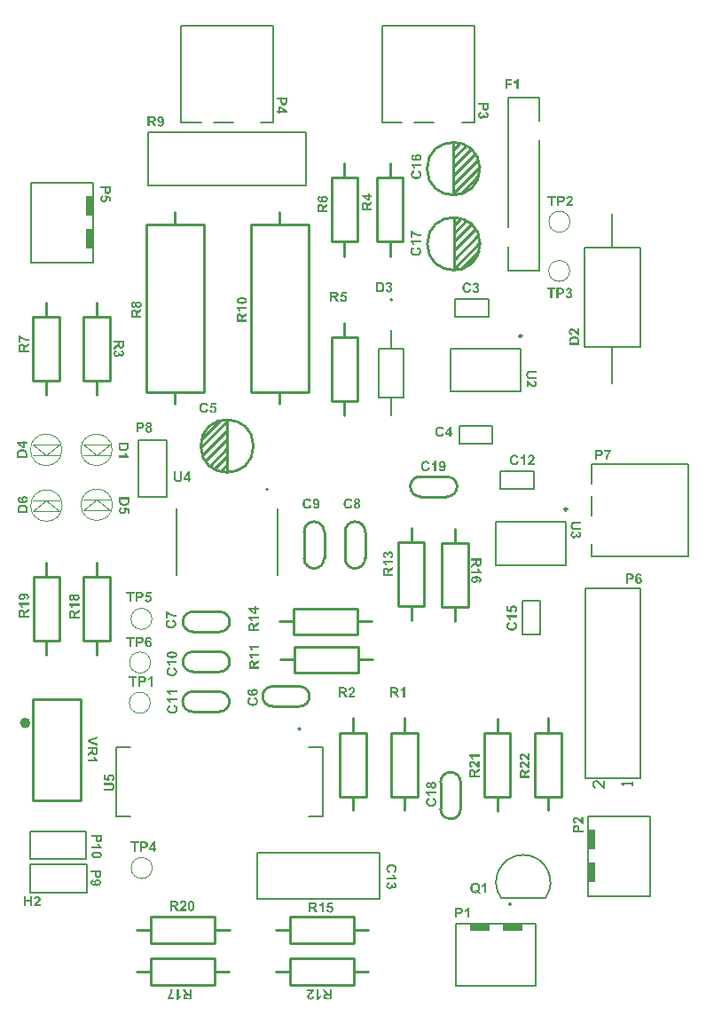
<source format=gto>
G04*
G04 #@! TF.GenerationSoftware,Altium Limited,Altium Designer,21.3.2 (30)*
G04*
G04 Layer_Color=65535*
%FSTAX25Y25*%
%MOIN*%
G70*
G04*
G04 #@! TF.SameCoordinates,19385EB9-96A7-4604-B433-F295045984F4*
G04*
G04*
G04 #@! TF.FilePolarity,Positive*
G04*
G01*
G75*
%ADD10C,0.00394*%
%ADD11C,0.00400*%
%ADD12C,0.01000*%
%ADD13C,0.00787*%
%ADD14C,0.02000*%
%ADD15C,0.00500*%
%ADD16C,0.00984*%
%ADD17C,0.00800*%
%ADD18C,0.00600*%
%ADD19R,0.02500X0.07500*%
%ADD20R,0.07500X0.02500*%
G36*
X0127545Y0113246D02*
X012754Y0113185D01*
Y011304D01*
X0127529Y0112885D01*
X0127517Y011273D01*
X0127512Y0112663D01*
X0127506Y0112596D01*
X0127495Y0112541D01*
X0127484Y0112496D01*
Y0112491D01*
X0127479Y011248D01*
X0127473Y0112463D01*
X0127468Y0112441D01*
X012744Y011238D01*
X0127407Y0112302D01*
X0127357Y0112219D01*
X012729Y0112125D01*
X0127207Y0112036D01*
X0127107Y0111947D01*
X0127101D01*
X0127096Y0111936D01*
X0127079Y0111925D01*
X0127057Y0111914D01*
X0127024Y0111891D01*
X012699Y0111875D01*
X0126951Y0111853D01*
X0126907Y011183D01*
X0126796Y0111792D01*
X0126674Y0111753D01*
X0126524Y0111731D01*
X0126363Y0111719D01*
X0126358D01*
X0126347D01*
X012633D01*
X0126302D01*
X0126274Y0111725D01*
X0126235D01*
X0126158Y0111736D01*
X0126063Y0111753D01*
X0125958Y0111775D01*
X0125858Y0111808D01*
X0125764Y0111853D01*
X0125753Y0111858D01*
X0125725Y0111875D01*
X012568Y0111903D01*
X0125625Y0111941D01*
X0125569Y0111986D01*
X0125503Y0112047D01*
X0125442Y0112108D01*
X0125386Y011218D01*
X0125381Y0112191D01*
X0125364Y0112213D01*
X0125342Y0112252D01*
X0125314Y0112302D01*
X0125281Y0112363D01*
X0125253Y011243D01*
X0125225Y0112502D01*
X0125203Y011258D01*
Y0112591D01*
X0125198Y0112607D01*
Y011263D01*
X0125192Y0112657D01*
X0125187Y0112696D01*
X0125181Y0112735D01*
Y0112785D01*
X0125175Y0112835D01*
X012517Y0112896D01*
X0125164Y0112963D01*
X0125159Y0113035D01*
Y0113112D01*
X0125153Y0113196D01*
Y0113884D01*
X0123705D01*
Y0114661D01*
X0127545D01*
Y0113246D01*
D02*
G37*
G36*
X0126358Y0111298D02*
X0126408Y0111292D01*
X0126463Y0111286D01*
X012653Y0111275D01*
X0126596Y0111259D01*
X0126746Y011122D01*
X0126829Y0111192D01*
X0126907Y0111159D01*
X0126985Y011112D01*
X0127062Y011107D01*
X0127135Y011102D01*
X0127207Y0110959D01*
X0127212Y0110953D01*
X0127223Y0110942D01*
X012724Y0110926D01*
X0127262Y0110898D01*
X012729Y0110859D01*
X0127323Y011082D01*
X0127351Y011077D01*
X012739Y0110715D01*
X0127423Y0110659D01*
X0127451Y0110587D01*
X0127484Y0110515D01*
X0127512Y0110437D01*
X0127534Y0110354D01*
X0127551Y0110265D01*
X0127562Y0110177D01*
X0127568Y0110077D01*
Y0110049D01*
X0127562Y0110021D01*
Y0109977D01*
X0127556Y0109927D01*
X0127545Y0109871D01*
X0127529Y0109805D01*
X0127512Y0109738D01*
X0127484Y010966D01*
X0127456Y0109583D01*
X0127418Y0109505D01*
X0127373Y0109422D01*
X0127323Y0109344D01*
X0127262Y0109266D01*
X012719Y0109189D01*
X0127112Y0109116D01*
X0127107Y0109111D01*
X012709Y01091D01*
X0127062Y0109083D01*
X0127024Y0109055D01*
X0126974Y0109028D01*
X0126913Y0108994D01*
X012684Y0108961D01*
X0126757Y0108928D01*
X0126657Y0108895D01*
X0126546Y0108856D01*
X0126424Y0108828D01*
X0126291Y01088D01*
X0126141Y0108772D01*
X012598Y0108756D01*
X0125808Y0108745D01*
X0125619Y0108739D01*
X0125614D01*
X0125608D01*
X0125592D01*
X0125575D01*
X012552D01*
X0125447Y0108745D01*
X0125359Y010875D01*
X0125259Y0108761D01*
X0125153Y0108772D01*
X0125037Y0108789D01*
X0124909Y0108811D01*
X0124787Y0108833D01*
X0124659Y0108867D01*
X0124532Y0108906D01*
X0124415Y010895D01*
X0124299Y0109005D01*
X0124193Y0109061D01*
X0124099Y0109133D01*
X0124093Y0109139D01*
X0124076Y010915D01*
X0124054Y0109172D01*
X0124027Y0109205D01*
X0123993Y0109244D01*
X0123949Y0109289D01*
X012391Y0109344D01*
X0123866Y0109405D01*
X0123821Y0109472D01*
X0123782Y0109549D01*
X0123743Y0109633D01*
X0123705Y0109721D01*
X0123677Y0109821D01*
X0123655Y0109921D01*
X0123638Y0110027D01*
X0123633Y0110143D01*
Y0110188D01*
X0123638Y0110215D01*
Y0110254D01*
X0123644Y0110299D01*
X012366Y0110404D01*
X0123694Y0110521D01*
X0123732Y0110637D01*
X0123793Y0110759D01*
X0123827Y0110815D01*
X0123871Y011087D01*
X0123877Y0110876D01*
X0123882Y0110881D01*
X0123899Y0110898D01*
X0123916Y0110915D01*
X0123943Y0110937D01*
X0123971Y0110965D01*
X012401Y0110987D01*
X0124049Y011102D01*
X0124099Y0111048D01*
X0124149Y0111081D01*
X012421Y0111109D01*
X0124276Y0111137D01*
X0124343Y0111164D01*
X0124421Y0111187D01*
X0124498Y0111209D01*
X0124587Y0111225D01*
X012467Y0110515D01*
X0124659D01*
X0124632Y011051D01*
X0124593Y0110504D01*
X0124548Y0110487D01*
X0124493Y0110471D01*
X0124437Y0110449D01*
X0124387Y0110421D01*
X0124343Y0110382D01*
X0124337Y0110376D01*
X0124326Y011036D01*
X012431Y0110337D01*
X0124293Y0110304D01*
X0124276Y011026D01*
X012426Y0110215D01*
X0124249Y0110154D01*
X0124243Y0110093D01*
Y0110082D01*
X0124249Y0110054D01*
X0124254Y0110016D01*
X0124271Y010996D01*
X0124293Y0109899D01*
X0124332Y0109838D01*
X0124382Y0109771D01*
X0124448Y010971D01*
X012446Y0109705D01*
X0124471Y0109694D01*
X0124493Y0109683D01*
X0124515Y0109671D01*
X0124548Y0109655D01*
X0124587Y0109644D01*
X0124637Y0109622D01*
X0124693Y0109605D01*
X0124754Y0109588D01*
X0124826Y0109572D01*
X0124904Y0109555D01*
X0124992Y0109538D01*
X0125092Y0109527D01*
X0125203Y0109516D01*
X012532Y0109505D01*
X0125314Y0109511D01*
X0125309Y0109516D01*
X0125292Y0109533D01*
X012527Y0109555D01*
X0125248Y0109583D01*
X012522Y0109616D01*
X0125159Y0109694D01*
X0125098Y0109794D01*
X0125048Y0109916D01*
X0125026Y0109982D01*
X0125014Y0110049D01*
X0125003Y0110121D01*
X0124998Y0110199D01*
Y0110243D01*
X0125003Y0110276D01*
X0125009Y0110315D01*
X0125014Y011036D01*
X0125042Y0110465D01*
X0125081Y0110587D01*
X0125114Y0110648D01*
X0125148Y0110715D01*
X0125187Y0110782D01*
X0125231Y0110848D01*
X0125286Y0110915D01*
X0125347Y0110976D01*
X0125353Y0110981D01*
X0125364Y0110992D01*
X0125386Y0111003D01*
X0125408Y0111026D01*
X0125447Y0111053D01*
X0125486Y0111081D01*
X0125536Y0111109D01*
X0125592Y0111137D01*
X0125653Y011117D01*
X0125725Y0111198D01*
X0125797Y0111225D01*
X012588Y0111253D01*
X0125963Y0111275D01*
X0126058Y0111286D01*
X0126158Y0111298D01*
X0126258Y0111303D01*
X0126263D01*
X0126285D01*
X0126313D01*
X0126358Y0111298D01*
D02*
G37*
G36*
X0127845Y012663D02*
X012784Y0126569D01*
Y0126425D01*
X0127829Y012627D01*
X0127817Y0126114D01*
X0127812Y0126048D01*
X0127806Y0125981D01*
X0127795Y0125926D01*
X0127784Y0125881D01*
Y0125875D01*
X0127779Y0125864D01*
X0127773Y0125848D01*
X0127768Y0125826D01*
X012774Y0125765D01*
X0127707Y0125687D01*
X0127657Y0125603D01*
X012759Y0125509D01*
X0127507Y012542D01*
X0127407Y0125332D01*
X0127401D01*
X0127396Y012532D01*
X0127379Y0125309D01*
X0127357Y0125298D01*
X0127324Y0125276D01*
X012729Y0125259D01*
X0127251Y0125237D01*
X0127207Y0125215D01*
X0127096Y0125176D01*
X0126974Y0125137D01*
X0126824Y0125115D01*
X0126663Y0125104D01*
X0126658D01*
X0126646D01*
X012663D01*
X0126602D01*
X0126574Y012511D01*
X0126535D01*
X0126458Y0125121D01*
X0126363Y0125137D01*
X0126258Y012516D01*
X0126158Y0125193D01*
X0126064Y0125237D01*
X0126053Y0125243D01*
X0126025Y0125259D01*
X012598Y0125287D01*
X0125925Y0125326D01*
X012587Y0125371D01*
X0125803Y0125432D01*
X0125742Y0125493D01*
X0125686Y0125565D01*
X0125681Y0125576D01*
X0125664Y0125598D01*
X0125642Y0125637D01*
X0125614Y0125687D01*
X0125581Y0125748D01*
X0125553Y0125814D01*
X0125525Y0125887D01*
X0125503Y0125964D01*
Y0125975D01*
X0125498Y0125992D01*
Y0126014D01*
X0125492Y0126042D01*
X0125487Y0126081D01*
X0125481Y012612D01*
Y012617D01*
X0125475Y012622D01*
X012547Y0126281D01*
X0125464Y0126347D01*
X0125459Y0126419D01*
Y0126497D01*
X0125453Y012658D01*
Y0127269D01*
X0124005D01*
Y0128046D01*
X0127845D01*
Y012663D01*
D02*
G37*
G36*
X0126896Y0124433D02*
X0126902Y0124427D01*
X0126907Y012441D01*
X0126913Y0124388D01*
X0126941Y0124333D01*
X0126974Y0124255D01*
X0127018Y0124161D01*
X0127079Y0124055D01*
X0127157Y0123939D01*
X0127246Y0123817D01*
X0127251Y0123811D01*
X0127257Y01238D01*
X0127274Y0123783D01*
X0127296Y0123761D01*
X0127351Y01237D01*
X0127424Y0123633D01*
X0127512Y0123556D01*
X0127623Y0123478D01*
X012774Y0123406D01*
X0127867Y012335D01*
Y0122751D01*
X0124005D01*
Y0123489D01*
X0126785D01*
X012678Y0123495D01*
X0126769Y0123506D01*
X0126752Y0123528D01*
X0126724Y0123561D01*
X0126691Y01236D01*
X0126658Y0123644D01*
X0126619Y01237D01*
X0126574Y0123761D01*
X012653Y0123828D01*
X0126486Y01239D01*
X0126436Y0123977D01*
X0126391Y0124061D01*
X0126308Y0124238D01*
X012623Y0124438D01*
X0126896D01*
Y0124433D01*
D02*
G37*
G36*
X012608Y0121641D02*
X0126169Y0121635D01*
X0126275Y0121624D01*
X0126386Y0121613D01*
X0126508Y0121602D01*
X0126635Y012158D01*
X0126763Y0121558D01*
X0126896Y0121524D01*
X0127024Y0121491D01*
X0127146Y0121447D01*
X0127262Y0121397D01*
X0127374Y0121341D01*
X0127468Y0121274D01*
X0127473Y0121269D01*
X0127485Y0121258D01*
X0127507Y0121241D01*
X0127529Y0121213D01*
X0127562Y0121186D01*
X0127595Y0121147D01*
X0127629Y0121097D01*
X0127668Y0121047D01*
X0127707Y0120986D01*
X012774Y0120925D01*
X0127773Y0120853D01*
X0127806Y0120775D01*
X0127829Y0120692D01*
X0127851Y0120598D01*
X0127862Y0120503D01*
X0127867Y0120403D01*
Y0120348D01*
X0127862Y0120309D01*
X0127856Y0120264D01*
X0127845Y0120209D01*
X0127834Y0120153D01*
X0127817Y0120087D01*
X0127795Y0120015D01*
X0127768Y0119948D01*
X012774Y0119876D01*
X0127701Y0119804D01*
X0127651Y0119732D01*
X0127601Y0119659D01*
X012754Y0119593D01*
X0127468Y0119532D01*
X0127462Y0119526D01*
X0127446Y0119515D01*
X0127418Y0119499D01*
X0127379Y0119471D01*
X0127324Y0119443D01*
X0127257Y011941D01*
X0127185Y0119376D01*
X0127091Y0119343D01*
X0126991Y011931D01*
X0126874Y0119271D01*
X0126746Y0119243D01*
X0126602Y0119216D01*
X0126447Y0119188D01*
X012628Y0119171D01*
X0126097Y011916D01*
X0125897Y0119154D01*
X0125892D01*
X0125886D01*
X012587D01*
X0125847D01*
X0125792D01*
X012572Y011916D01*
X0125631Y0119166D01*
X0125525Y0119177D01*
X0125414Y0119188D01*
X0125292Y0119199D01*
X0125165Y0119221D01*
X0125031Y0119249D01*
X0124904Y0119276D01*
X0124776Y0119315D01*
X0124648Y0119354D01*
X0124532Y011941D01*
X0124421Y0119465D01*
X0124327Y0119532D01*
X0124321Y0119537D01*
X012431Y0119548D01*
X0124288Y0119565D01*
X0124266Y0119587D01*
X0124238Y0119621D01*
X0124205Y0119659D01*
X0124166Y0119709D01*
X0124132Y0119759D01*
X0124093Y011982D01*
X0124055Y0119881D01*
X0124021Y0119954D01*
X0123994Y0120031D01*
X0123971Y0120115D01*
X0123949Y0120209D01*
X0123938Y0120303D01*
X0123933Y0120403D01*
Y0120425D01*
X0123938Y0120459D01*
Y0120498D01*
X0123944Y0120542D01*
X0123955Y0120598D01*
X0123966Y0120659D01*
X0123988Y0120725D01*
X012401Y0120797D01*
X0124038Y0120869D01*
X0124071Y0120947D01*
X0124116Y0121019D01*
X012416Y0121097D01*
X0124221Y0121169D01*
X0124282Y0121241D01*
X012436Y0121308D01*
X0124365Y0121313D01*
X0124382Y0121325D01*
X012441Y0121341D01*
X0124443Y0121358D01*
X0124493Y0121386D01*
X0124554Y0121413D01*
X0124632Y0121447D01*
X0124715Y0121474D01*
X0124815Y0121508D01*
X0124926Y0121541D01*
X0125054Y0121569D01*
X0125192Y0121591D01*
X0125348Y0121613D01*
X012552Y012163D01*
X0125703Y0121641D01*
X0125903Y0121646D01*
X0125908D01*
X0125914D01*
X0125931D01*
X0125953D01*
X0126008D01*
X012608Y0121641D01*
D02*
G37*
G36*
X0146823Y0183669D02*
X0146085D01*
Y0186449D01*
X014608Y0186444D01*
X0146069Y0186433D01*
X0146046Y0186416D01*
X0146013Y0186388D01*
X0145974Y0186355D01*
X014593Y0186321D01*
X0145874Y0186283D01*
X0145813Y0186238D01*
X0145747Y0186194D01*
X0145675Y018615D01*
X0145597Y01861D01*
X0145514Y0186055D01*
X0145336Y0185972D01*
X0145136Y0185894D01*
Y018656D01*
X0145142D01*
X0145147Y0186566D01*
X0145164Y0186571D01*
X0145186Y0186577D01*
X0145242Y0186604D01*
X0145319Y0186638D01*
X0145414Y0186682D01*
X0145519Y0186743D01*
X0145636Y0186821D01*
X0145758Y018691D01*
X0145763Y0186915D01*
X0145774Y0186921D01*
X0145791Y0186938D01*
X0145813Y018696D01*
X0145874Y0187015D01*
X0145941Y0187087D01*
X0146019Y0187176D01*
X0146096Y0187287D01*
X0146168Y0187404D01*
X0146224Y0187531D01*
X0146823D01*
Y0183669D01*
D02*
G37*
G36*
X0143005Y0187504D02*
X0143149D01*
X0143305Y0187493D01*
X014346Y0187481D01*
X0143527Y0187476D01*
X0143593Y018747D01*
X0143649Y0187459D01*
X0143693Y0187448D01*
X0143699D01*
X014371Y0187443D01*
X0143726Y0187437D01*
X0143749Y0187432D01*
X014381Y0187404D01*
X0143887Y0187371D01*
X0143971Y018732D01*
X0144065Y0187254D01*
X0144154Y0187171D01*
X0144243Y0187071D01*
Y0187065D01*
X0144254Y018706D01*
X0144265Y0187043D01*
X0144276Y0187021D01*
X0144298Y0186987D01*
X0144315Y0186954D01*
X0144337Y0186915D01*
X0144359Y0186871D01*
X0144398Y018676D01*
X0144437Y0186638D01*
X0144459Y0186488D01*
X014447Y0186327D01*
Y0186321D01*
Y018631D01*
Y0186294D01*
Y0186266D01*
X0144465Y0186238D01*
Y0186199D01*
X0144454Y0186122D01*
X0144437Y0186027D01*
X0144415Y0185922D01*
X0144381Y0185822D01*
X0144337Y0185728D01*
X0144331Y0185717D01*
X0144315Y0185689D01*
X0144287Y0185644D01*
X0144248Y0185589D01*
X0144204Y0185533D01*
X0144143Y0185467D01*
X0144082Y0185406D01*
X0144009Y018535D01*
X0143998Y0185345D01*
X0143976Y0185328D01*
X0143937Y0185306D01*
X0143887Y0185278D01*
X0143826Y0185245D01*
X014376Y0185217D01*
X0143688Y0185189D01*
X014361Y0185167D01*
X0143599D01*
X0143582Y0185162D01*
X014356D01*
X0143532Y0185156D01*
X0143493Y0185151D01*
X0143455Y0185145D01*
X0143404D01*
X0143355Y0185139D01*
X0143294Y0185134D01*
X0143227Y0185128D01*
X0143155Y0185123D01*
X0143077D01*
X0142994Y0185117D01*
X0142306D01*
Y0183669D01*
X0141529D01*
Y0187509D01*
X0142944D01*
X0143005Y0187504D01*
D02*
G37*
G36*
X0141024Y018686D02*
X0139891D01*
Y0183669D01*
X0139114D01*
Y018686D01*
X0137977D01*
Y0187509D01*
X0141024D01*
Y018686D01*
D02*
G37*
G36*
X0273145Y0401554D02*
X027314Y0401493D01*
Y0401349D01*
X0273129Y0401193D01*
X0273117Y0401038D01*
X0273112Y0400971D01*
X0273106Y0400905D01*
X0273095Y0400849D01*
X0273084Y0400805D01*
Y0400799D01*
X0273079Y0400788D01*
X0273073Y0400772D01*
X0273068Y0400749D01*
X027304Y0400688D01*
X0273007Y040061D01*
X0272957Y0400527D01*
X027289Y0400433D01*
X0272807Y0400344D01*
X0272707Y0400255D01*
X0272701D01*
X0272696Y0400244D01*
X0272679Y0400233D01*
X0272657Y0400222D01*
X0272624Y04002D01*
X027259Y0400183D01*
X0272551Y0400161D01*
X0272507Y0400139D01*
X0272396Y04001D01*
X0272274Y0400061D01*
X0272124Y0400039D01*
X0271963Y0400028D01*
X0271958D01*
X0271947D01*
X027193D01*
X0271902D01*
X0271874Y0400033D01*
X0271835D01*
X0271758Y0400044D01*
X0271663Y0400061D01*
X0271558Y0400083D01*
X0271458Y0400117D01*
X0271364Y0400161D01*
X0271353Y0400167D01*
X0271325Y0400183D01*
X0271281Y0400211D01*
X0271225Y040025D01*
X0271169Y0400294D01*
X0271103Y0400355D01*
X0271042Y0400416D01*
X0270986Y0400488D01*
X0270981Y0400499D01*
X0270964Y0400522D01*
X0270942Y0400561D01*
X0270914Y040061D01*
X0270881Y0400671D01*
X0270853Y0400738D01*
X0270825Y040081D01*
X0270803Y0400888D01*
Y0400899D01*
X0270798Y0400916D01*
Y0400938D01*
X0270792Y0400966D01*
X0270786Y0401005D01*
X0270781Y0401043D01*
Y0401093D01*
X0270775Y0401143D01*
X027077Y0401204D01*
X0270764Y0401271D01*
X0270759Y0401343D01*
Y0401421D01*
X0270753Y0401504D01*
Y0402192D01*
X0269305D01*
Y0402969D01*
X0273145D01*
Y0401554D01*
D02*
G37*
G36*
X0270404Y0398873D02*
X0270398D01*
X0270392D01*
X0270359Y0398868D01*
X0270309Y0398857D01*
X0270248Y039884D01*
X0270182Y0398812D01*
X0270109Y0398784D01*
X0270043Y039874D01*
X0269982Y039869D01*
X0269976Y0398685D01*
X026996Y0398662D01*
X0269937Y0398629D01*
X0269915Y039859D01*
X0269887Y0398535D01*
X0269865Y0398474D01*
X0269849Y0398407D01*
X0269843Y0398329D01*
Y0398318D01*
X0269849Y0398291D01*
X0269854Y0398252D01*
X0269865Y0398196D01*
X0269887Y0398135D01*
X0269915Y0398074D01*
X026996Y0398007D01*
X0270015Y0397947D01*
X0270021Y0397941D01*
X0270048Y0397919D01*
X0270087Y0397897D01*
X0270137Y0397863D01*
X0270204Y0397835D01*
X0270287Y0397808D01*
X0270381Y0397791D01*
X0270487Y0397786D01*
X0270492D01*
X0270498D01*
X0270531D01*
X0270581Y0397791D01*
X0270648Y0397802D01*
X027072Y0397824D01*
X0270792Y0397852D01*
X0270864Y0397891D01*
X0270931Y0397941D01*
X0270936Y0397947D01*
X0270959Y0397969D01*
X0270986Y0398002D01*
X0271014Y0398041D01*
X0271047Y0398096D01*
X027107Y0398157D01*
X0271092Y0398224D01*
X0271097Y0398302D01*
Y0398357D01*
X0271092Y0398396D01*
X0271086Y0398446D01*
X0271075Y0398507D01*
X0271059Y0398568D01*
X0271042Y039864D01*
X0271636Y0398563D01*
Y0398513D01*
X0271641Y0398457D01*
X0271647Y0398391D01*
X0271663Y0398318D01*
X0271686Y0398241D01*
X0271719Y0398168D01*
X0271763Y0398102D01*
X0271769Y0398096D01*
X0271791Y0398074D01*
X0271819Y0398052D01*
X0271863Y0398019D01*
X0271913Y0397991D01*
X0271974Y0397963D01*
X0272046Y0397947D01*
X027213Y0397941D01*
X0272141D01*
X0272163D01*
X0272196Y0397947D01*
X0272241Y0397958D01*
X0272291Y0397969D01*
X027234Y0397991D01*
X0272396Y0398019D01*
X027244Y0398058D01*
X0272446Y0398063D01*
X0272457Y039808D01*
X0272479Y0398102D01*
X0272501Y0398141D01*
X0272518Y0398185D01*
X027254Y0398235D01*
X0272551Y0398302D01*
X0272557Y0398368D01*
Y0398402D01*
X0272551Y0398435D01*
X027254Y0398479D01*
X0272524Y0398529D01*
X0272501Y0398585D01*
X0272468Y039864D01*
X0272424Y039869D01*
X0272418Y0398696D01*
X0272402Y0398712D01*
X0272368Y0398735D01*
X0272324Y0398762D01*
X0272274Y039879D01*
X0272207Y0398812D01*
X027213Y0398834D01*
X0272041Y0398851D01*
X0272152Y0399528D01*
X0272157D01*
X0272168Y0399523D01*
X0272185D01*
X0272213Y0399517D01*
X0272274Y03995D01*
X0272357Y0399478D01*
X0272446Y0399445D01*
X027254Y0399412D01*
X0272629Y0399367D01*
X0272712Y0399317D01*
X0272724Y0399312D01*
X0272746Y039929D01*
X0272784Y0399256D01*
X0272834Y0399212D01*
X0272884Y0399156D01*
X027294Y039909D01*
X0272995Y0399007D01*
X0273045Y0398918D01*
Y0398912D01*
X0273051Y0398907D01*
X0273062Y0398873D01*
X0273084Y0398818D01*
X0273106Y0398751D01*
X0273129Y0398668D01*
X0273151Y0398568D01*
X0273162Y0398463D01*
X0273167Y0398346D01*
Y0398296D01*
X0273162Y0398257D01*
X0273156Y0398207D01*
X0273151Y0398157D01*
X027314Y0398096D01*
X0273123Y0398035D01*
X0273084Y0397897D01*
X0273057Y0397824D01*
X0273018Y0397747D01*
X0272979Y0397674D01*
X0272934Y0397608D01*
X0272879Y0397536D01*
X0272818Y0397475D01*
X0272812Y0397469D01*
X0272807Y0397464D01*
X027279Y0397447D01*
X0272768Y039743D01*
X0272712Y0397386D01*
X0272635Y0397336D01*
X027254Y0397286D01*
X0272429Y0397247D01*
X0272307Y0397214D01*
X0272246Y0397208D01*
X027218Y0397203D01*
X0272174D01*
X0272157D01*
X027213Y0397208D01*
X0272096Y0397214D01*
X0272052Y0397219D01*
X0272002Y0397231D01*
X0271947Y0397247D01*
X0271885Y0397269D01*
X0271824Y0397303D01*
X0271758Y0397336D01*
X0271691Y039738D01*
X0271625Y0397436D01*
X0271558Y0397502D01*
X0271491Y0397575D01*
X027143Y0397658D01*
X0271369Y0397758D01*
Y0397752D01*
X0271364Y0397741D01*
Y0397725D01*
X0271353Y0397702D01*
X0271336Y0397641D01*
X0271303Y0397569D01*
X0271258Y0397486D01*
X0271203Y0397397D01*
X0271131Y0397308D01*
X0271047Y0397231D01*
X0271036Y0397219D01*
X0271003Y0397197D01*
X0270953Y0397169D01*
X0270881Y0397131D01*
X0270798Y0397092D01*
X0270692Y0397064D01*
X0270581Y0397042D01*
X0270454Y0397031D01*
X0270448D01*
X0270431D01*
X0270404D01*
X027037Y0397036D01*
X0270326Y0397042D01*
X0270276Y0397053D01*
X0270215Y0397064D01*
X0270154Y0397075D01*
X0270021Y0397119D01*
X0269949Y0397153D01*
X0269871Y0397186D01*
X0269799Y0397231D01*
X0269726Y0397281D01*
X0269654Y0397336D01*
X0269588Y0397403D01*
X0269582Y0397408D01*
X0269571Y0397419D01*
X0269554Y0397441D01*
X0269532Y0397469D01*
X0269504Y0397508D01*
X0269477Y0397547D01*
X0269443Y0397602D01*
X026941Y0397658D01*
X0269377Y0397719D01*
X0269343Y0397791D01*
X0269316Y0397869D01*
X0269288Y0397947D01*
X0269266Y0398035D01*
X0269249Y0398124D01*
X0269238Y0398224D01*
X0269233Y0398324D01*
Y0398374D01*
X0269238Y0398413D01*
X0269244Y0398457D01*
X0269249Y0398507D01*
X026926Y0398563D01*
X0269271Y0398629D01*
X0269305Y0398762D01*
X026936Y0398907D01*
X0269393Y0398984D01*
X0269432Y0399051D01*
X0269482Y0399123D01*
X0269532Y039919D01*
X0269538Y0399195D01*
X0269549Y0399206D01*
X0269566Y0399223D01*
X0269588Y0399245D01*
X0269616Y0399273D01*
X0269654Y0399301D01*
X0269693Y0399334D01*
X0269743Y0399367D01*
X0269799Y0399401D01*
X0269854Y0399439D01*
X0269987Y03995D01*
X0270143Y0399551D01*
X0270226Y0399573D01*
X0270315Y0399584D01*
X0270404Y0398873D01*
D02*
G37*
G36*
X0197412Y040351D02*
X0197406Y0403448D01*
Y0403304D01*
X0197395Y0403149D01*
X0197384Y0402993D01*
X0197379Y0402927D01*
X0197373Y040286D01*
X0197362Y0402805D01*
X0197351Y040276D01*
Y0402755D01*
X0197345Y0402744D01*
X019734Y0402727D01*
X0197334Y0402705D01*
X0197307Y0402644D01*
X0197273Y0402566D01*
X0197223Y0402483D01*
X0197157Y0402388D01*
X0197073Y04023D01*
X0196974Y0402211D01*
X0196968D01*
X0196962Y04022D01*
X0196946Y0402189D01*
X0196924Y0402177D01*
X019689Y0402155D01*
X0196857Y0402139D01*
X0196818Y0402116D01*
X0196774Y0402094D01*
X0196663Y0402055D01*
X0196541Y0402017D01*
X0196391Y0401994D01*
X019623Y0401983D01*
X0196224D01*
X0196213D01*
X0196196D01*
X0196169D01*
X0196141Y0401989D01*
X0196102D01*
X0196025Y0402D01*
X019593Y0402017D01*
X0195825Y0402039D01*
X0195725Y0402072D01*
X019563Y0402116D01*
X0195619Y0402122D01*
X0195592Y0402139D01*
X0195547Y0402166D01*
X0195492Y0402205D01*
X0195436Y040225D01*
X019537Y0402311D01*
X0195308Y0402372D01*
X0195253Y0402444D01*
X0195247Y0402455D01*
X0195231Y0402477D01*
X0195209Y0402516D01*
X0195181Y0402566D01*
X0195148Y0402627D01*
X019512Y0402694D01*
X0195092Y0402766D01*
X019507Y0402844D01*
Y0402855D01*
X0195064Y0402871D01*
Y0402893D01*
X0195059Y0402921D01*
X0195053Y040296D01*
X0195048Y0402999D01*
Y0403049D01*
X0195042Y0403099D01*
X0195037Y040316D01*
X0195031Y0403227D01*
X0195026Y0403299D01*
Y0403376D01*
X019502Y040346D01*
Y0404148D01*
X0193571D01*
Y0404925D01*
X0197412D01*
Y040351D01*
D02*
G37*
G36*
X0197429Y0399974D02*
Y0399353D01*
X0194987D01*
Y0398875D01*
X0194343D01*
Y0399353D01*
X0193571D01*
Y0400063D01*
X0194343D01*
Y0401639D01*
X0194981D01*
X0197429Y0399974D01*
D02*
G37*
G36*
X018058Y0329887D02*
X0180669Y0329882D01*
X0180775Y032987D01*
X0180886Y0329859D01*
X0181008Y0329848D01*
X0181135Y0329826D01*
X0181269Y0329798D01*
X0181396Y032977D01*
X0181524Y0329732D01*
X0181651Y0329693D01*
X0181768Y0329637D01*
X0181879Y0329582D01*
X0181973Y0329515D01*
X0181979Y032951D01*
X018199Y0329499D01*
X0182012Y0329482D01*
X0182035Y032946D01*
X0182062Y0329426D01*
X0182096Y0329388D01*
X0182134Y0329338D01*
X0182168Y0329288D01*
X0182206Y0329227D01*
X0182245Y0329166D01*
X0182279Y0329093D01*
X0182306Y0329016D01*
X0182329Y0328932D01*
X0182351Y0328838D01*
X0182362Y0328744D01*
X0182368Y0328644D01*
Y0328622D01*
X0182362Y0328588D01*
Y032855D01*
X0182356Y0328505D01*
X0182345Y032845D01*
X0182334Y0328389D01*
X0182312Y0328322D01*
X018229Y032825D01*
X0182262Y0328178D01*
X0182229Y03281D01*
X0182184Y0328028D01*
X018214Y032795D01*
X0182079Y0327878D01*
X0182018Y0327806D01*
X018194Y0327739D01*
X0181935Y0327734D01*
X0181918Y0327723D01*
X018189Y0327706D01*
X0181857Y0327689D01*
X0181807Y0327661D01*
X0181746Y0327634D01*
X0181668Y0327601D01*
X0181585Y0327573D01*
X0181485Y0327539D01*
X0181374Y0327506D01*
X0181246Y0327478D01*
X0181108Y0327456D01*
X0180952Y0327434D01*
X018078Y0327417D01*
X0180597Y0327406D01*
X0180397Y0327401D01*
X0180392D01*
X0180386D01*
X0180369D01*
X0180347D01*
X0180292D01*
X018022Y0327406D01*
X0180131Y0327412D01*
X0180025Y0327423D01*
X0179914Y0327434D01*
X0179792Y0327445D01*
X0179665Y0327467D01*
X0179537Y0327489D01*
X0179404Y0327523D01*
X0179276Y0327556D01*
X0179154Y0327601D01*
X0179037Y032765D01*
X0178927Y0327706D01*
X0178832Y0327772D01*
X0178827Y0327778D01*
X0178815Y0327789D01*
X0178793Y0327806D01*
X0178771Y0327834D01*
X0178738Y0327861D01*
X0178705Y03279D01*
X0178671Y032795D01*
X0178632Y0328D01*
X0178594Y0328061D01*
X017856Y0328122D01*
X0178527Y0328194D01*
X0178494Y0328272D01*
X0178471Y0328355D01*
X0178449Y032845D01*
X0178438Y0328544D01*
X0178433Y0328644D01*
Y0328699D01*
X0178438Y0328738D01*
X0178444Y0328783D01*
X0178455Y0328838D01*
X0178466Y0328894D01*
X0178482Y032896D01*
X0178505Y0329032D01*
X0178532Y0329099D01*
X017856Y0329171D01*
X0178599Y0329243D01*
X0178649Y0329315D01*
X0178699Y0329388D01*
X017876Y0329454D01*
X0178832Y0329515D01*
X0178838Y0329521D01*
X0178854Y0329532D01*
X0178882Y0329549D01*
X0178921Y0329576D01*
X0178976Y0329604D01*
X0179043Y0329637D01*
X0179115Y0329671D01*
X0179209Y0329704D01*
X0179309Y0329737D01*
X0179426Y0329776D01*
X0179554Y0329804D01*
X0179698Y0329832D01*
X0179853Y0329859D01*
X018002Y0329876D01*
X0180203Y0329887D01*
X0180403Y0329893D01*
X0180408D01*
X0180414D01*
X018043D01*
X0180453D01*
X0180508D01*
X018058Y0329887D01*
D02*
G37*
G36*
X0182295Y0325558D02*
X0179515D01*
X017952Y0325553D01*
X0179531Y0325541D01*
X0179548Y0325519D01*
X0179576Y0325486D01*
X0179609Y0325447D01*
X0179642Y0325403D01*
X0179681Y0325347D01*
X0179726Y0325286D01*
X017977Y0325219D01*
X0179815Y0325147D01*
X0179864Y032507D01*
X0179909Y0324986D01*
X0179992Y0324809D01*
X018007Y0324609D01*
X0179404D01*
Y0324615D01*
X0179398Y032462D01*
X0179393Y0324637D01*
X0179387Y0324659D01*
X0179359Y0324714D01*
X0179326Y0324792D01*
X0179282Y0324886D01*
X0179221Y0324992D01*
X0179143Y0325109D01*
X0179054Y0325231D01*
X0179049Y0325236D01*
X0179043Y0325247D01*
X0179026Y0325264D01*
X0179004Y0325286D01*
X0178949Y0325347D01*
X0178876Y0325414D01*
X0178788Y0325491D01*
X0178677Y0325569D01*
X017856Y0325641D01*
X0178433Y0325697D01*
Y0326296D01*
X0182295D01*
Y0325558D01*
D02*
G37*
G36*
Y0323227D02*
X0181463Y0322672D01*
X0181457Y0322667D01*
X0181441Y0322661D01*
X0181418Y0322644D01*
X0181391Y0322622D01*
X0181357Y03226D01*
X0181313Y0322572D01*
X0181224Y0322511D01*
X0181124Y0322439D01*
X0181035Y0322372D01*
X0180952Y0322311D01*
X0180924Y0322284D01*
X0180897Y0322261D01*
X0180891Y0322256D01*
X018088Y0322245D01*
X0180858Y0322222D01*
X018083Y0322195D01*
X0180808Y0322156D01*
X018078Y0322117D01*
X0180758Y0322073D01*
X0180736Y0322028D01*
Y0322023D01*
X018073Y0322006D01*
X0180719Y0321978D01*
X0180714Y0321934D01*
X0180702Y0321878D01*
X0180697Y0321812D01*
X0180691Y0321734D01*
Y0321484D01*
X0182295D01*
Y0320707D01*
X0178455D01*
Y0322439D01*
X017846Y0322489D01*
Y032255D01*
X0178466Y0322611D01*
Y0322683D01*
X0178482Y0322828D01*
X0178499Y0322977D01*
X0178527Y0323116D01*
X0178543Y0323177D01*
X017856Y0323233D01*
Y0323238D01*
X0178566Y0323244D01*
X0178582Y0323277D01*
X017861Y0323327D01*
X0178643Y0323394D01*
X0178699Y0323466D01*
X017876Y0323538D01*
X0178838Y032361D01*
X0178932Y0323677D01*
X0178938D01*
X0178943Y0323682D01*
X017896Y0323693D01*
X0178976Y0323704D01*
X0179032Y0323732D01*
X0179104Y0323765D01*
X0179193Y0323793D01*
X0179293Y0323821D01*
X0179409Y0323843D01*
X0179531Y0323849D01*
X0179537D01*
X0179548D01*
X0179576D01*
X0179604Y0323843D01*
X0179642D01*
X0179681Y0323838D01*
X0179781Y0323815D01*
X0179898Y0323788D01*
X0180014Y0323743D01*
X0180136Y0323677D01*
X0180192Y0323638D01*
X0180247Y0323593D01*
X0180253Y0323588D01*
X0180259Y0323582D01*
X0180275Y0323566D01*
X0180292Y0323543D01*
X0180314Y0323521D01*
X0180342Y0323488D01*
X0180369Y0323449D01*
X0180397Y0323405D01*
X018043Y0323355D01*
X0180458Y0323294D01*
X0180486Y0323233D01*
X0180514Y0323166D01*
X0180542Y0323088D01*
X0180564Y0323011D01*
X0180586Y0322927D01*
X0180603Y0322833D01*
Y0322839D01*
X0180608Y0322844D01*
X018063Y0322877D01*
X0180658Y0322922D01*
X0180697Y0322977D01*
X0180747Y0323044D01*
X0180797Y0323111D01*
X0180858Y0323183D01*
X0180924Y0323244D01*
X018093Y0323249D01*
X0180958Y0323277D01*
X0181002Y032331D01*
X0181069Y032336D01*
X0181152Y0323427D01*
X0181208Y032346D01*
X0181263Y0323499D01*
X0181324Y0323543D01*
X0181391Y0323588D01*
X0181468Y0323638D01*
X0181546Y0323688D01*
X0182295Y032416D01*
Y0323227D01*
D02*
G37*
G36*
X0141657Y0328408D02*
X0141702Y0328402D01*
X0141757Y0328397D01*
X0141813Y0328386D01*
X0141874Y0328369D01*
X0142013Y032833D01*
X0142085Y0328303D01*
X0142157Y0328269D01*
X0142229Y032823D01*
X0142301Y0328181D01*
X0142368Y0328131D01*
X0142435Y0328069D01*
X014244Y0328064D01*
X0142451Y0328053D01*
X0142468Y0328036D01*
X0142484Y0328008D01*
X0142512Y0327975D01*
X014254Y0327931D01*
X0142568Y0327886D01*
X0142601Y0327831D01*
X0142634Y032777D01*
X0142662Y0327698D01*
X014269Y0327625D01*
X0142718Y0327548D01*
X0142734Y0327459D01*
X0142751Y0327365D01*
X0142762Y032727D01*
X0142768Y0327165D01*
Y0327115D01*
X0142762Y0327076D01*
X0142756Y0327032D01*
X0142751Y0326982D01*
X0142745Y0326926D01*
X0142734Y0326859D01*
X0142701Y0326721D01*
X0142651Y0326576D01*
X0142623Y0326504D01*
X0142584Y0326432D01*
X0142545Y032636D01*
X0142496Y0326293D01*
X014249Y0326288D01*
X0142479Y0326277D01*
X0142462Y0326255D01*
X0142435Y0326227D01*
X0142401Y0326199D01*
X0142362Y0326166D01*
X0142312Y0326127D01*
X0142262Y0326088D01*
X0142201Y0326049D01*
X0142135Y032601D01*
X0142063Y0325977D01*
X0141979Y0325949D01*
X0141896Y0325922D01*
X0141802Y0325899D01*
X0141707Y0325888D01*
X0141602Y0325883D01*
X0141596D01*
X0141585D01*
X0141569D01*
X0141546D01*
X0141485Y0325888D01*
X0141413Y0325899D01*
X0141324Y0325922D01*
X0141225Y0325944D01*
X0141125Y0325983D01*
X0141025Y0326033D01*
X0141019D01*
X0141014Y0326038D01*
X014098Y032606D01*
X0140936Y0326099D01*
X0140875Y0326155D01*
X0140808Y0326221D01*
X0140742Y0326305D01*
X0140681Y0326404D01*
X014062Y0326521D01*
Y0326516D01*
X0140614Y032651D01*
X0140597Y0326477D01*
X014057Y0326427D01*
X0140536Y0326366D01*
X0140486Y0326293D01*
X0140431Y0326227D01*
X0140364Y032616D01*
X0140292Y0326105D01*
X0140281Y0326099D01*
X0140253Y0326082D01*
X0140215Y0326066D01*
X0140153Y0326044D01*
X0140087Y0326016D01*
X0140004Y0325999D01*
X013992Y0325983D01*
X0139826Y0325977D01*
X013982D01*
X0139809D01*
X0139787D01*
X0139754Y0325983D01*
X013972Y0325988D01*
X0139676Y0325994D01*
X0139576Y0326016D01*
X0139465Y0326049D01*
X0139343Y0326105D01*
X0139288Y0326138D01*
X0139227Y0326177D01*
X0139171Y0326227D01*
X0139116Y0326277D01*
X013911Y0326282D01*
X0139104Y0326293D01*
X0139088Y032631D01*
X0139071Y0326332D01*
X0139049Y0326366D01*
X0139027Y0326399D01*
X0138999Y0326443D01*
X0138971Y0326499D01*
X0138949Y0326554D01*
X0138921Y0326615D01*
X0138899Y0326688D01*
X0138877Y0326765D01*
X013886Y0326849D01*
X0138844Y0326937D01*
X0138838Y0327032D01*
X0138832Y0327132D01*
Y0327187D01*
X0138838Y032722D01*
X0138844Y032727D01*
X0138849Y032732D01*
X0138855Y0327381D01*
X0138866Y0327442D01*
X0138899Y0327581D01*
X0138949Y0327725D01*
X0138982Y0327792D01*
X0139021Y0327864D01*
X0139066Y0327925D01*
X0139116Y0327986D01*
X0139121Y0327992D01*
X0139127Y0327997D01*
X0139143Y0328014D01*
X0139165Y0328036D01*
X0139193Y0328058D01*
X0139227Y0328081D01*
X013931Y0328142D01*
X0139415Y0328197D01*
X0139532Y0328241D01*
X0139671Y032828D01*
X0139748Y0328286D01*
X0139826Y0328291D01*
X0139831D01*
X0139837D01*
X013987D01*
X013992Y0328286D01*
X0139987Y0328275D01*
X0140059Y0328258D01*
X0140137Y032823D01*
X014022Y0328197D01*
X0140303Y0328147D01*
X0140314Y0328142D01*
X0140337Y0328119D01*
X0140375Y0328092D01*
X014042Y0328047D01*
X0140475Y0327992D01*
X0140525Y0327925D01*
X0140575Y0327847D01*
X014062Y0327759D01*
Y0327764D01*
X0140625Y0327775D01*
X0140631Y0327792D01*
X0140642Y0327814D01*
X0140675Y032787D01*
X0140719Y0327942D01*
X014077Y0328019D01*
X0140836Y0328103D01*
X0140914Y0328181D01*
X0141003Y0328247D01*
X0141014Y0328253D01*
X0141047Y0328275D01*
X0141097Y0328303D01*
X0141164Y032833D01*
X0141247Y0328364D01*
X0141347Y0328386D01*
X0141452Y0328408D01*
X0141569Y0328414D01*
X0141574D01*
X0141591D01*
X0141619D01*
X0141657Y0328408D01*
D02*
G37*
G36*
X0142695Y0324706D02*
X0141863Y0324151D01*
X0141857Y0324146D01*
X0141841Y032414D01*
X0141818Y0324123D01*
X0141791Y0324101D01*
X0141757Y0324079D01*
X0141713Y0324051D01*
X0141624Y032399D01*
X0141524Y0323918D01*
X0141436Y0323851D01*
X0141352Y032379D01*
X0141324Y0323763D01*
X0141297Y0323741D01*
X0141291Y0323735D01*
X014128Y0323724D01*
X0141258Y0323702D01*
X014123Y0323674D01*
X0141208Y0323635D01*
X014118Y0323596D01*
X0141158Y0323552D01*
X0141136Y0323507D01*
Y0323502D01*
X014113Y0323485D01*
X0141119Y0323457D01*
X0141114Y0323413D01*
X0141103Y0323358D01*
X0141097Y0323291D01*
X0141091Y0323213D01*
Y0322964D01*
X0142695D01*
Y0322186D01*
X0138855D01*
Y0323918D01*
X013886Y0323968D01*
Y0324029D01*
X0138866Y032409D01*
Y0324162D01*
X0138883Y0324307D01*
X0138899Y0324456D01*
X0138927Y0324595D01*
X0138944Y0324656D01*
X013896Y0324712D01*
Y0324717D01*
X0138966Y0324723D01*
X0138982Y0324756D01*
X013901Y0324806D01*
X0139043Y0324873D01*
X0139099Y0324945D01*
X013916Y0325017D01*
X0139238Y0325089D01*
X0139332Y0325156D01*
X0139338D01*
X0139343Y0325161D01*
X013936Y0325172D01*
X0139376Y0325183D01*
X0139432Y0325211D01*
X0139504Y0325244D01*
X0139593Y0325272D01*
X0139693Y03253D01*
X0139809Y0325322D01*
X0139931Y0325328D01*
X0139937D01*
X0139948D01*
X0139976D01*
X0140004Y0325322D01*
X0140042D01*
X0140081Y0325317D01*
X0140181Y0325294D01*
X0140298Y0325267D01*
X0140414Y0325222D01*
X0140536Y0325156D01*
X0140592Y0325117D01*
X0140647Y0325072D01*
X0140653Y0325067D01*
X0140658Y0325061D01*
X0140675Y0325045D01*
X0140692Y0325023D01*
X0140714Y0325D01*
X0140742Y0324967D01*
X014077Y0324928D01*
X0140797Y0324884D01*
X0140831Y0324834D01*
X0140858Y0324773D01*
X0140886Y0324712D01*
X0140914Y0324645D01*
X0140942Y0324567D01*
X0140964Y032449D01*
X0140986Y0324406D01*
X0141003Y0324312D01*
Y0324318D01*
X0141008Y0324323D01*
X014103Y0324357D01*
X0141058Y0324401D01*
X0141097Y0324456D01*
X0141147Y0324523D01*
X0141197Y032459D01*
X0141258Y0324662D01*
X0141324Y0324723D01*
X014133Y0324728D01*
X0141358Y0324756D01*
X0141402Y0324789D01*
X0141469Y0324839D01*
X0141552Y0324906D01*
X0141607Y0324939D01*
X0141663Y0324978D01*
X0141724Y0325023D01*
X0141791Y0325067D01*
X0141868Y0325117D01*
X0141946Y0325167D01*
X0142695Y0325639D01*
Y0324706D01*
D02*
G37*
G36*
X0131156Y037019D02*
X0131151Y0370129D01*
Y0369985D01*
X013114Y0369829D01*
X0131129Y0369674D01*
X0131123Y0369607D01*
X0131117Y0369541D01*
X0131106Y0369485D01*
X0131095Y0369441D01*
Y0369435D01*
X013109Y0369424D01*
X0131084Y0369408D01*
X0131079Y0369385D01*
X0131051Y0369324D01*
X0131018Y0369247D01*
X0130968Y0369163D01*
X0130901Y0369069D01*
X0130818Y036898D01*
X0130718Y0368891D01*
X0130712D01*
X0130707Y036888D01*
X013069Y0368869D01*
X0130668Y0368858D01*
X0130635Y0368836D01*
X0130601Y0368819D01*
X0130562Y0368797D01*
X0130518Y0368775D01*
X0130407Y0368736D01*
X0130285Y0368697D01*
X0130135Y0368675D01*
X0129974Y0368664D01*
X0129969D01*
X0129958D01*
X0129941D01*
X0129913D01*
X0129885Y0368669D01*
X0129847D01*
X0129769Y0368681D01*
X0129674Y0368697D01*
X0129569Y0368719D01*
X0129469Y0368753D01*
X0129375Y0368797D01*
X0129364Y0368803D01*
X0129336Y0368819D01*
X0129292Y0368847D01*
X0129236Y0368886D01*
X0129181Y036893D01*
X0129114Y0368991D01*
X0129053Y0369052D01*
X0128997Y0369125D01*
X0128992Y0369136D01*
X0128975Y0369158D01*
X0128953Y0369197D01*
X0128925Y0369247D01*
X0128892Y0369308D01*
X0128864Y0369374D01*
X0128837Y0369446D01*
X0128814Y0369524D01*
Y0369535D01*
X0128809Y0369552D01*
Y0369574D01*
X0128803Y0369602D01*
X0128798Y0369641D01*
X0128792Y0369679D01*
Y0369729D01*
X0128787Y0369779D01*
X0128781Y036984D01*
X0128775Y0369907D01*
X012877Y0369979D01*
Y0370057D01*
X0128764Y037014D01*
Y0370828D01*
X0127316D01*
Y0371605D01*
X0131156D01*
Y037019D01*
D02*
G37*
G36*
X012837Y0367448D02*
X0128359D01*
X0128331Y0367443D01*
X0128281Y0367432D01*
X0128226Y0367415D01*
X0128165Y0367393D01*
X0128098Y036736D01*
X0128037Y0367315D01*
X0127976Y0367265D01*
X0127971Y036726D01*
X0127954Y0367237D01*
X0127932Y0367204D01*
X0127904Y036716D01*
X0127876Y036711D01*
X0127854Y0367049D01*
X0127838Y0366977D01*
X0127832Y0366904D01*
Y0366893D01*
X0127838Y0366866D01*
X0127843Y0366821D01*
X0127854Y0366766D01*
X0127876Y0366705D01*
X012791Y0366638D01*
X012796Y0366571D01*
X0128021Y036651D01*
X0128032Y0366505D01*
X0128054Y0366483D01*
X0128098Y036646D01*
X0128165Y0366427D01*
X0128243Y0366399D01*
X0128337Y0366372D01*
X0128454Y0366355D01*
X0128587Y036635D01*
X0128592D01*
X0128603D01*
X012862D01*
X0128648D01*
X0128709Y0366355D01*
X0128787Y0366372D01*
X0128875Y0366388D01*
X0128964Y0366416D01*
X0129047Y0366455D01*
X012912Y036651D01*
X0129125Y0366516D01*
X0129147Y0366538D01*
X0129175Y0366577D01*
X0129214Y0366621D01*
X0129247Y0366683D01*
X0129275Y0366755D01*
X0129297Y0366838D01*
X0129303Y0366927D01*
Y036696D01*
X0129297Y0366982D01*
X0129286Y0367038D01*
X0129269Y0367115D01*
X0129236Y0367204D01*
X0129186Y0367299D01*
X0129153Y0367349D01*
X0129114Y0367398D01*
X012907Y0367448D01*
X012902Y0367498D01*
X0129103Y0368092D01*
X0131106Y0367715D01*
Y0365767D01*
X0130418D01*
Y036716D01*
X0129763Y0367276D01*
Y0367271D01*
X0129769Y0367265D01*
X0129786Y0367232D01*
X0129802Y0367182D01*
X012983Y0367121D01*
X0129852Y0367043D01*
X0129869Y036696D01*
X0129885Y0366866D01*
X0129891Y0366771D01*
Y0366721D01*
X0129885Y0366688D01*
X012988Y0366649D01*
X0129874Y0366599D01*
X0129863Y0366544D01*
X0129847Y0366483D01*
X0129802Y0366355D01*
X0129774Y0366283D01*
X0129741Y0366216D01*
X0129697Y0366144D01*
X0129647Y0366072D01*
X0129591Y0366005D01*
X012953Y0365939D01*
X0129525Y0365933D01*
X0129514Y0365922D01*
X0129491Y0365905D01*
X0129464Y0365883D01*
X012943Y0365861D01*
X0129386Y0365828D01*
X0129336Y03658D01*
X012928Y0365767D01*
X0129219Y0365733D01*
X0129147Y0365706D01*
X012907Y0365672D01*
X0128992Y036565D01*
X0128903Y0365628D01*
X0128809Y0365611D01*
X0128709Y03656D01*
X0128603Y0365595D01*
X0128598D01*
X0128581D01*
X0128559D01*
X0128526Y03656D01*
X0128481D01*
X0128431Y0365611D01*
X0128376Y0365617D01*
X012832Y0365628D01*
X0128187Y0365661D01*
X0128043Y0365711D01*
X0127965Y0365744D01*
X0127893Y0365778D01*
X0127821Y0365822D01*
X0127749Y0365872D01*
X0127743Y0365878D01*
X0127726Y0365889D01*
X0127704Y0365911D01*
X0127671Y0365939D01*
X0127632Y0365978D01*
X0127588Y0366028D01*
X0127543Y0366083D01*
X0127499Y0366144D01*
X0127449Y0366216D01*
X0127405Y0366294D01*
X012736Y0366377D01*
X0127321Y0366472D01*
X0127288Y0366571D01*
X0127266Y0366677D01*
X0127249Y0366793D01*
X0127244Y0366916D01*
Y0366966D01*
X0127249Y0367004D01*
X0127255Y0367049D01*
X012726Y0367104D01*
X0127266Y036716D01*
X0127277Y0367226D01*
X012731Y036736D01*
X0127366Y0367509D01*
X0127393Y0367582D01*
X0127432Y0367654D01*
X0127477Y036772D01*
X0127527Y0367787D01*
X0127532Y0367793D01*
X0127538Y0367804D01*
X0127554Y036782D01*
X0127577Y0367842D01*
X012761Y0367865D01*
X0127643Y0367898D01*
X0127682Y0367926D01*
X0127726Y0367959D01*
X0127782Y0367998D01*
X0127838Y0368031D01*
X0127971Y0368092D01*
X0128121Y0368148D01*
X0128204Y0368164D01*
X0128293Y0368181D01*
X012837Y0367448D01*
D02*
G37*
G36*
X0097168Y0315508D02*
X0097179Y0315497D01*
X0097196Y031548D01*
X0097218Y0315458D01*
X0097251Y031543D01*
X009729Y0315397D01*
X0097334Y0315358D01*
X009739Y0315314D01*
X0097451Y0315269D01*
X0097518Y0315219D01*
X009759Y0315164D01*
X0097667Y0315108D01*
X0097756Y0315053D01*
X0097845Y0314997D01*
X0097945Y0314936D01*
X009805Y0314875D01*
X0098056Y031487D01*
X0098078Y0314859D01*
X0098106Y0314842D01*
X009815Y031482D01*
X00982Y0314798D01*
X0098267Y0314764D01*
X0098339Y0314731D01*
X0098417Y0314692D01*
X0098506Y0314653D01*
X00986Y0314615D01*
X00987Y031457D01*
X0098805Y0314531D01*
X0099033Y0314454D01*
X0099271Y0314381D01*
X0099277D01*
X0099299Y0314376D01*
X0099332Y0314365D01*
X0099382Y0314354D01*
X0099438Y0314342D01*
X0099499Y0314331D01*
X0099577Y0314315D01*
X0099654Y0314298D01*
X0099743Y0314282D01*
X0099832Y031427D01*
X0100026Y0314243D01*
X0100226Y0314226D01*
X010042Y031422D01*
Y031351D01*
X0100409D01*
X0100387D01*
X0100343Y0313516D01*
X0100282D01*
X0100209Y0313521D01*
X0100126Y0313532D01*
X0100026Y0313543D01*
X0099921Y031356D01*
X0099804Y0313577D01*
X0099677Y0313599D01*
X0099543Y0313627D01*
X0099399Y0313654D01*
X0099255Y0313693D01*
X0099105Y0313732D01*
X0098955Y0313782D01*
X00988Y0313838D01*
X0098789Y0313843D01*
X0098761Y0313854D01*
X0098716Y0313871D01*
X0098661Y0313893D01*
X0098589Y0313926D01*
X00985Y0313965D01*
X0098406Y0314009D01*
X00983Y0314059D01*
X0098189Y0314115D01*
X0098073Y0314176D01*
X0097945Y0314243D01*
X0097823Y031432D01*
X0097562Y0314481D01*
X0097312Y0314664D01*
Y0312994D01*
X009663D01*
Y0315514D01*
X0097162D01*
X0097168Y0315508D01*
D02*
G37*
G36*
X010042Y0311806D02*
X0099588Y0311251D01*
X0099582Y0311246D01*
X0099566Y031124D01*
X0099543Y0311223D01*
X0099516Y0311201D01*
X0099482Y0311179D01*
X0099438Y0311151D01*
X0099349Y031109D01*
X0099249Y0311018D01*
X009916Y0310951D01*
X0099077Y031089D01*
X0099049Y0310863D01*
X0099022Y0310841D01*
X0099016Y0310835D01*
X0099005Y0310824D01*
X0098983Y0310802D01*
X0098955Y0310774D01*
X0098933Y0310735D01*
X0098905Y0310696D01*
X0098883Y0310652D01*
X0098861Y0310607D01*
Y0310602D01*
X0098855Y0310585D01*
X0098844Y0310557D01*
X0098839Y0310513D01*
X0098827Y0310457D01*
X0098822Y0310391D01*
X0098816Y0310313D01*
Y0310064D01*
X010042D01*
Y0309286D01*
X009658D01*
Y0311018D01*
X0096585Y0311068D01*
Y0311129D01*
X0096591Y031119D01*
Y0311262D01*
X0096607Y0311407D01*
X0096624Y0311556D01*
X0096652Y0311695D01*
X0096668Y0311756D01*
X0096685Y0311812D01*
Y0311817D01*
X0096691Y0311823D01*
X0096707Y0311856D01*
X0096735Y0311906D01*
X0096768Y0311973D01*
X0096824Y0312045D01*
X0096885Y0312117D01*
X0096963Y0312189D01*
X0097057Y0312256D01*
X0097062D01*
X0097068Y0312261D01*
X0097085Y0312272D01*
X0097101Y0312283D01*
X0097157Y0312311D01*
X0097229Y0312345D01*
X0097318Y0312372D01*
X0097418Y03124D01*
X0097534Y0312422D01*
X0097656Y0312428D01*
X0097662D01*
X0097673D01*
X0097701D01*
X0097729Y0312422D01*
X0097767D01*
X0097806Y0312417D01*
X0097906Y0312394D01*
X0098023Y0312367D01*
X0098139Y0312322D01*
X0098261Y0312256D01*
X0098317Y0312217D01*
X0098372Y0312173D01*
X0098378Y0312167D01*
X0098383Y0312161D01*
X00984Y0312145D01*
X0098417Y0312123D01*
X0098439Y03121D01*
X0098467Y0312067D01*
X0098494Y0312028D01*
X0098522Y0311984D01*
X0098555Y0311934D01*
X0098583Y0311873D01*
X0098611Y0311812D01*
X0098639Y0311745D01*
X0098667Y0311667D01*
X0098689Y031159D01*
X0098711Y0311507D01*
X0098728Y0311412D01*
Y0311418D01*
X0098733Y0311423D01*
X0098755Y0311456D01*
X0098783Y0311501D01*
X0098822Y0311556D01*
X0098872Y0311623D01*
X0098922Y031169D01*
X0098983Y0311762D01*
X0099049Y0311823D01*
X0099055Y0311828D01*
X0099083Y0311856D01*
X0099127Y0311889D01*
X0099194Y0311939D01*
X0099277Y0312006D01*
X0099332Y0312039D01*
X0099388Y0312078D01*
X0099449Y0312123D01*
X0099516Y0312167D01*
X0099593Y0312217D01*
X0099671Y0312267D01*
X010042Y0312739D01*
Y0311806D01*
D02*
G37*
G36*
X0136145Y0311985D02*
X013614Y0311935D01*
Y0311874D01*
X0136134Y0311813D01*
Y031174D01*
X0136117Y0311596D01*
X0136101Y0311446D01*
X0136073Y0311308D01*
X0136056Y0311247D01*
X013604Y0311191D01*
Y0311186D01*
X0136034Y031118D01*
X0136018Y0311147D01*
X013599Y0311097D01*
X0135957Y031103D01*
X0135901Y0310958D01*
X013584Y0310886D01*
X0135762Y0310814D01*
X0135668Y0310747D01*
X0135662D01*
X0135657Y0310741D01*
X013564Y031073D01*
X0135624Y0310719D01*
X0135568Y0310692D01*
X0135496Y0310658D01*
X0135407Y031063D01*
X0135307Y0310603D01*
X0135191Y0310581D01*
X0135069Y0310575D01*
X0135063D01*
X0135052D01*
X0135024D01*
X0134996Y0310581D01*
X0134958D01*
X0134919Y0310586D01*
X0134819Y0310608D01*
X0134702Y0310636D01*
X0134586Y0310681D01*
X0134464Y0310747D01*
X0134408Y0310786D01*
X0134353Y031083D01*
X0134347Y0310836D01*
X0134342Y0310841D01*
X0134325Y0310858D01*
X0134308Y031088D01*
X0134286Y0310903D01*
X0134258Y0310936D01*
X013423Y0310975D01*
X0134203Y0311019D01*
X0134169Y0311069D01*
X0134142Y031113D01*
X0134114Y0311191D01*
X0134086Y0311258D01*
X0134058Y0311335D01*
X0134036Y0311413D01*
X0134014Y0311496D01*
X0133997Y0311591D01*
Y0311585D01*
X0133992Y031158D01*
X013397Y0311546D01*
X0133942Y0311502D01*
X0133903Y0311446D01*
X0133853Y031138D01*
X0133803Y0311313D01*
X0133742Y0311241D01*
X0133676Y031118D01*
X013367Y0311174D01*
X0133642Y0311147D01*
X0133598Y0311113D01*
X0133531Y0311063D01*
X0133448Y0310997D01*
X0133393Y0310964D01*
X0133337Y0310925D01*
X0133276Y031088D01*
X0133209Y0310836D01*
X0133132Y0310786D01*
X0133054Y0310736D01*
X0132305Y0310264D01*
Y0311197D01*
X0133137Y0311752D01*
X0133143Y0311757D01*
X0133159Y0311763D01*
X0133182Y0311779D01*
X0133209Y0311802D01*
X0133243Y0311824D01*
X0133287Y0311852D01*
X0133376Y0311913D01*
X0133476Y0311985D01*
X0133564Y0312051D01*
X0133648Y0312112D01*
X0133676Y031214D01*
X0133703Y0312162D01*
X0133709Y0312168D01*
X013372Y0312179D01*
X0133742Y0312201D01*
X013377Y0312229D01*
X0133792Y0312268D01*
X013382Y0312307D01*
X0133842Y0312351D01*
X0133864Y0312395D01*
Y0312401D01*
X013387Y0312418D01*
X0133881Y0312445D01*
X0133886Y031249D01*
X0133897Y0312545D01*
X0133903Y0312612D01*
X0133909Y031269D01*
Y0312939D01*
X0132305D01*
Y0313716D01*
X0136145D01*
Y0311985D01*
D02*
G37*
G36*
X0133404Y0309326D02*
X0133398D01*
X0133393D01*
X0133359Y0309321D01*
X0133309Y030931D01*
X0133248Y0309293D01*
X0133182Y0309265D01*
X0133109Y0309238D01*
X0133043Y0309193D01*
X0132982Y0309143D01*
X0132976Y0309138D01*
X013296Y0309115D01*
X0132937Y0309082D01*
X0132915Y0309043D01*
X0132887Y0308988D01*
X0132865Y0308927D01*
X0132849Y030886D01*
X0132843Y0308782D01*
Y0308771D01*
X0132849Y0308744D01*
X0132854Y0308705D01*
X0132865Y0308649D01*
X0132887Y0308588D01*
X0132915Y0308527D01*
X013296Y030846D01*
X0133015Y0308399D01*
X0133021Y0308394D01*
X0133048Y0308372D01*
X0133087Y0308349D01*
X0133137Y0308316D01*
X0133204Y0308288D01*
X0133287Y0308261D01*
X0133381Y0308244D01*
X0133487Y0308239D01*
X0133492D01*
X0133498D01*
X0133531D01*
X0133581Y0308244D01*
X0133648Y0308255D01*
X013372Y0308277D01*
X0133792Y0308305D01*
X0133864Y0308344D01*
X0133931Y0308394D01*
X0133936Y0308399D01*
X0133959Y0308422D01*
X0133986Y0308455D01*
X0134014Y0308494D01*
X0134047Y0308549D01*
X013407Y030861D01*
X0134092Y0308677D01*
X0134097Y0308755D01*
Y030881D01*
X0134092Y0308849D01*
X0134086Y0308899D01*
X0134075Y030896D01*
X0134058Y0309021D01*
X0134042Y0309093D01*
X0134636Y0309015D01*
Y0308965D01*
X0134641Y030891D01*
X0134647Y0308843D01*
X0134663Y0308771D01*
X0134686Y0308694D01*
X0134719Y0308621D01*
X0134763Y0308555D01*
X0134769Y0308549D01*
X0134791Y0308527D01*
X0134819Y0308505D01*
X0134863Y0308472D01*
X0134913Y0308444D01*
X0134974Y0308416D01*
X0135046Y0308399D01*
X013513Y0308394D01*
X0135141D01*
X0135163D01*
X0135196Y0308399D01*
X0135241Y0308411D01*
X0135291Y0308422D01*
X013534Y0308444D01*
X0135396Y0308472D01*
X013544Y030851D01*
X0135446Y0308516D01*
X0135457Y0308533D01*
X0135479Y0308555D01*
X0135502Y0308594D01*
X0135518Y0308638D01*
X013554Y0308688D01*
X0135551Y0308755D01*
X0135557Y0308821D01*
Y0308855D01*
X0135551Y0308888D01*
X013554Y0308932D01*
X0135524Y0308982D01*
X0135502Y0309038D01*
X0135468Y0309093D01*
X0135424Y0309143D01*
X0135418Y0309149D01*
X0135402Y0309165D01*
X0135368Y0309188D01*
X0135324Y0309215D01*
X0135274Y0309243D01*
X0135207Y0309265D01*
X013513Y0309287D01*
X0135041Y0309304D01*
X0135152Y0309981D01*
X0135157D01*
X0135169Y0309976D01*
X0135185D01*
X0135213Y030997D01*
X0135274Y0309953D01*
X0135357Y0309931D01*
X0135446Y0309898D01*
X013554Y0309865D01*
X0135629Y030982D01*
X0135712Y030977D01*
X0135723Y0309765D01*
X0135746Y0309742D01*
X0135784Y0309709D01*
X0135835Y0309665D01*
X0135884Y0309609D01*
X013594Y0309543D01*
X0135995Y0309459D01*
X0136045Y0309371D01*
Y0309365D01*
X0136051Y030936D01*
X0136062Y0309326D01*
X0136084Y0309271D01*
X0136106Y0309204D01*
X0136129Y0309121D01*
X0136151Y0309021D01*
X0136162Y0308916D01*
X0136168Y0308799D01*
Y0308749D01*
X0136162Y030871D01*
X0136156Y030866D01*
X0136151Y030861D01*
X013614Y0308549D01*
X0136123Y0308488D01*
X0136084Y0308349D01*
X0136056Y0308277D01*
X0136018Y03082D01*
X0135979Y0308127D01*
X0135934Y0308061D01*
X0135879Y0307989D01*
X0135818Y0307928D01*
X0135812Y0307922D01*
X0135807Y0307917D01*
X013579Y03079D01*
X0135768Y0307883D01*
X0135712Y0307839D01*
X0135635Y0307789D01*
X013554Y0307739D01*
X0135429Y03077D01*
X0135307Y0307667D01*
X0135246Y0307661D01*
X013518Y0307656D01*
X0135174D01*
X0135157D01*
X013513Y0307661D01*
X0135096Y0307667D01*
X0135052Y0307672D01*
X0135002Y0307683D01*
X0134947Y03077D01*
X0134885Y0307722D01*
X0134824Y0307756D01*
X0134758Y0307789D01*
X0134691Y0307833D01*
X0134625Y0307889D01*
X0134558Y0307955D01*
X0134491Y0308028D01*
X013443Y0308111D01*
X0134369Y0308211D01*
Y0308205D01*
X0134364Y0308194D01*
Y0308177D01*
X0134353Y0308155D01*
X0134336Y0308094D01*
X0134303Y0308022D01*
X0134258Y0307939D01*
X0134203Y030785D01*
X0134131Y0307761D01*
X0134047Y0307683D01*
X0134036Y0307672D01*
X0134003Y030765D01*
X0133953Y0307622D01*
X0133881Y0307584D01*
X0133798Y0307545D01*
X0133692Y0307517D01*
X0133581Y0307495D01*
X0133454Y0307484D01*
X0133448D01*
X0133431D01*
X0133404D01*
X013337Y0307489D01*
X0133326Y0307495D01*
X0133276Y0307506D01*
X0133215Y0307517D01*
X0133154Y0307528D01*
X0133021Y0307573D01*
X0132949Y0307606D01*
X0132871Y0307639D01*
X0132799Y0307683D01*
X0132727Y0307733D01*
X0132654Y0307789D01*
X0132588Y0307856D01*
X0132582Y0307861D01*
X0132571Y0307872D01*
X0132554Y0307894D01*
X0132532Y0307922D01*
X0132504Y0307961D01*
X0132477Y0308D01*
X0132443Y0308055D01*
X013241Y0308111D01*
X0132377Y0308172D01*
X0132343Y0308244D01*
X0132316Y0308322D01*
X0132288Y0308399D01*
X0132266Y0308488D01*
X0132249Y0308577D01*
X0132238Y0308677D01*
X0132232Y0308777D01*
Y0308827D01*
X0132238Y0308866D01*
X0132244Y030891D01*
X0132249Y030896D01*
X013226Y0309015D01*
X0132271Y0309082D01*
X0132305Y0309215D01*
X013236Y030936D01*
X0132394Y0309437D01*
X0132432Y0309504D01*
X0132482Y0309576D01*
X0132532Y0309643D01*
X0132538Y0309648D01*
X0132549Y0309659D01*
X0132565Y0309676D01*
X0132588Y0309698D01*
X0132615Y0309726D01*
X0132654Y0309754D01*
X0132693Y0309787D01*
X0132743Y030982D01*
X0132799Y0309854D01*
X0132854Y0309892D01*
X0132987Y0309953D01*
X0133143Y0310003D01*
X0133226Y0310026D01*
X0133315Y0310037D01*
X0133404Y0309326D01*
D02*
G37*
G36*
X0098957Y0275495D02*
X0099729D01*
Y0274784D01*
X0098957D01*
Y0273208D01*
X0098319D01*
X0095871Y0274873D01*
Y0275495D01*
X0098313D01*
Y0275972D01*
X0098957D01*
Y0275495D01*
D02*
G37*
G36*
X0097969Y0272836D02*
X0098014D01*
X0098069Y0272831D01*
X009813Y0272825D01*
X0098258Y0272814D01*
X0098391Y0272792D01*
X009853Y0272758D01*
X0098663Y027272D01*
X0098669D01*
X009868Y0272714D01*
X0098702Y0272703D01*
X0098735Y0272692D01*
X0098769Y0272681D01*
X0098807Y0272658D01*
X0098907Y0272614D01*
X0099013Y0272559D01*
X0099129Y0272486D01*
X009924Y0272403D01*
X0099346Y0272309D01*
X0099357Y0272298D01*
X0099379Y027227D01*
X0099412Y0272226D01*
X0099457Y0272165D01*
X0099507Y0272087D01*
X0099557Y0271998D01*
X0099607Y0271887D01*
X0099651Y0271765D01*
Y0271759D01*
X0099656Y0271754D01*
Y0271737D01*
X0099662Y0271721D01*
X0099673Y0271659D01*
X009969Y0271582D01*
X0099706Y0271487D01*
X0099717Y0271371D01*
X0099723Y0271232D01*
X0099729Y0271082D01*
Y0269628D01*
X0095888D01*
Y027116D01*
X0095894Y0271204D01*
X0095899Y027131D01*
X0095905Y0271426D01*
X0095921Y0271549D01*
X0095938Y0271665D01*
X0095966Y0271771D01*
Y0271776D01*
X0095971Y0271787D01*
X0095977Y0271804D01*
X0095982Y0271826D01*
X009601Y0271893D01*
X0096049Y027197D01*
X0096099Y0272059D01*
X009616Y0272159D01*
X0096232Y0272253D01*
X0096321Y0272348D01*
Y0272353D01*
X0096332Y0272359D01*
X0096365Y0272387D01*
X0096421Y0272431D01*
X0096493Y0272481D01*
X0096582Y0272542D01*
X0096687Y0272603D01*
X0096809Y0272664D01*
X0096943Y0272714D01*
X0096948D01*
X0096959Y027272D01*
X0096981Y0272725D01*
X0097009Y0272736D01*
X0097042Y0272742D01*
X0097087Y0272753D01*
X0097137Y0272764D01*
X0097192Y0272781D01*
X0097253Y0272792D01*
X0097325Y0272803D01*
X0097398Y0272814D01*
X0097481Y0272819D01*
X0097653Y0272836D01*
X0097847Y0272842D01*
X0097853D01*
X0097869D01*
X0097892D01*
X0097925D01*
X0097969Y0272836D01*
D02*
G37*
G36*
X0137909Y0273763D02*
X0137904Y0273718D01*
X0137898Y0273613D01*
X0137893Y0273496D01*
X0137876Y0273374D01*
X0137859Y0273258D01*
X0137831Y0273152D01*
Y0273147D01*
X0137826Y0273135D01*
X013782Y0273119D01*
X0137815Y0273097D01*
X0137787Y027303D01*
X0137748Y0272952D01*
X0137698Y0272864D01*
X0137637Y0272764D01*
X0137565Y0272669D01*
X0137476Y0272575D01*
Y0272569D01*
X0137465Y0272564D01*
X0137432Y0272536D01*
X0137376Y0272492D01*
X0137304Y0272442D01*
X0137215Y0272381D01*
X013711Y027232D01*
X0136988Y0272259D01*
X0136855Y0272209D01*
X0136849D01*
X0136838Y0272203D01*
X0136816Y0272198D01*
X0136788Y0272186D01*
X0136755Y0272181D01*
X013671Y027217D01*
X013666Y0272159D01*
X0136605Y0272142D01*
X0136544Y0272131D01*
X0136472Y027212D01*
X01364Y0272109D01*
X0136316Y0272103D01*
X0136144Y0272087D01*
X013595Y0272081D01*
X0135944D01*
X0135928D01*
X0135906D01*
X0135872D01*
X0135828Y0272087D01*
X0135784D01*
X0135728Y0272092D01*
X0135667Y0272098D01*
X0135539Y0272109D01*
X0135406Y0272131D01*
X0135267Y0272164D01*
X0135134Y0272203D01*
X0135129D01*
X0135118Y0272209D01*
X0135095Y027222D01*
X0135062Y0272231D01*
X0135029Y0272242D01*
X013499Y0272264D01*
X013489Y0272308D01*
X0134784Y0272364D01*
X0134668Y0272436D01*
X0134557Y0272519D01*
X0134451Y0272614D01*
X0134441Y0272625D01*
X0134418Y0272653D01*
X0134385Y0272697D01*
X0134341Y0272758D01*
X0134291Y0272836D01*
X0134241Y0272925D01*
X0134191Y0273036D01*
X0134146Y0273158D01*
Y0273163D01*
X0134141Y0273169D01*
Y0273185D01*
X0134135Y0273202D01*
X0134124Y0273263D01*
X0134107Y0273341D01*
X0134091Y0273435D01*
X013408Y0273552D01*
X0134074Y0273691D01*
X0134069Y027384D01*
Y0275294D01*
X0137909D01*
Y0273763D01*
D02*
G37*
G36*
X013696Y0271387D02*
X0136966Y0271382D01*
X0136971Y0271365D01*
X0136977Y0271343D01*
X0137004Y0271287D01*
X0137038Y027121D01*
X0137082Y0271115D01*
X0137143Y027101D01*
X0137221Y0270893D01*
X013731Y0270771D01*
X0137315Y0270766D01*
X0137321Y0270755D01*
X0137338Y0270738D01*
X013736Y0270716D01*
X0137415Y0270655D01*
X0137487Y0270588D01*
X0137576Y027051D01*
X0137687Y0270433D01*
X0137804Y027036D01*
X0137931Y0270305D01*
Y0269706D01*
X0134069D01*
Y0270444D01*
X0136849D01*
X0136844Y0270449D01*
X0136832Y027046D01*
X0136816Y0270483D01*
X0136788Y0270516D01*
X0136755Y0270555D01*
X0136722Y0270599D01*
X0136683Y0270655D01*
X0136638Y0270716D01*
X0136594Y0270782D01*
X0136549Y0270854D01*
X01365Y0270932D01*
X0136455Y0271015D01*
X0136372Y0271193D01*
X0136294Y0271393D01*
X013696D01*
Y0271387D01*
D02*
G37*
G36*
X0138156Y0253221D02*
X0138151Y0253176D01*
X0138145Y0253071D01*
X013814Y0252954D01*
X0138123Y0252832D01*
X0138106Y0252715D01*
X0138079Y025261D01*
Y0252605D01*
X0138073Y0252593D01*
X0138068Y0252577D01*
X0138062Y0252555D01*
X0138034Y0252488D01*
X0137995Y025241D01*
X0137945Y0252322D01*
X0137884Y0252222D01*
X0137812Y0252127D01*
X0137724Y0252033D01*
Y0252027D01*
X0137712Y0252022D01*
X0137679Y0251994D01*
X0137624Y025195D01*
X0137551Y02519D01*
X0137463Y0251839D01*
X0137357Y0251778D01*
X0137235Y0251717D01*
X0137102Y0251667D01*
X0137096D01*
X0137085Y0251661D01*
X0137063Y0251656D01*
X0137035Y0251644D01*
X0137002Y0251639D01*
X0136958Y0251628D01*
X0136908Y0251617D01*
X0136852Y02516D01*
X0136791Y0251589D01*
X0136719Y0251578D01*
X0136647Y0251567D01*
X0136564Y0251561D01*
X0136391Y0251544D01*
X0136197Y0251539D01*
X0136192D01*
X0136175D01*
X0136153D01*
X0136119D01*
X0136075Y0251544D01*
X0136031D01*
X0135975Y025155D01*
X0135914Y0251556D01*
X0135786Y0251567D01*
X0135653Y0251589D01*
X0135515Y0251622D01*
X0135381Y0251661D01*
X0135376D01*
X0135365Y0251667D01*
X0135343Y0251678D01*
X0135309Y0251689D01*
X0135276Y02517D01*
X0135237Y0251722D01*
X0135137Y0251766D01*
X0135032Y0251822D01*
X0134915Y0251894D01*
X0134804Y0251977D01*
X0134699Y0252072D01*
X0134688Y0252083D01*
X0134665Y0252111D01*
X0134632Y0252155D01*
X0134588Y0252216D01*
X0134538Y0252294D01*
X0134488Y0252382D01*
X0134438Y0252494D01*
X0134394Y0252616D01*
Y0252621D01*
X0134388Y0252627D01*
Y0252643D01*
X0134382Y025266D01*
X0134371Y0252721D01*
X0134355Y0252799D01*
X0134338Y0252893D01*
X0134327Y025301D01*
X0134321Y0253149D01*
X0134316Y0253298D01*
Y0254752D01*
X0138156D01*
Y0253221D01*
D02*
G37*
G36*
X013537Y0250301D02*
X0135359D01*
X0135331Y0250296D01*
X0135282Y0250285D01*
X0135226Y0250268D01*
X0135165Y0250246D01*
X0135098Y0250213D01*
X0135037Y0250168D01*
X0134976Y0250118D01*
X0134971Y0250113D01*
X0134954Y025009D01*
X0134932Y0250057D01*
X0134904Y0250013D01*
X0134876Y0249963D01*
X0134854Y0249902D01*
X0134837Y024983D01*
X0134832Y0249757D01*
Y0249746D01*
X0134837Y0249719D01*
X0134843Y0249674D01*
X0134854Y0249619D01*
X0134876Y0249558D01*
X013491Y0249491D01*
X013496Y0249424D01*
X0135021Y0249363D01*
X0135032Y0249358D01*
X0135054Y0249336D01*
X0135098Y0249313D01*
X0135165Y024928D01*
X0135243Y0249252D01*
X0135337Y0249225D01*
X0135453Y0249208D01*
X0135587Y0249202D01*
X0135592D01*
X0135603D01*
X013562D01*
X0135648D01*
X0135709Y0249208D01*
X0135786Y0249225D01*
X0135875Y0249241D01*
X0135964Y0249269D01*
X0136047Y0249308D01*
X0136119Y0249363D01*
X0136125Y0249369D01*
X0136147Y0249391D01*
X0136175Y024943D01*
X0136214Y0249474D01*
X0136247Y0249535D01*
X0136275Y0249607D01*
X0136297Y0249691D01*
X0136303Y024978D01*
Y0249813D01*
X0136297Y0249835D01*
X0136286Y0249891D01*
X0136269Y0249968D01*
X0136236Y0250057D01*
X0136186Y0250151D01*
X0136153Y0250201D01*
X0136114Y0250251D01*
X013607Y0250301D01*
X013602Y0250351D01*
X0136103Y0250945D01*
X0138106Y0250568D01*
Y024862D01*
X0137418D01*
Y0250013D01*
X0136763Y0250129D01*
Y0250124D01*
X0136769Y0250118D01*
X0136785Y0250085D01*
X0136802Y0250035D01*
X013683Y0249974D01*
X0136852Y0249896D01*
X0136869Y0249813D01*
X0136885Y0249719D01*
X0136891Y0249624D01*
Y0249574D01*
X0136885Y0249541D01*
X013688Y0249502D01*
X0136874Y0249452D01*
X0136863Y0249397D01*
X0136847Y0249336D01*
X0136802Y0249208D01*
X0136774Y0249136D01*
X0136741Y0249069D01*
X0136697Y0248997D01*
X0136647Y0248925D01*
X0136591Y0248858D01*
X013653Y0248792D01*
X0136525Y0248786D01*
X0136514Y0248775D01*
X0136491Y0248758D01*
X0136464Y0248736D01*
X013643Y0248714D01*
X0136386Y0248681D01*
X0136336Y0248653D01*
X0136281Y024862D01*
X0136219Y0248586D01*
X0136147Y0248559D01*
X013607Y0248525D01*
X0135992Y0248503D01*
X0135903Y0248481D01*
X0135809Y0248464D01*
X0135709Y0248453D01*
X0135603Y0248448D01*
X0135598D01*
X0135581D01*
X0135559D01*
X0135526Y0248453D01*
X0135481D01*
X0135431Y0248464D01*
X0135376Y024847D01*
X013532Y0248481D01*
X0135187Y0248514D01*
X0135043Y0248564D01*
X0134965Y0248597D01*
X0134893Y0248631D01*
X0134821Y0248675D01*
X0134749Y0248725D01*
X0134743Y0248731D01*
X0134727Y0248742D01*
X0134704Y0248764D01*
X0134671Y0248792D01*
X0134632Y0248831D01*
X0134588Y0248881D01*
X0134543Y0248936D01*
X0134499Y0248997D01*
X0134449Y0249069D01*
X0134405Y0249147D01*
X013436Y024923D01*
X0134321Y0249324D01*
X0134288Y0249424D01*
X0134266Y024953D01*
X0134249Y0249646D01*
X0134244Y0249768D01*
Y0249818D01*
X0134249Y0249857D01*
X0134255Y0249902D01*
X013426Y0249957D01*
X0134266Y0250013D01*
X0134277Y0250079D01*
X013431Y0250213D01*
X0134366Y0250362D01*
X0134394Y0250434D01*
X0134432Y0250507D01*
X0134477Y0250573D01*
X0134527Y025064D01*
X0134532Y0250645D01*
X0134538Y0250657D01*
X0134554Y0250673D01*
X0134577Y0250695D01*
X013461Y0250717D01*
X0134643Y0250751D01*
X0134682Y0250779D01*
X0134727Y0250812D01*
X0134782Y0250851D01*
X0134837Y0250884D01*
X0134971Y0250945D01*
X013512Y0251001D01*
X0135204Y0251017D01*
X0135293Y0251034D01*
X013537Y0250301D01*
D02*
G37*
G36*
X0098863Y0255133D02*
X0098913Y0255127D01*
X0098969Y0255122D01*
X0099035Y0255111D01*
X0099102Y0255094D01*
X0099257Y0255055D01*
X0099335Y0255028D01*
X0099413Y0254989D01*
X009949Y025495D01*
X0099568Y0254905D01*
X0099646Y025485D01*
X0099712Y0254789D01*
X0099718Y0254783D01*
X0099729Y0254772D01*
X0099746Y0254756D01*
X0099768Y0254728D01*
X0099796Y0254695D01*
X0099823Y025465D01*
X0099857Y0254606D01*
X009989Y025455D01*
X0099923Y0254489D01*
X0099957Y0254423D01*
X0099984Y025435D01*
X0100012Y0254267D01*
X0100034Y0254184D01*
X0100051Y0254095D01*
X0100062Y0254001D01*
X0100067Y0253901D01*
Y0253873D01*
X0100062Y0253845D01*
Y0253806D01*
X0100051Y0253757D01*
X0100045Y0253696D01*
X0100029Y0253635D01*
X0100012Y0253562D01*
X009999Y025349D01*
X0099957Y0253413D01*
X0099923Y0253329D01*
X0099879Y0253252D01*
X0099829Y0253168D01*
X0099768Y0253091D01*
X0099696Y0253013D01*
X0099618Y0252941D01*
X0099612Y0252935D01*
X0099596Y0252924D01*
X0099568Y0252907D01*
X0099529Y0252885D01*
X0099479Y0252852D01*
X0099418Y0252824D01*
X0099346Y0252791D01*
X0099263Y0252758D01*
X0099163Y0252719D01*
X0099057Y0252685D01*
X0098935Y0252658D01*
X0098796Y025263D01*
X0098652Y0252602D01*
X0098491Y0252586D01*
X0098319Y0252574D01*
X0098131Y0252569D01*
X0098125D01*
X0098119D01*
X0098103D01*
X0098086D01*
X0098031D01*
X0097958Y0252574D01*
X009787Y025258D01*
X009777Y0252591D01*
X0097659Y0252602D01*
X0097542Y0252619D01*
X009742Y0252636D01*
X0097293Y0252663D01*
X0097165Y0252696D01*
X0097037Y0252735D01*
X0096921Y025278D01*
X0096804Y025283D01*
X0096699Y0252891D01*
X0096604Y0252957D01*
X0096599Y0252963D01*
X0096582Y0252974D01*
X009656Y0252996D01*
X0096532Y0253029D01*
X0096493Y0253068D01*
X0096454Y0253113D01*
X009641Y0253168D01*
X0096366Y0253229D01*
X0096327Y0253302D01*
X0096282Y0253374D01*
X0096244Y0253462D01*
X0096205Y0253551D01*
X0096177Y0253646D01*
X0096155Y0253751D01*
X0096138Y0253856D01*
X0096132Y0253973D01*
Y0254017D01*
X0096138Y0254045D01*
Y0254084D01*
X0096144Y0254128D01*
X0096166Y0254228D01*
X0096194Y0254339D01*
X0096238Y0254461D01*
X0096299Y0254584D01*
X0096338Y0254639D01*
X0096382Y0254695D01*
Y02547D01*
X0096393Y0254706D01*
X009641Y0254722D01*
X0096427Y0254739D01*
X0096454Y0254767D01*
X0096482Y0254789D01*
X009656Y025485D01*
X0096665Y0254911D01*
X0096787Y0254972D01*
X0096926Y0255028D01*
X0097093Y0255066D01*
X009717Y0254356D01*
X0097159D01*
X0097137Y025435D01*
X0097098Y0254339D01*
X0097048Y0254328D01*
X0096998Y0254312D01*
X0096943Y0254284D01*
X0096893Y0254256D01*
X0096848Y0254217D01*
X0096843Y0254212D01*
X0096832Y0254195D01*
X0096815Y0254173D01*
X0096793Y0254139D01*
X0096776Y0254101D01*
X009676Y0254051D01*
X0096749Y025399D01*
X0096743Y0253929D01*
Y0253918D01*
X0096749Y025389D01*
X0096754Y0253845D01*
X0096771Y025379D01*
X0096793Y0253729D01*
X0096832Y0253662D01*
X0096882Y0253596D01*
X0096954Y0253535D01*
X0096965Y0253529D01*
X0096976Y0253518D01*
X0096998Y0253507D01*
X0097021Y0253496D01*
X0097054Y0253479D01*
X0097093Y0253468D01*
X0097143Y0253451D01*
X0097198Y0253429D01*
X0097259Y0253413D01*
X0097331Y0253396D01*
X0097409Y0253379D01*
X0097498Y0253362D01*
X0097598Y0253351D01*
X0097709Y025334D01*
X0097825Y0253329D01*
X009782Y0253335D01*
X0097809Y025334D01*
X0097798Y0253357D01*
X0097775Y0253379D01*
X0097748Y0253407D01*
X009772Y025344D01*
X0097659Y0253518D01*
X0097603Y0253618D01*
X0097548Y0253734D01*
X0097526Y0253801D01*
X0097514Y0253868D01*
X0097503Y025394D01*
X0097498Y0254017D01*
Y0254062D01*
X0097503Y0254095D01*
X0097509Y0254134D01*
X0097514Y0254178D01*
X0097526Y0254234D01*
X0097542Y0254289D01*
X0097587Y0254412D01*
X0097614Y0254478D01*
X0097648Y0254545D01*
X0097686Y0254611D01*
X0097737Y0254678D01*
X0097792Y0254745D01*
X0097853Y0254805D01*
X0097859Y0254811D01*
X009787Y0254822D01*
X0097886Y0254839D01*
X0097914Y0254855D01*
X0097953Y0254883D01*
X0097992Y0254911D01*
X0098042Y0254939D01*
X0098097Y0254972D01*
X0098158Y0255005D01*
X009823Y0255033D01*
X0098303Y0255061D01*
X0098386Y0255089D01*
X0098469Y0255105D01*
X0098563Y0255122D01*
X0098658Y0255133D01*
X0098763Y0255138D01*
X0098769D01*
X0098791D01*
X0098819D01*
X0098863Y0255133D01*
D02*
G37*
G36*
X0098236Y0252069D02*
X009828D01*
X0098336Y0252064D01*
X0098397Y0252058D01*
X0098525Y0252047D01*
X0098658Y0252025D01*
X0098796Y0251992D01*
X009893Y0251953D01*
X0098935D01*
X0098946Y0251947D01*
X0098969Y0251936D01*
X0099002Y0251925D01*
X0099035Y0251914D01*
X0099074Y0251892D01*
X0099174Y0251847D01*
X0099279Y0251792D01*
X0099396Y025172D01*
X0099507Y0251637D01*
X0099612Y0251542D01*
X0099624Y0251531D01*
X0099646Y0251503D01*
X0099679Y0251459D01*
X0099723Y0251398D01*
X0099773Y025132D01*
X0099823Y0251231D01*
X0099873Y025112D01*
X0099918Y0250998D01*
Y0250993D01*
X0099923Y0250987D01*
Y0250971D01*
X0099929Y0250954D01*
X009994Y0250893D01*
X0099957Y0250815D01*
X0099973Y0250721D01*
X0099984Y0250604D01*
X009999Y0250465D01*
X0099995Y0250316D01*
Y0248862D01*
X0096155D01*
Y0250393D01*
X009616Y0250438D01*
X0096166Y0250543D01*
X0096171Y025066D01*
X0096188Y0250782D01*
X0096205Y0250898D01*
X0096232Y0251004D01*
Y0251009D01*
X0096238Y025102D01*
X0096244Y0251037D01*
X0096249Y0251059D01*
X0096277Y0251126D01*
X0096316Y0251204D01*
X0096366Y0251292D01*
X0096427Y0251392D01*
X0096499Y0251487D01*
X0096588Y0251581D01*
Y0251587D01*
X0096599Y0251592D01*
X0096632Y025162D01*
X0096688Y0251664D01*
X009676Y0251714D01*
X0096848Y0251775D01*
X0096954Y0251836D01*
X0097076Y0251897D01*
X0097209Y0251947D01*
X0097215D01*
X0097226Y0251953D01*
X0097248Y0251958D01*
X0097276Y025197D01*
X0097309Y0251975D01*
X0097354Y0251986D01*
X0097404Y0251997D01*
X0097459Y0252014D01*
X009752Y0252025D01*
X0097592Y0252036D01*
X0097664Y0252047D01*
X0097748Y0252053D01*
X009792Y0252069D01*
X0098114Y0252075D01*
X0098119D01*
X0098136D01*
X0098158D01*
X0098192D01*
X0098236Y0252069D01*
D02*
G37*
G36*
X0098653Y0218695D02*
X0098741Y021869D01*
X0098841Y0218679D01*
X0098947Y0218668D01*
X0099063Y0218651D01*
X0099191Y0218629D01*
X0099313Y0218607D01*
X0099441Y0218573D01*
X0099568Y0218534D01*
X0099685Y021849D01*
X0099801Y0218435D01*
X0099907Y0218379D01*
X0100001Y0218307D01*
X0100007Y0218301D01*
X0100023Y021829D01*
X0100046Y0218268D01*
X0100073Y0218235D01*
X0100107Y0218196D01*
X0100151Y0218151D01*
X010019Y0218096D01*
X0100234Y0218035D01*
X0100279Y0217968D01*
X0100318Y0217891D01*
X0100356Y0217807D01*
X0100395Y0217719D01*
X0100423Y0217619D01*
X0100445Y0217519D01*
X0100462Y0217413D01*
X0100468Y0217297D01*
Y0217252D01*
X0100462Y0217225D01*
Y0217186D01*
X0100456Y0217141D01*
X010044Y0217036D01*
X0100406Y0216919D01*
X0100368Y0216803D01*
X0100306Y0216681D01*
X0100273Y0216625D01*
X0100229Y021657D01*
X0100223Y0216564D01*
X0100218Y0216559D01*
X0100201Y0216542D01*
X0100184Y0216525D01*
X0100157Y0216503D01*
X0100129Y0216475D01*
X010009Y0216453D01*
X0100051Y021642D01*
X0100001Y0216392D01*
X0099951Y0216359D01*
X009989Y0216331D01*
X0099824Y0216303D01*
X0099757Y0216276D01*
X0099679Y0216253D01*
X0099602Y0216231D01*
X0099513Y0216215D01*
X009943Y0216925D01*
X0099441D01*
X0099468Y0216931D01*
X0099507Y0216936D01*
X0099552Y0216953D01*
X0099607Y0216969D01*
X0099663Y0216992D01*
X0099713Y0217019D01*
X0099757Y0217058D01*
X0099763Y0217064D01*
X0099774Y021708D01*
X009979Y0217103D01*
X0099807Y0217136D01*
X0099824Y021718D01*
X009984Y0217225D01*
X0099851Y0217286D01*
X0099857Y0217347D01*
Y0217358D01*
X0099851Y0217386D01*
X0099846Y0217425D01*
X0099829Y021748D01*
X0099807Y0217541D01*
X0099768Y0217602D01*
X0099718Y0217669D01*
X0099652Y021773D01*
X0099641Y0217735D01*
X0099629Y0217746D01*
X0099607Y0217758D01*
X0099585Y0217769D01*
X0099552Y0217785D01*
X0099513Y0217796D01*
X0099463Y0217818D01*
X0099407Y0217835D01*
X0099346Y0217852D01*
X0099274Y0217868D01*
X0099196Y0217885D01*
X0099108Y0217902D01*
X0099008Y0217913D01*
X0098897Y0217924D01*
X009878Y0217935D01*
X0098786Y021793D01*
X0098791Y0217924D01*
X0098808Y0217907D01*
X009883Y0217885D01*
X0098852Y0217857D01*
X009888Y0217824D01*
X0098941Y0217746D01*
X0099002Y0217647D01*
X0099052Y0217524D01*
X0099074Y0217458D01*
X0099085Y0217391D01*
X0099097Y0217319D01*
X0099102Y0217241D01*
Y0217197D01*
X0099097Y0217164D01*
X0099091Y0217125D01*
X0099085Y021708D01*
X0099058Y0216975D01*
X0099019Y0216853D01*
X0098986Y0216792D01*
X0098952Y0216725D01*
X0098914Y0216659D01*
X0098869Y0216592D01*
X0098814Y0216525D01*
X0098752Y0216464D01*
X0098747Y0216459D01*
X0098736Y0216448D01*
X0098714Y0216437D01*
X0098691Y0216414D01*
X0098653Y0216387D01*
X0098614Y0216359D01*
X0098564Y0216331D01*
X0098508Y0216303D01*
X0098447Y021627D01*
X0098375Y0216242D01*
X0098303Y0216215D01*
X009822Y0216187D01*
X0098137Y0216165D01*
X0098042Y0216154D01*
X0097942Y0216142D01*
X0097842Y0216137D01*
X0097837D01*
X0097815D01*
X0097787D01*
X0097742Y0216142D01*
X0097693Y0216148D01*
X0097637Y0216154D01*
X009757Y0216165D01*
X0097504Y0216181D01*
X0097354Y021622D01*
X0097271Y0216248D01*
X0097193Y0216281D01*
X0097115Y021632D01*
X0097038Y021637D01*
X0096965Y021642D01*
X0096893Y0216481D01*
X0096888Y0216487D01*
X0096877Y0216498D01*
X009686Y0216514D01*
X0096838Y0216542D01*
X009681Y0216581D01*
X0096777Y021662D01*
X0096749Y021667D01*
X009671Y0216725D01*
X0096677Y0216781D01*
X0096649Y0216853D01*
X0096616Y0216925D01*
X0096588Y0217003D01*
X0096566Y0217086D01*
X0096549Y0217175D01*
X0096538Y0217264D01*
X0096532Y0217363D01*
Y0217391D01*
X0096538Y0217419D01*
Y0217463D01*
X0096544Y0217513D01*
X0096555Y0217569D01*
X0096571Y0217635D01*
X0096588Y0217702D01*
X0096616Y021778D01*
X0096644Y0217857D01*
X0096682Y0217935D01*
X0096727Y0218018D01*
X0096777Y0218096D01*
X0096838Y0218174D01*
X009691Y0218251D01*
X0096988Y0218324D01*
X0096993Y0218329D01*
X009701Y021834D01*
X0097038Y0218357D01*
X0097076Y0218385D01*
X0097126Y0218412D01*
X0097187Y0218446D01*
X009726Y0218479D01*
X0097343Y0218512D01*
X0097443Y0218546D01*
X0097554Y0218584D01*
X0097676Y0218612D01*
X0097809Y021864D01*
X0097959Y0218668D01*
X009812Y0218684D01*
X0098292Y0218695D01*
X0098481Y0218701D01*
X0098486D01*
X0098492D01*
X0098508D01*
X0098525D01*
X009858D01*
X0098653Y0218695D01*
D02*
G37*
G36*
X0100395Y021435D02*
X0097615D01*
X009762Y0214344D01*
X0097631Y0214333D01*
X0097648Y0214311D01*
X0097676Y0214278D01*
X0097709Y0214239D01*
X0097742Y0214194D01*
X0097781Y0214139D01*
X0097826Y0214078D01*
X009787Y0214011D01*
X0097914Y0213939D01*
X0097964Y0213861D01*
X0098009Y0213778D01*
X0098092Y02136D01*
X009817Y0213401D01*
X0097504D01*
Y0213406D01*
X0097498Y0213412D01*
X0097493Y0213428D01*
X0097487Y0213451D01*
X0097459Y0213506D01*
X0097426Y0213584D01*
X0097382Y0213678D01*
X0097321Y0213784D01*
X0097243Y02139D01*
X0097154Y0214022D01*
X0097149Y0214028D01*
X0097143Y0214039D01*
X0097126Y0214056D01*
X0097104Y0214078D01*
X0097049Y0214139D01*
X0096977Y0214206D01*
X0096888Y0214283D01*
X0096777Y0214361D01*
X009666Y0214433D01*
X0096532Y0214489D01*
Y0215088D01*
X0100395D01*
Y021435D01*
D02*
G37*
G36*
Y0212019D02*
X0099563Y0211464D01*
X0099557Y0211458D01*
X0099541Y0211453D01*
X0099518Y0211436D01*
X0099491Y0211414D01*
X0099457Y0211392D01*
X0099413Y0211364D01*
X0099324Y0211303D01*
X0099224Y0211231D01*
X0099136Y0211164D01*
X0099052Y0211103D01*
X0099024Y0211075D01*
X0098997Y0211053D01*
X0098991Y0211048D01*
X009898Y0211036D01*
X0098958Y0211014D01*
X009893Y0210986D01*
X0098908Y0210948D01*
X009888Y0210909D01*
X0098858Y0210864D01*
X0098836Y021082D01*
Y0210814D01*
X009883Y0210798D01*
X0098819Y021077D01*
X0098814Y0210726D01*
X0098803Y021067D01*
X0098797Y0210603D01*
X0098791Y0210526D01*
Y0210276D01*
X0100395D01*
Y0209499D01*
X0096555D01*
Y0211231D01*
X009656Y0211281D01*
Y0211342D01*
X0096566Y0211403D01*
Y0211475D01*
X0096583Y0211619D01*
X0096599Y0211769D01*
X0096627Y0211908D01*
X0096644Y0211969D01*
X009666Y0212024D01*
Y021203D01*
X0096666Y0212035D01*
X0096682Y0212069D01*
X009671Y0212119D01*
X0096743Y0212185D01*
X0096799Y0212257D01*
X009686Y021233D01*
X0096938Y0212402D01*
X0097032Y0212468D01*
X0097038D01*
X0097043Y0212474D01*
X009706Y0212485D01*
X0097076Y0212496D01*
X0097132Y0212524D01*
X0097204Y0212557D01*
X0097293Y0212585D01*
X0097393Y0212613D01*
X0097509Y0212635D01*
X0097631Y021264D01*
X0097637D01*
X0097648D01*
X0097676D01*
X0097704Y0212635D01*
X0097742D01*
X0097781Y0212629D01*
X0097881Y0212607D01*
X0097998Y0212579D01*
X0098114Y0212535D01*
X0098236Y0212468D01*
X0098292Y0212429D01*
X0098347Y0212385D01*
X0098353Y021238D01*
X0098359Y0212374D01*
X0098375Y0212357D01*
X0098392Y0212335D01*
X0098414Y0212313D01*
X0098442Y021228D01*
X009847Y0212241D01*
X0098497Y0212196D01*
X0098531Y0212146D01*
X0098558Y0212085D01*
X0098586Y0212024D01*
X0098614Y0211958D01*
X0098642Y021188D01*
X0098664Y0211802D01*
X0098686Y0211719D01*
X0098703Y0211625D01*
Y021163D01*
X0098708Y0211636D01*
X009873Y0211669D01*
X0098758Y0211714D01*
X0098797Y0211769D01*
X0098847Y0211836D01*
X0098897Y0211902D01*
X0098958Y0211974D01*
X0099024Y0212035D01*
X009903Y0212041D01*
X0099058Y0212069D01*
X0099102Y0212102D01*
X0099169Y0212152D01*
X0099252Y0212219D01*
X0099308Y0212252D01*
X0099363Y0212291D01*
X0099424Y0212335D01*
X0099491Y021238D01*
X0099568Y0212429D01*
X0099646Y0212479D01*
X0100395Y0212951D01*
Y0212019D01*
D02*
G37*
G36*
X0118358Y0218401D02*
X0118402Y0218395D01*
X0118457Y021839D01*
X0118513Y0218379D01*
X0118574Y0218362D01*
X0118713Y0218323D01*
X0118785Y0218296D01*
X0118857Y0218262D01*
X0118929Y0218223D01*
X0119001Y0218173D01*
X0119068Y0218124D01*
X0119134Y0218062D01*
X011914Y0218057D01*
X0119151Y0218046D01*
X0119168Y0218029D01*
X0119184Y0218001D01*
X0119212Y0217968D01*
X011924Y0217924D01*
X0119268Y0217879D01*
X0119301Y0217824D01*
X0119334Y0217763D01*
X0119362Y021769D01*
X011939Y0217618D01*
X0119418Y0217541D01*
X0119434Y0217452D01*
X0119451Y0217357D01*
X0119462Y0217263D01*
X0119467Y0217158D01*
Y0217108D01*
X0119462Y0217069D01*
X0119456Y0217024D01*
X0119451Y0216975D01*
X0119445Y0216919D01*
X0119434Y0216852D01*
X0119401Y0216714D01*
X0119351Y0216569D01*
X0119323Y0216497D01*
X0119284Y0216425D01*
X0119246Y0216353D01*
X0119195Y0216286D01*
X011919Y0216281D01*
X0119179Y021627D01*
X0119162Y0216248D01*
X0119134Y021622D01*
X0119101Y0216192D01*
X0119062Y0216159D01*
X0119012Y021612D01*
X0118962Y0216081D01*
X0118901Y0216042D01*
X0118835Y0216003D01*
X0118763Y021597D01*
X0118679Y0215942D01*
X0118596Y0215915D01*
X0118502Y0215892D01*
X0118407Y0215881D01*
X0118302Y0215876D01*
X0118296D01*
X0118285D01*
X0118269D01*
X0118246D01*
X0118185Y0215881D01*
X0118113Y0215892D01*
X0118025Y0215915D01*
X0117925Y0215937D01*
X0117825Y0215976D01*
X0117725Y0216026D01*
X0117719D01*
X0117714Y0216031D01*
X011768Y0216053D01*
X0117636Y0216092D01*
X0117575Y0216148D01*
X0117508Y0216214D01*
X0117442Y0216298D01*
X0117381Y0216397D01*
X011732Y0216514D01*
Y0216508D01*
X0117314Y0216503D01*
X0117297Y021647D01*
X011727Y021642D01*
X0117236Y0216359D01*
X0117186Y0216286D01*
X0117131Y021622D01*
X0117064Y0216153D01*
X0116992Y0216098D01*
X0116981Y0216092D01*
X0116953Y0216075D01*
X0116914Y0216059D01*
X0116853Y0216037D01*
X0116787Y0216009D01*
X0116704Y0215992D01*
X011662Y0215976D01*
X0116526Y021597D01*
X011652D01*
X0116509D01*
X0116487D01*
X0116454Y0215976D01*
X011642Y0215981D01*
X0116376Y0215987D01*
X0116276Y0216009D01*
X0116165Y0216042D01*
X0116043Y0216098D01*
X0115988Y0216131D01*
X0115927Y021617D01*
X0115871Y021622D01*
X0115816Y021627D01*
X011581Y0216275D01*
X0115805Y0216286D01*
X0115788Y0216303D01*
X0115771Y0216325D01*
X0115749Y0216359D01*
X0115727Y0216392D01*
X0115699Y0216436D01*
X0115671Y0216492D01*
X0115649Y0216547D01*
X0115621Y0216608D01*
X0115599Y0216681D01*
X0115577Y0216758D01*
X011556Y0216841D01*
X0115544Y021693D01*
X0115538Y0217024D01*
X0115533Y0217124D01*
Y021718D01*
X0115538Y0217213D01*
X0115544Y0217263D01*
X0115549Y0217313D01*
X0115555Y0217374D01*
X0115566Y0217435D01*
X0115599Y0217574D01*
X0115649Y0217718D01*
X0115682Y0217785D01*
X0115721Y0217857D01*
X0115766Y0217918D01*
X0115816Y0217979D01*
X0115821Y0217985D01*
X0115827Y021799D01*
X0115843Y0218007D01*
X0115866Y0218029D01*
X0115893Y0218051D01*
X0115927Y0218074D01*
X011601Y0218134D01*
X0116115Y021819D01*
X0116232Y0218234D01*
X0116371Y0218273D01*
X0116448Y0218279D01*
X0116526Y0218284D01*
X0116532D01*
X0116537D01*
X011657D01*
X011662Y0218279D01*
X0116687Y0218268D01*
X0116759Y0218251D01*
X0116837Y0218223D01*
X011692Y021819D01*
X0117003Y021814D01*
X0117014Y0218134D01*
X0117037Y0218112D01*
X0117075Y0218085D01*
X011712Y021804D01*
X0117175Y0217985D01*
X0117225Y0217918D01*
X0117275Y021784D01*
X011732Y0217752D01*
Y0217757D01*
X0117325Y0217768D01*
X0117331Y0217785D01*
X0117342Y0217807D01*
X0117375Y0217863D01*
X011742Y0217935D01*
X011747Y0218012D01*
X0117536Y0218096D01*
X0117614Y0218173D01*
X0117703Y021824D01*
X0117714Y0218246D01*
X0117747Y0218268D01*
X0117797Y0218296D01*
X0117864Y0218323D01*
X0117947Y0218357D01*
X0118047Y0218379D01*
X0118152Y0218401D01*
X0118269Y0218407D01*
X0118274D01*
X0118291D01*
X0118319D01*
X0118358Y0218401D01*
D02*
G37*
G36*
X0119395Y0214044D02*
X0116615D01*
X011662Y0214039D01*
X0116631Y0214028D01*
X0116648Y0214005D01*
X0116676Y0213972D01*
X0116709Y0213933D01*
X0116742Y0213889D01*
X0116781Y0213833D01*
X0116826Y0213772D01*
X011687Y0213706D01*
X0116914Y0213633D01*
X0116964Y0213556D01*
X0117009Y0213473D01*
X0117092Y0213295D01*
X011717Y0213095D01*
X0116504D01*
Y0213101D01*
X0116498Y0213106D01*
X0116493Y0213123D01*
X0116487Y0213145D01*
X0116459Y0213201D01*
X0116426Y0213278D01*
X0116382Y0213373D01*
X0116321Y0213478D01*
X0116243Y0213595D01*
X0116154Y0213717D01*
X0116149Y0213722D01*
X0116143Y0213733D01*
X0116126Y021375D01*
X0116104Y0213772D01*
X0116049Y0213833D01*
X0115977Y02139D01*
X0115888Y0213978D01*
X0115777Y0214055D01*
X011566Y0214127D01*
X0115533Y0214183D01*
Y0214782D01*
X0119395D01*
Y0214044D01*
D02*
G37*
G36*
Y0211713D02*
X0118563Y0211158D01*
X0118557Y0211153D01*
X0118541Y0211147D01*
X0118518Y021113D01*
X0118491Y0211108D01*
X0118457Y0211086D01*
X0118413Y0211058D01*
X0118324Y0210997D01*
X0118224Y0210925D01*
X0118135Y0210858D01*
X0118052Y0210797D01*
X0118025Y021077D01*
X0117997Y0210748D01*
X0117991Y0210742D01*
X011798Y0210731D01*
X0117958Y0210709D01*
X011793Y0210681D01*
X0117908Y0210642D01*
X011788Y0210603D01*
X0117858Y0210559D01*
X0117836Y0210514D01*
Y0210509D01*
X011783Y0210492D01*
X0117819Y0210464D01*
X0117814Y021042D01*
X0117803Y0210365D01*
X0117797Y0210298D01*
X0117791Y021022D01*
Y020997D01*
X0119395D01*
Y0209193D01*
X0115555D01*
Y0210925D01*
X011556Y0210975D01*
Y0211036D01*
X0115566Y0211097D01*
Y0211169D01*
X0115583Y0211314D01*
X0115599Y0211463D01*
X0115627Y0211602D01*
X0115644Y0211663D01*
X011566Y0211719D01*
Y0211724D01*
X0115666Y021173D01*
X0115682Y0211763D01*
X011571Y0211813D01*
X0115743Y021188D01*
X0115799Y0211952D01*
X011586Y0212024D01*
X0115938Y0212096D01*
X0116032Y0212163D01*
X0116038D01*
X0116043Y0212168D01*
X011606Y0212179D01*
X0116076Y0212191D01*
X0116132Y0212218D01*
X0116204Y0212251D01*
X0116293Y0212279D01*
X0116393Y0212307D01*
X0116509Y0212329D01*
X0116631Y0212335D01*
X0116637D01*
X0116648D01*
X0116676D01*
X0116704Y0212329D01*
X0116742D01*
X0116781Y0212324D01*
X0116881Y0212301D01*
X0116998Y0212274D01*
X0117114Y0212229D01*
X0117236Y0212163D01*
X0117292Y0212124D01*
X0117347Y021208D01*
X0117353Y0212074D01*
X0117359Y0212068D01*
X0117375Y0212052D01*
X0117392Y021203D01*
X0117414Y0212007D01*
X0117442Y0211974D01*
X011747Y0211935D01*
X0117497Y0211891D01*
X0117531Y0211841D01*
X0117558Y021178D01*
X0117586Y0211719D01*
X0117614Y0211652D01*
X0117641Y0211574D01*
X0117664Y0211497D01*
X0117686Y0211414D01*
X0117703Y0211319D01*
Y0211325D01*
X0117708Y021133D01*
X011773Y0211364D01*
X0117758Y0211408D01*
X0117797Y0211463D01*
X0117847Y021153D01*
X0117897Y0211597D01*
X0117958Y0211669D01*
X0118025Y021173D01*
X011803Y0211735D01*
X0118058Y0211763D01*
X0118102Y0211796D01*
X0118169Y0211846D01*
X0118252Y0211913D01*
X0118307Y0211946D01*
X0118363Y0211985D01*
X0118424Y021203D01*
X0118491Y0212074D01*
X0118568Y0212124D01*
X0118646Y0212174D01*
X0119395Y0212646D01*
Y0211713D01*
D02*
G37*
G36*
X0185288Y0182802D02*
X0185338Y0182797D01*
X0185394Y0182791D01*
X018546Y018278D01*
X0185527Y0182764D01*
X0185682Y0182725D01*
X018576Y0182697D01*
X0185837Y0182658D01*
X0185915Y0182619D01*
X0185993Y0182575D01*
X0186071Y0182519D01*
X0186137Y0182458D01*
X0186143Y0182453D01*
X0186154Y0182442D01*
X018617Y0182425D01*
X0186193Y0182397D01*
X0186221Y0182364D01*
X0186248Y0182319D01*
X0186282Y0182275D01*
X0186315Y018222D01*
X0186348Y0182159D01*
X0186381Y0182092D01*
X0186409Y018202D01*
X0186437Y0181937D01*
X0186459Y0181853D01*
X0186476Y0181764D01*
X0186487Y018167D01*
X0186492Y018157D01*
Y0181543D01*
X0186487Y0181515D01*
Y0181476D01*
X0186476Y0181426D01*
X018647Y0181365D01*
X0186454Y0181304D01*
X0186437Y0181232D01*
X0186415Y018116D01*
X0186381Y0181082D01*
X0186348Y0180999D01*
X0186304Y0180921D01*
X0186254Y0180838D01*
X0186193Y018076D01*
X0186121Y0180682D01*
X0186043Y018061D01*
X0186037Y0180605D01*
X0186021Y0180594D01*
X0185993Y0180577D01*
X0185954Y0180555D01*
X0185904Y0180521D01*
X0185843Y0180494D01*
X0185771Y018046D01*
X0185688Y0180427D01*
X0185588Y0180388D01*
X0185482Y0180355D01*
X018536Y0180327D01*
X0185222Y0180299D01*
X0185077Y0180272D01*
X0184916Y0180255D01*
X0184744Y0180244D01*
X0184555Y0180238D01*
X018455D01*
X0184544D01*
X0184528D01*
X0184511D01*
X0184456D01*
X0184383Y0180244D01*
X0184295Y0180249D01*
X0184195Y0180261D01*
X0184084Y0180272D01*
X0183967Y0180288D01*
X0183845Y0180305D01*
X0183717Y0180333D01*
X018359Y0180366D01*
X0183462Y0180405D01*
X0183346Y0180449D01*
X0183229Y0180499D01*
X0183124Y018056D01*
X0183029Y0180627D01*
X0183024Y0180632D01*
X0183007Y0180643D01*
X0182985Y0180666D01*
X0182957Y0180699D01*
X0182918Y0180738D01*
X0182879Y0180782D01*
X0182835Y0180838D01*
X0182791Y0180899D01*
X0182752Y0180971D01*
X0182707Y0181043D01*
X0182668Y0181132D01*
X018263Y0181221D01*
X0182602Y0181315D01*
X018258Y018142D01*
X0182563Y0181526D01*
X0182557Y0181642D01*
Y0181687D01*
X0182563Y0181715D01*
Y0181753D01*
X0182569Y0181798D01*
X0182591Y0181898D01*
X0182618Y0182009D01*
X0182663Y0182131D01*
X0182724Y0182253D01*
X0182763Y0182308D01*
X0182807Y0182364D01*
Y0182369D01*
X0182818Y0182375D01*
X0182835Y0182392D01*
X0182852Y0182408D01*
X0182879Y0182436D01*
X0182907Y0182458D01*
X0182985Y0182519D01*
X018309Y018258D01*
X0183212Y0182641D01*
X0183351Y0182697D01*
X0183518Y0182736D01*
X0183595Y0182025D01*
X0183584D01*
X0183562Y018202D01*
X0183523Y0182009D01*
X0183473Y0181998D01*
X0183423Y0181981D01*
X0183368Y0181953D01*
X0183318Y0181925D01*
X0183273Y0181887D01*
X0183268Y0181881D01*
X0183257Y0181864D01*
X018324Y0181842D01*
X0183218Y0181809D01*
X0183201Y018177D01*
X0183185Y018172D01*
X0183174Y0181659D01*
X0183168Y0181598D01*
Y0181587D01*
X0183174Y0181559D01*
X0183179Y0181515D01*
X0183196Y0181459D01*
X0183218Y0181398D01*
X0183257Y0181332D01*
X0183307Y0181265D01*
X0183379Y0181204D01*
X018339Y0181198D01*
X0183401Y0181187D01*
X0183423Y0181176D01*
X0183446Y0181165D01*
X0183479Y0181149D01*
X0183518Y0181137D01*
X0183568Y0181121D01*
X0183623Y0181098D01*
X0183684Y0181082D01*
X0183756Y0181065D01*
X0183834Y0181049D01*
X0183923Y0181032D01*
X0184023Y0181021D01*
X0184134Y018101D01*
X018425Y0180999D01*
X0184245Y0181004D01*
X0184234Y018101D01*
X0184222Y0181026D01*
X01842Y0181049D01*
X0184172Y0181076D01*
X0184145Y018111D01*
X0184084Y0181187D01*
X0184028Y0181287D01*
X0183973Y0181404D01*
X018395Y018147D01*
X0183939Y0181537D01*
X0183928Y0181609D01*
X0183923Y0181687D01*
Y0181731D01*
X0183928Y0181764D01*
X0183934Y0181803D01*
X0183939Y0181848D01*
X018395Y0181903D01*
X0183967Y0181959D01*
X0184012Y0182081D01*
X0184039Y0182148D01*
X0184073Y0182214D01*
X0184111Y0182281D01*
X0184161Y0182347D01*
X0184217Y0182414D01*
X0184278Y0182475D01*
X0184283Y0182481D01*
X0184295Y0182492D01*
X0184311Y0182508D01*
X0184339Y0182525D01*
X0184378Y0182553D01*
X0184417Y018258D01*
X0184467Y0182608D01*
X0184522Y0182641D01*
X0184583Y0182675D01*
X0184655Y0182703D01*
X0184728Y018273D01*
X0184811Y0182758D01*
X0184894Y0182775D01*
X0184988Y0182791D01*
X0185083Y0182802D01*
X0185188Y0182808D01*
X0185194D01*
X0185216D01*
X0185244D01*
X0185288Y0182802D01*
D02*
G37*
G36*
X0185271Y0179728D02*
X0185305Y0179717D01*
X0185349Y01797D01*
X0185399Y0179678D01*
X018546Y0179656D01*
X0185527Y0179628D01*
X0185599Y0179595D01*
X0185749Y0179517D01*
X0185904Y0179417D01*
X0186054Y0179295D01*
X0186121Y0179228D01*
X0186182Y0179156D01*
X0186187Y017915D01*
X0186193Y0179139D01*
X0186209Y0179117D01*
X0186232Y0179084D01*
X0186254Y0179045D01*
X0186276Y0178995D01*
X0186304Y017894D01*
X0186331Y0178878D01*
X0186365Y0178806D01*
X0186392Y0178729D01*
X0186415Y0178645D01*
X0186437Y0178557D01*
X0186459Y0178462D01*
X0186476Y0178357D01*
X0186481Y0178251D01*
X0186487Y0178135D01*
Y0178102D01*
X0186481Y0178063D01*
X0186476Y0178007D01*
X018647Y0177946D01*
X0186459Y0177868D01*
X0186442Y0177785D01*
X018642Y0177691D01*
X0186392Y0177596D01*
X0186359Y0177497D01*
X0186315Y0177391D01*
X0186265Y0177286D01*
X0186209Y017718D01*
X0186137Y0177075D01*
X0186059Y0176975D01*
X0185965Y0176881D01*
X018596Y0176875D01*
X0185943Y0176858D01*
X018591Y0176836D01*
X0185871Y0176803D01*
X0185815Y0176769D01*
X0185754Y0176725D01*
X0185677Y0176681D01*
X0185588Y0176636D01*
X0185493Y0176592D01*
X0185388Y0176548D01*
X0185266Y0176503D01*
X0185138Y017647D01*
X0185005Y0176436D01*
X0184855Y0176414D01*
X01847Y0176398D01*
X0184533Y0176392D01*
X0184528D01*
X0184522D01*
X0184489D01*
X0184439Y0176398D01*
X0184372D01*
X0184295Y0176409D01*
X01842Y017642D01*
X01841Y0176431D01*
X0183984Y0176453D01*
X0183867Y0176481D01*
X0183745Y0176514D01*
X0183623Y0176553D01*
X0183495Y0176603D01*
X0183373Y0176658D01*
X0183257Y0176725D01*
X0183146Y0176797D01*
X018304Y0176886D01*
X0183035Y0176892D01*
X0183018Y0176908D01*
X018299Y0176936D01*
X0182957Y0176975D01*
X0182918Y0177025D01*
X0182874Y0177086D01*
X0182824Y0177153D01*
X0182774Y0177236D01*
X0182724Y0177324D01*
X0182674Y0177419D01*
X018263Y017753D01*
X0182591Y0177641D01*
X0182557Y0177769D01*
X018253Y0177896D01*
X0182513Y0178041D01*
X0182508Y0178185D01*
Y0178251D01*
X0182513Y0178301D01*
X0182519Y0178362D01*
X018253Y0178429D01*
X0182541Y0178507D01*
X0182557Y017859D01*
X018258Y0178679D01*
X0182607Y0178773D01*
X0182641Y0178867D01*
X0182685Y0178967D01*
X0182729Y0179062D01*
X0182785Y017915D01*
X0182852Y0179245D01*
X0182924Y0179328D01*
Y0179334D01*
X0182935Y0179339D01*
X0182951Y0179356D01*
X0182968Y0179373D01*
X0182996Y0179395D01*
X0183029Y0179417D01*
X0183107Y0179478D01*
X0183207Y0179539D01*
X0183329Y0179606D01*
X0183468Y0179667D01*
X0183629Y0179722D01*
X0183812Y0178956D01*
X0183806D01*
X0183801Y0178951D01*
X0183784D01*
X0183762Y017894D01*
X0183712Y0178923D01*
X0183645Y0178895D01*
X0183568Y0178856D01*
X018349Y0178806D01*
X0183412Y017874D01*
X0183346Y0178668D01*
X018334Y0178656D01*
X0183318Y0178629D01*
X018329Y0178584D01*
X0183257Y0178523D01*
X0183223Y0178446D01*
X0183196Y0178357D01*
X0183174Y0178257D01*
X0183168Y0178146D01*
Y0178107D01*
X0183174Y0178074D01*
X0183179Y0178041D01*
X0183185Y0177996D01*
X0183207Y0177902D01*
X0183246Y0177791D01*
X0183301Y0177674D01*
X0183335Y0177613D01*
X0183373Y0177558D01*
X0183423Y0177502D01*
X0183479Y0177452D01*
X0183484D01*
X0183495Y0177441D01*
X0183512Y017743D01*
X018354Y0177413D01*
X0183573Y0177391D01*
X0183612Y0177369D01*
X0183662Y0177347D01*
X0183717Y0177324D01*
X0183784Y0177297D01*
X0183856Y0177275D01*
X0183939Y0177252D01*
X0184028Y017723D01*
X0184128Y0177214D01*
X0184234Y0177202D01*
X018435Y0177197D01*
X0184478Y0177191D01*
X0184483D01*
X0184511D01*
X018455D01*
X0184594Y0177197D01*
X0184655D01*
X0184728Y0177208D01*
X01848Y0177214D01*
X0184883Y0177225D01*
X0185055Y0177258D01*
X0185227Y0177302D01*
X018531Y017733D01*
X0185388Y0177369D01*
X018546Y0177408D01*
X0185521Y0177452D01*
X0185527Y0177458D01*
X0185532Y0177463D01*
X0185549Y017748D01*
X0185571Y0177502D01*
X0185616Y0177558D01*
X0185671Y0177635D01*
X0185732Y017773D01*
X0185776Y0177846D01*
X0185815Y0177979D01*
X0185821Y0178052D01*
X0185826Y0178129D01*
Y0178157D01*
X0185821Y0178179D01*
X0185815Y017824D01*
X0185804Y0178312D01*
X0185776Y017839D01*
X0185743Y0178479D01*
X0185699Y0178568D01*
X0185632Y0178656D01*
X0185621Y0178668D01*
X0185593Y0178695D01*
X0185549Y0178734D01*
X0185482Y0178779D01*
X0185394Y0178834D01*
X0185288Y0178884D01*
X018516Y0178934D01*
X0185011Y0178978D01*
X0185244Y0179733D01*
X0185249D01*
X0185271Y0179728D01*
D02*
G37*
G36*
X0186931Y0198149D02*
X0184151D01*
X0184156Y0198144D01*
X0184168Y0198133D01*
X0184184Y019811D01*
X0184212Y0198077D01*
X0184245Y0198038D01*
X0184279Y0197994D01*
X0184317Y0197938D01*
X0184362Y0197877D01*
X0184406Y0197811D01*
X018445Y0197739D01*
X0184501Y0197661D01*
X0184545Y0197578D01*
X0184628Y01974D01*
X0184706Y01972D01*
X018404D01*
Y0197206D01*
X0184034Y0197211D01*
X0184029Y0197228D01*
X0184023Y019725D01*
X0183995Y0197306D01*
X0183962Y0197383D01*
X0183918Y0197478D01*
X0183857Y0197583D01*
X0183779Y01977D01*
X018369Y0197822D01*
X0183685Y0197827D01*
X0183679Y0197838D01*
X0183662Y0197855D01*
X018364Y0197877D01*
X0183585Y0197938D01*
X0183513Y0198005D01*
X0183424Y0198083D01*
X0183313Y019816D01*
X0183196Y0198232D01*
X0183069Y0198288D01*
Y0198887D01*
X0186931D01*
Y0198149D01*
D02*
G37*
G36*
Y0195163D02*
X0184151D01*
X0184156Y0195158D01*
X0184168Y0195147D01*
X0184184Y0195124D01*
X0184212Y0195091D01*
X0184245Y0195052D01*
X0184279Y0195008D01*
X0184317Y0194952D01*
X0184362Y0194891D01*
X0184406Y0194825D01*
X018445Y0194753D01*
X0184501Y0194675D01*
X0184545Y0194592D01*
X0184628Y0194414D01*
X0184706Y0194214D01*
X018404D01*
Y019422D01*
X0184034Y0194225D01*
X0184029Y0194242D01*
X0184023Y0194264D01*
X0183995Y019432D01*
X0183962Y0194397D01*
X0183918Y0194492D01*
X0183857Y0194597D01*
X0183779Y0194714D01*
X018369Y0194836D01*
X0183685Y0194841D01*
X0183679Y0194852D01*
X0183662Y0194869D01*
X018364Y0194891D01*
X0183585Y0194952D01*
X0183513Y0195019D01*
X0183424Y0195097D01*
X0183313Y0195174D01*
X0183196Y0195247D01*
X0183069Y0195302D01*
Y0195902D01*
X0186931D01*
Y0195163D01*
D02*
G37*
G36*
Y0192832D02*
X0186099Y0192277D01*
X0186093Y0192272D01*
X0186077Y0192266D01*
X0186055Y019225D01*
X0186027Y0192227D01*
X0185994Y0192205D01*
X0185949Y0192177D01*
X018586Y0192116D01*
X018576Y0192044D01*
X0185672Y0191978D01*
X0185588Y0191917D01*
X0185561Y0191889D01*
X0185533Y0191867D01*
X0185527Y0191861D01*
X0185516Y019185D01*
X0185494Y0191828D01*
X0185466Y01918D01*
X0185444Y0191761D01*
X0185416Y0191722D01*
X0185394Y0191678D01*
X0185372Y0191633D01*
Y0191628D01*
X0185366Y0191611D01*
X0185355Y0191584D01*
X018535Y0191539D01*
X0185339Y0191484D01*
X0185333Y0191417D01*
X0185327Y0191339D01*
Y019109D01*
X0186931D01*
Y0190313D01*
X0183091D01*
Y0192044D01*
X0183096Y0192094D01*
Y0192155D01*
X0183102Y0192216D01*
Y0192288D01*
X0183119Y0192433D01*
X0183135Y0192583D01*
X0183163Y0192721D01*
X018318Y0192782D01*
X0183196Y0192838D01*
Y0192843D01*
X0183202Y0192849D01*
X0183219Y0192882D01*
X0183246Y0192932D01*
X018328Y0192999D01*
X0183335Y0193071D01*
X0183396Y0193143D01*
X0183474Y0193215D01*
X0183568Y0193282D01*
X0183574D01*
X0183579Y0193287D01*
X0183596Y0193298D01*
X0183613Y019331D01*
X0183668Y0193337D01*
X018374Y0193371D01*
X0183829Y0193398D01*
X0183929Y0193426D01*
X0184045Y0193448D01*
X0184168Y0193454D01*
X0184173D01*
X0184184D01*
X0184212D01*
X018424Y0193448D01*
X0184279D01*
X0184317Y0193443D01*
X0184417Y0193421D01*
X0184534Y0193393D01*
X018465Y0193349D01*
X0184773Y0193282D01*
X0184828Y0193243D01*
X0184883Y0193199D01*
X0184889Y0193193D01*
X0184895Y0193187D01*
X0184911Y0193171D01*
X0184928Y0193149D01*
X018495Y0193126D01*
X0184978Y0193093D01*
X0185005Y0193054D01*
X0185033Y019301D01*
X0185067Y019296D01*
X0185094Y0192899D01*
X0185122Y0192838D01*
X018515Y0192771D01*
X0185178Y0192694D01*
X01852Y0192616D01*
X0185222Y0192533D01*
X0185239Y0192438D01*
Y0192444D01*
X0185244Y0192449D01*
X0185266Y0192483D01*
X0185294Y0192527D01*
X0185333Y0192583D01*
X0185383Y0192649D01*
X0185433Y0192716D01*
X0185494Y0192788D01*
X0185561Y0192849D01*
X0185566Y0192854D01*
X0185594Y0192882D01*
X0185638Y0192916D01*
X0185705Y0192965D01*
X0185788Y0193032D01*
X0185844Y0193065D01*
X0185899Y0193104D01*
X018596Y0193149D01*
X0186027Y0193193D01*
X0186104Y0193243D01*
X0186182Y0193293D01*
X0186931Y0193765D01*
Y0192832D01*
D02*
G37*
G36*
X018596Y0213287D02*
X0186731D01*
Y0212577D01*
X018596D01*
Y0211001D01*
X0185322D01*
X0182874Y0212666D01*
Y0213287D01*
X0185316D01*
Y0213765D01*
X018596D01*
Y0213287D01*
D02*
G37*
G36*
X0186731Y0209286D02*
X0183951D01*
X0183956Y020928D01*
X0183967Y0209269D01*
X0183984Y0209247D01*
X0184012Y0209214D01*
X0184045Y0209175D01*
X0184079Y0209131D01*
X0184117Y0209075D01*
X0184162Y0209014D01*
X0184206Y0208947D01*
X018425Y0208875D01*
X01843Y0208798D01*
X0184345Y0208714D01*
X0184428Y0208537D01*
X0184506Y0208337D01*
X018384D01*
Y0208342D01*
X0183834Y0208348D01*
X0183829Y0208365D01*
X0183823Y0208387D01*
X0183795Y0208442D01*
X0183762Y020852D01*
X0183718Y0208614D01*
X0183657Y020872D01*
X0183579Y0208836D01*
X018349Y0208959D01*
X0183485Y0208964D01*
X0183479Y0208975D01*
X0183462Y0208992D01*
X018344Y0209014D01*
X0183385Y0209075D01*
X0183313Y0209142D01*
X0183224Y0209219D01*
X0183113Y0209297D01*
X0182996Y0209369D01*
X0182869Y0209425D01*
Y0210024D01*
X0186731D01*
Y0209286D01*
D02*
G37*
G36*
Y0206955D02*
X0185899Y02064D01*
X0185893Y0206394D01*
X0185877Y0206389D01*
X0185854Y0206372D01*
X0185827Y020635D01*
X0185793Y0206328D01*
X0185749Y02063D01*
X018566Y0206239D01*
X018556Y0206167D01*
X0185471Y02061D01*
X0185388Y0206039D01*
X0185361Y0206011D01*
X0185333Y0205989D01*
X0185327Y0205984D01*
X0185316Y0205973D01*
X0185294Y020595D01*
X0185266Y0205923D01*
X0185244Y0205884D01*
X0185216Y0205845D01*
X0185194Y0205801D01*
X0185172Y0205756D01*
Y0205751D01*
X0185166Y0205734D01*
X0185155Y0205706D01*
X018515Y0205662D01*
X0185138Y0205606D01*
X0185133Y020554D01*
X0185127Y0205462D01*
Y0205212D01*
X0186731D01*
Y0204435D01*
X0182891D01*
Y0206167D01*
X0182896Y0206217D01*
Y0206278D01*
X0182902Y0206339D01*
Y0206411D01*
X0182919Y0206555D01*
X0182935Y0206705D01*
X0182963Y0206844D01*
X018298Y0206905D01*
X0182996Y0206961D01*
Y0206966D01*
X0183002Y0206972D01*
X0183018Y0207005D01*
X0183046Y0207055D01*
X018308Y0207121D01*
X0183135Y0207194D01*
X0183196Y0207266D01*
X0183274Y0207338D01*
X0183368Y0207404D01*
X0183374D01*
X0183379Y020741D01*
X0183396Y0207421D01*
X0183413Y0207432D01*
X0183468Y020746D01*
X018354Y0207493D01*
X0183629Y0207521D01*
X0183729Y0207549D01*
X0183845Y0207571D01*
X0183967Y0207576D01*
X0183973D01*
X0183984D01*
X0184012D01*
X018404Y0207571D01*
X0184079D01*
X0184117Y0207565D01*
X0184217Y0207543D01*
X0184334Y0207516D01*
X018445Y0207471D01*
X0184572Y0207404D01*
X0184628Y0207366D01*
X0184683Y0207321D01*
X0184689Y0207316D01*
X0184695Y020731D01*
X0184711Y0207294D01*
X0184728Y0207271D01*
X018475Y0207249D01*
X0184778Y0207216D01*
X0184806Y0207177D01*
X0184833Y0207133D01*
X0184867Y0207083D01*
X0184894Y0207021D01*
X0184922Y0206961D01*
X018495Y0206894D01*
X0184978Y0206816D01*
X0185Y0206738D01*
X0185022Y0206655D01*
X0185039Y0206561D01*
Y0206566D01*
X0185044Y0206572D01*
X0185066Y0206605D01*
X0185094Y020665D01*
X0185133Y0206705D01*
X0185183Y0206772D01*
X0185233Y0206838D01*
X0185294Y020691D01*
X0185361Y0206972D01*
X0185366Y0206977D01*
X0185394Y0207005D01*
X0185438Y0207038D01*
X0185505Y0207088D01*
X0185588Y0207155D01*
X0185644Y0207188D01*
X0185699Y0207227D01*
X018576Y0207271D01*
X0185827Y0207316D01*
X0185904Y0207366D01*
X0185982Y0207416D01*
X0186731Y0207887D01*
Y0206955D01*
D02*
G37*
G36*
X0146409Y0218518D02*
X0145016D01*
X01449Y0217863D01*
X0144905D01*
X0144911Y0217869D01*
X0144944Y0217885D01*
X0144994Y0217902D01*
X0145055Y021793D01*
X0145133Y0217952D01*
X0145216Y0217969D01*
X014531Y0217985D01*
X0145405Y0217991D01*
X0145455D01*
X0145488Y0217985D01*
X0145527Y021798D01*
X0145577Y0217974D01*
X0145632Y0217963D01*
X0145693Y0217947D01*
X0145821Y0217902D01*
X0145893Y0217874D01*
X014596Y0217841D01*
X0146032Y0217797D01*
X0146104Y0217747D01*
X0146171Y0217691D01*
X0146237Y021763D01*
X0146243Y0217625D01*
X0146254Y0217614D01*
X0146271Y0217591D01*
X0146293Y0217564D01*
X0146315Y021753D01*
X0146348Y0217486D01*
X0146376Y0217436D01*
X0146409Y021738D01*
X0146443Y0217319D01*
X014647Y0217247D01*
X0146504Y021717D01*
X0146526Y0217092D01*
X0146548Y0217003D01*
X0146565Y0216909D01*
X0146576Y0216809D01*
X0146581Y0216703D01*
Y0216698D01*
Y0216681D01*
Y0216659D01*
X0146576Y0216626D01*
Y0216581D01*
X0146565Y0216531D01*
X0146559Y0216476D01*
X0146548Y021642D01*
X0146515Y0216287D01*
X0146465Y0216143D01*
X0146432Y0216065D01*
X0146398Y0215993D01*
X0146354Y0215921D01*
X0146304Y0215849D01*
X0146298Y0215843D01*
X0146287Y0215827D01*
X0146265Y0215804D01*
X0146237Y0215771D01*
X0146198Y0215732D01*
X0146148Y0215688D01*
X0146093Y0215643D01*
X0146032Y0215599D01*
X014596Y0215549D01*
X0145882Y0215505D01*
X0145799Y021546D01*
X0145704Y0215421D01*
X0145605Y0215388D01*
X0145499Y0215366D01*
X0145382Y0215349D01*
X014526Y0215344D01*
X0145211D01*
X0145172Y0215349D01*
X0145127Y0215355D01*
X0145072Y021536D01*
X0145016Y0215366D01*
X014495Y0215377D01*
X0144816Y021541D01*
X0144667Y0215466D01*
X0144594Y0215493D01*
X0144522Y0215532D01*
X0144456Y0215577D01*
X0144389Y0215627D01*
X0144384Y0215632D01*
X0144372Y0215638D01*
X0144356Y0215654D01*
X0144334Y0215677D01*
X0144311Y021571D01*
X0144278Y0215743D01*
X014425Y0215782D01*
X0144217Y0215827D01*
X0144178Y0215882D01*
X0144145Y0215937D01*
X0144084Y0216071D01*
X0144028Y021622D01*
X0144012Y0216304D01*
X0143995Y0216393D01*
X0144728Y021647D01*
Y0216459D01*
X0144733Y0216431D01*
X0144744Y0216382D01*
X0144761Y0216326D01*
X0144783Y0216265D01*
X0144816Y0216198D01*
X0144861Y0216137D01*
X0144911Y0216076D01*
X0144916Y0216071D01*
X0144939Y0216054D01*
X0144972Y0216032D01*
X0145016Y0216004D01*
X0145066Y0215976D01*
X0145127Y0215954D01*
X0145199Y0215937D01*
X0145272Y0215932D01*
X0145283D01*
X014531Y0215937D01*
X0145355Y0215943D01*
X014541Y0215954D01*
X0145471Y0215976D01*
X0145538Y021601D01*
X0145605Y021606D01*
X0145666Y0216121D01*
X0145671Y0216132D01*
X0145693Y0216154D01*
X0145715Y0216198D01*
X0145749Y0216265D01*
X0145777Y0216343D01*
X0145804Y0216437D01*
X0145821Y0216553D01*
X0145826Y0216687D01*
Y0216692D01*
Y0216703D01*
Y021672D01*
Y0216748D01*
X0145821Y0216809D01*
X0145804Y0216886D01*
X0145788Y0216975D01*
X014576Y0217064D01*
X0145721Y0217147D01*
X0145666Y0217219D01*
X014566Y0217225D01*
X0145638Y0217247D01*
X0145599Y0217275D01*
X0145555Y0217314D01*
X0145493Y0217347D01*
X0145421Y0217375D01*
X0145338Y0217397D01*
X0145249Y0217403D01*
X0145216D01*
X0145194Y0217397D01*
X0145138Y0217386D01*
X0145061Y0217369D01*
X0144972Y0217336D01*
X0144878Y0217286D01*
X0144827Y0217253D01*
X0144778Y0217214D01*
X0144728Y021717D01*
X0144678Y021712D01*
X0144084Y0217203D01*
X0144461Y0219206D01*
X0146409D01*
Y0218518D01*
D02*
G37*
G36*
X0142047Y0219251D02*
X0142191D01*
X0142347Y021924D01*
X0142502Y0219229D01*
X0142569Y0219223D01*
X0142635Y0219217D01*
X0142691Y0219206D01*
X0142735Y0219195D01*
X0142741D01*
X0142752Y021919D01*
X0142769Y0219184D01*
X0142791Y0219179D01*
X0142852Y0219151D01*
X0142929Y0219118D01*
X0143013Y0219068D01*
X0143107Y0219001D01*
X0143196Y0218918D01*
X0143285Y0218818D01*
Y0218812D01*
X0143296Y0218807D01*
X0143307Y021879D01*
X0143318Y0218768D01*
X014334Y0218735D01*
X0143357Y0218701D01*
X0143379Y0218663D01*
X0143401Y0218618D01*
X014344Y0218507D01*
X0143479Y0218385D01*
X0143501Y0218235D01*
X0143512Y0218074D01*
Y0218069D01*
Y0218058D01*
Y0218041D01*
Y0218013D01*
X0143507Y0217985D01*
Y0217947D01*
X0143496Y0217869D01*
X0143479Y0217775D01*
X0143457Y0217669D01*
X0143423Y0217569D01*
X0143379Y0217475D01*
X0143373Y0217464D01*
X0143357Y0217436D01*
X0143329Y0217392D01*
X014329Y0217336D01*
X0143246Y0217281D01*
X0143185Y0217214D01*
X0143124Y0217153D01*
X0143052Y0217097D01*
X014304Y0217092D01*
X0143018Y0217075D01*
X0142979Y0217053D01*
X0142929Y0217025D01*
X0142868Y0216992D01*
X0142802Y0216964D01*
X014273Y0216936D01*
X0142652Y0216914D01*
X0142641D01*
X0142624Y0216909D01*
X0142602D01*
X0142574Y0216903D01*
X0142535Y0216898D01*
X0142497Y0216892D01*
X0142447D01*
X0142397Y0216886D01*
X0142336Y0216881D01*
X0142269Y0216875D01*
X0142197Y021687D01*
X0142119D01*
X0142036Y0216864D01*
X0141348D01*
Y0215416D01*
X0140571D01*
Y0219256D01*
X0141986D01*
X0142047Y0219251D01*
D02*
G37*
G36*
X0140066Y0218607D02*
X0138933D01*
Y0215416D01*
X0138156D01*
Y0218607D01*
X0137019D01*
Y0219256D01*
X0140066D01*
Y0218607D01*
D02*
G37*
G36*
X0145474Y0202362D02*
X0145513D01*
X0145557Y0202356D01*
X0145657Y0202334D01*
X0145768Y0202306D01*
X014589Y0202262D01*
X0146012Y0202201D01*
X0146068Y0202162D01*
X0146124Y0202118D01*
X0146129D01*
X0146134Y0202107D01*
X0146151Y020209D01*
X0146168Y0202073D01*
X0146196Y0202046D01*
X0146218Y0202018D01*
X0146279Y020194D01*
X014634Y0201835D01*
X0146401Y0201713D01*
X0146456Y0201574D01*
X0146495Y0201407D01*
X0145785Y020133D01*
Y0201341D01*
X0145779Y0201363D01*
X0145768Y0201402D01*
X0145757Y0201452D01*
X014574Y0201502D01*
X0145713Y0201557D01*
X0145685Y0201607D01*
X0145646Y0201652D01*
X0145641Y0201657D01*
X0145624Y0201668D01*
X0145602Y0201685D01*
X0145569Y0201707D01*
X014553Y0201724D01*
X014548Y020174D01*
X0145419Y0201751D01*
X0145358Y0201757D01*
X0145346D01*
X0145319Y0201751D01*
X0145274Y0201746D01*
X0145219Y0201729D01*
X0145158Y0201707D01*
X0145091Y0201668D01*
X0145025Y0201618D01*
X0144964Y0201546D01*
X0144958Y0201535D01*
X0144947Y0201524D01*
X0144936Y0201502D01*
X0144925Y020148D01*
X0144908Y0201446D01*
X0144897Y0201407D01*
X014488Y0201357D01*
X0144858Y0201302D01*
X0144841Y0201241D01*
X0144825Y0201169D01*
X0144808Y0201091D01*
X0144791Y0201002D01*
X014478Y0200902D01*
X0144769Y0200791D01*
X0144758Y0200675D01*
X0144764Y020068D01*
X0144769Y0200691D01*
X0144786Y0200703D01*
X0144808Y0200725D01*
X0144836Y0200752D01*
X0144869Y020078D01*
X0144947Y0200841D01*
X0145047Y0200897D01*
X0145163Y0200952D01*
X014523Y0200974D01*
X0145297Y0200986D01*
X0145369Y0200997D01*
X0145446Y0201002D01*
X0145491D01*
X0145524Y0200997D01*
X0145563Y0200991D01*
X0145607Y0200986D01*
X0145663Y0200974D01*
X0145718Y0200958D01*
X014584Y0200913D01*
X0145907Y0200886D01*
X0145974Y0200852D01*
X014604Y0200814D01*
X0146107Y0200764D01*
X0146173Y0200708D01*
X0146234Y0200647D01*
X014624Y0200641D01*
X0146251Y020063D01*
X0146268Y0200614D01*
X0146284Y0200586D01*
X0146312Y0200547D01*
X014634Y0200508D01*
X0146368Y0200458D01*
X0146401Y0200403D01*
X0146434Y0200342D01*
X0146462Y020027D01*
X014649Y0200197D01*
X0146518Y0200114D01*
X0146534Y0200031D01*
X0146551Y0199937D01*
X0146562Y0199842D01*
X0146567Y0199737D01*
Y0199731D01*
Y0199709D01*
Y0199681D01*
X0146562Y0199637D01*
X0146556Y0199587D01*
X0146551Y0199531D01*
X014654Y0199465D01*
X0146523Y0199398D01*
X0146484Y0199243D01*
X0146456Y0199165D01*
X0146418Y0199087D01*
X0146379Y019901D01*
X0146334Y0198932D01*
X0146279Y0198854D01*
X0146218Y0198788D01*
X0146212Y0198782D01*
X0146201Y0198771D01*
X0146185Y0198754D01*
X0146157Y0198732D01*
X0146124Y0198705D01*
X0146079Y0198677D01*
X0146035Y0198643D01*
X0145979Y019861D01*
X0145918Y0198577D01*
X0145852Y0198544D01*
X0145779Y0198516D01*
X0145696Y0198488D01*
X0145613Y0198466D01*
X0145524Y0198449D01*
X014543Y0198438D01*
X014533Y0198433D01*
X0145302D01*
X0145274Y0198438D01*
X0145235D01*
X0145185Y0198449D01*
X0145124Y0198455D01*
X0145063Y0198471D01*
X0144991Y0198488D01*
X0144919Y019851D01*
X0144841Y0198544D01*
X0144758Y0198577D01*
X014468Y0198621D01*
X0144597Y0198671D01*
X0144519Y0198732D01*
X0144442Y0198804D01*
X014437Y0198882D01*
X0144364Y0198888D01*
X0144353Y0198904D01*
X0144336Y0198932D01*
X0144314Y0198971D01*
X0144281Y0199021D01*
X0144253Y0199082D01*
X014422Y0199154D01*
X0144186Y0199237D01*
X0144148Y0199337D01*
X0144114Y0199443D01*
X0144087Y0199565D01*
X0144059Y0199704D01*
X0144031Y0199848D01*
X0144015Y0200009D01*
X0144003Y0200181D01*
X0143998Y020037D01*
Y0200375D01*
Y0200381D01*
Y0200397D01*
Y0200414D01*
Y0200469D01*
X0144003Y0200541D01*
X0144009Y020063D01*
X014402Y020073D01*
X0144031Y0200841D01*
X0144048Y0200958D01*
X0144064Y020108D01*
X0144092Y0201207D01*
X0144125Y0201335D01*
X0144164Y0201463D01*
X0144209Y0201579D01*
X0144259Y0201696D01*
X014432Y0201801D01*
X0144386Y0201896D01*
X0144392Y0201901D01*
X0144403Y0201918D01*
X0144425Y020194D01*
X0144458Y0201968D01*
X0144497Y0202007D01*
X0144542Y0202046D01*
X0144597Y020209D01*
X0144658Y0202134D01*
X014473Y0202173D01*
X0144802Y0202218D01*
X0144891Y0202256D01*
X014498Y0202295D01*
X0145074Y0202323D01*
X014518Y0202345D01*
X0145285Y0202362D01*
X0145402Y0202367D01*
X0145446D01*
X0145474Y0202362D01*
D02*
G37*
G36*
X0142061Y020234D02*
X0142205D01*
X014236Y0202329D01*
X0142516Y0202318D01*
X0142582Y0202312D01*
X0142649Y0202306D01*
X0142705Y0202295D01*
X0142749Y0202284D01*
X0142755D01*
X0142766Y0202279D01*
X0142782Y0202273D01*
X0142805Y0202268D01*
X0142866Y020224D01*
X0142943Y0202206D01*
X0143026Y0202157D01*
X0143121Y020209D01*
X014321Y0202007D01*
X0143298Y0201907D01*
Y0201901D01*
X014331Y0201896D01*
X0143321Y0201879D01*
X0143332Y0201857D01*
X0143354Y0201824D01*
X0143371Y020179D01*
X0143393Y0201751D01*
X0143415Y0201707D01*
X0143454Y0201596D01*
X0143493Y0201474D01*
X0143515Y0201324D01*
X0143526Y0201163D01*
Y0201158D01*
Y0201147D01*
Y020113D01*
Y0201102D01*
X014352Y0201074D01*
Y0201035D01*
X0143509Y0200958D01*
X0143493Y0200863D01*
X0143471Y0200758D01*
X0143437Y0200658D01*
X0143393Y0200564D01*
X0143387Y0200553D01*
X0143371Y0200525D01*
X0143343Y0200481D01*
X0143304Y0200425D01*
X014326Y020037D01*
X0143199Y0200303D01*
X0143138Y0200242D01*
X0143065Y0200186D01*
X0143054Y0200181D01*
X0143032Y0200164D01*
X0142993Y0200142D01*
X0142943Y0200114D01*
X0142882Y0200081D01*
X0142816Y0200053D01*
X0142744Y0200025D01*
X0142666Y0200003D01*
X0142655D01*
X0142638Y0199998D01*
X0142616D01*
X0142588Y0199992D01*
X0142549Y0199987D01*
X014251Y0199981D01*
X014246D01*
X0142411Y0199975D01*
X014235Y019997D01*
X0142283Y0199964D01*
X0142211Y0199959D01*
X0142133D01*
X014205Y0199953D01*
X0141362D01*
Y0198505D01*
X0140585D01*
Y0202345D01*
X0142D01*
X0142061Y020234D01*
D02*
G37*
G36*
X0140079Y0201696D02*
X0138947D01*
Y0198505D01*
X013817D01*
Y0201696D01*
X0137032D01*
Y0202345D01*
X0140079D01*
Y0201696D01*
D02*
G37*
G36*
X0152471Y0211877D02*
X0152482Y0211866D01*
X0152498Y021185D01*
X0152521Y0211827D01*
X0152554Y02118D01*
X0152593Y0211766D01*
X0152637Y0211727D01*
X0152693Y0211683D01*
X0152754Y0211639D01*
X015282Y0211589D01*
X0152893Y0211533D01*
X015297Y0211478D01*
X0153059Y0211422D01*
X0153148Y0211367D01*
X0153248Y0211306D01*
X0153353Y0211245D01*
X0153359Y0211239D01*
X0153381Y0211228D01*
X0153409Y0211211D01*
X0153453Y0211189D01*
X0153503Y0211167D01*
X015357Y0211134D01*
X0153642Y02111D01*
X0153719Y0211062D01*
X0153808Y0211023D01*
X0153903Y0210984D01*
X0154003Y0210939D01*
X0154108Y0210901D01*
X0154336Y0210823D01*
X0154574Y0210751D01*
X015458D01*
X0154602Y0210745D01*
X0154635Y0210734D01*
X0154685Y0210723D01*
X0154741Y0210712D01*
X0154802Y0210701D01*
X0154879Y0210684D01*
X0154957Y0210667D01*
X0155046Y0210651D01*
X0155135Y021064D01*
X0155329Y0210612D01*
X0155529Y0210595D01*
X0155723Y021059D01*
Y0209879D01*
X0155712D01*
X015569D01*
X0155645Y0209885D01*
X0155584D01*
X0155512Y0209891D01*
X0155429Y0209902D01*
X0155329Y0209913D01*
X0155224Y0209929D01*
X0155107Y0209946D01*
X0154979Y0209968D01*
X0154846Y0209996D01*
X0154702Y0210024D01*
X0154558Y0210063D01*
X0154408Y0210101D01*
X0154258Y0210151D01*
X0154103Y0210207D01*
X0154091Y0210212D01*
X0154064Y0210224D01*
X0154019Y021024D01*
X0153964Y0210262D01*
X0153892Y0210296D01*
X0153803Y0210334D01*
X0153708Y0210379D01*
X0153603Y0210429D01*
X0153492Y0210484D01*
X0153375Y0210545D01*
X0153248Y0210612D01*
X0153126Y021069D01*
X0152865Y0210851D01*
X0152615Y0211034D01*
Y0209363D01*
X0151932D01*
Y0211883D01*
X0152465D01*
X0152471Y0211877D01*
D02*
G37*
G36*
X0154574Y0208853D02*
X0154607Y0208841D01*
X0154652Y0208825D01*
X0154702Y0208803D01*
X0154763Y0208781D01*
X015483Y0208753D01*
X0154902Y0208719D01*
X0155052Y0208642D01*
X0155207Y0208542D01*
X0155357Y020842D01*
X0155423Y0208353D01*
X0155484Y0208281D01*
X015549Y0208275D01*
X0155496Y0208264D01*
X0155512Y0208242D01*
X0155534Y0208209D01*
X0155557Y020817D01*
X0155579Y020812D01*
X0155606Y0208065D01*
X0155634Y0208003D01*
X0155668Y0207931D01*
X0155695Y0207854D01*
X0155718Y020777D01*
X015574Y0207682D01*
X0155762Y0207587D01*
X0155779Y0207482D01*
X0155784Y0207376D01*
X015579Y020726D01*
Y0207226D01*
X0155784Y0207188D01*
X0155779Y0207132D01*
X0155773Y0207071D01*
X0155762Y0206993D01*
X0155745Y020691D01*
X0155723Y0206816D01*
X0155695Y0206721D01*
X0155662Y0206622D01*
X0155618Y0206516D01*
X0155568Y0206411D01*
X0155512Y0206305D01*
X015544Y02062D01*
X0155362Y02061D01*
X0155268Y0206006D01*
X0155262Y0206D01*
X0155246Y0205983D01*
X0155212Y0205961D01*
X0155174Y0205928D01*
X0155118Y0205894D01*
X0155057Y020585D01*
X0154979Y0205806D01*
X0154891Y0205761D01*
X0154796Y0205717D01*
X0154691Y0205673D01*
X0154569Y0205628D01*
X0154441Y0205595D01*
X0154308Y0205561D01*
X0154158Y0205539D01*
X0154003Y0205523D01*
X0153836Y0205517D01*
X0153831D01*
X0153825D01*
X0153792D01*
X0153742Y0205523D01*
X0153675D01*
X0153597Y0205534D01*
X0153503Y0205545D01*
X0153403Y0205556D01*
X0153287Y0205578D01*
X015317Y0205606D01*
X0153048Y0205639D01*
X0152926Y0205678D01*
X0152798Y0205728D01*
X0152676Y0205784D01*
X015256Y020585D01*
X0152449Y0205922D01*
X0152343Y0206011D01*
X0152338Y0206017D01*
X0152321Y0206033D01*
X0152293Y0206061D01*
X015226Y02061D01*
X0152221Y020615D01*
X0152177Y0206211D01*
X0152127Y0206277D01*
X0152077Y0206361D01*
X0152027Y020645D01*
X0151977Y0206544D01*
X0151932Y0206655D01*
X0151894Y0206766D01*
X015186Y0206893D01*
X0151832Y0207021D01*
X0151816Y0207165D01*
X015181Y020731D01*
Y0207376D01*
X0151816Y0207426D01*
X0151821Y0207487D01*
X0151832Y0207554D01*
X0151844Y0207632D01*
X015186Y0207715D01*
X0151883Y0207804D01*
X015191Y0207898D01*
X0151944Y0207992D01*
X0151988Y0208092D01*
X0152032Y0208187D01*
X0152088Y0208275D01*
X0152154Y020837D01*
X0152227Y0208453D01*
Y0208459D01*
X0152238Y0208464D01*
X0152254Y0208481D01*
X0152271Y0208497D01*
X0152299Y020852D01*
X0152332Y0208542D01*
X015241Y0208603D01*
X015251Y0208664D01*
X0152632Y0208731D01*
X015277Y0208792D01*
X0152931Y0208847D01*
X0153115Y0208081D01*
X0153109D01*
X0153103Y0208076D01*
X0153087D01*
X0153065Y0208065D01*
X0153015Y0208048D01*
X0152948Y020802D01*
X015287Y0207981D01*
X0152793Y0207931D01*
X0152715Y0207865D01*
X0152648Y0207793D01*
X0152643Y0207782D01*
X0152621Y0207754D01*
X0152593Y0207709D01*
X015256Y0207648D01*
X0152526Y0207571D01*
X0152498Y0207482D01*
X0152476Y0207382D01*
X0152471Y0207271D01*
Y0207232D01*
X0152476Y0207199D01*
X0152482Y0207165D01*
X0152487Y0207121D01*
X015251Y0207027D01*
X0152549Y0206916D01*
X0152604Y0206799D01*
X0152637Y0206738D01*
X0152676Y0206683D01*
X0152726Y0206627D01*
X0152782Y0206577D01*
X0152787D01*
X0152798Y0206566D01*
X0152815Y0206555D01*
X0152843Y0206538D01*
X0152876Y0206516D01*
X0152915Y0206494D01*
X0152965Y0206472D01*
X015302Y020645D01*
X0153087Y0206422D01*
X0153159Y0206399D01*
X0153242Y0206377D01*
X0153331Y0206355D01*
X0153431Y0206339D01*
X0153536Y0206327D01*
X0153653Y0206322D01*
X0153781Y0206316D01*
X0153786D01*
X0153814D01*
X0153853D01*
X0153897Y0206322D01*
X0153958D01*
X015403Y0206333D01*
X0154103Y0206339D01*
X0154186Y020635D01*
X0154358Y0206383D01*
X015453Y0206427D01*
X0154613Y0206455D01*
X0154691Y0206494D01*
X0154763Y0206533D01*
X0154824Y0206577D01*
X015483Y0206583D01*
X0154835Y0206588D01*
X0154852Y0206605D01*
X0154874Y0206627D01*
X0154918Y0206683D01*
X0154974Y020676D01*
X0155035Y0206855D01*
X0155079Y0206971D01*
X0155118Y0207104D01*
X0155124Y0207176D01*
X0155129Y0207254D01*
Y0207282D01*
X0155124Y0207304D01*
X0155118Y0207365D01*
X0155107Y0207437D01*
X0155079Y0207515D01*
X0155046Y0207604D01*
X0155002Y0207693D01*
X0154935Y0207782D01*
X0154924Y0207793D01*
X0154896Y020782D01*
X0154852Y0207859D01*
X0154785Y0207904D01*
X0154696Y0207959D01*
X0154591Y0208009D01*
X0154463Y0208059D01*
X0154313Y0208103D01*
X0154546Y0208858D01*
X0154552D01*
X0154574Y0208853D01*
D02*
G37*
G36*
X0154305Y0196856D02*
X0154394Y0196851D01*
X01545Y019684D01*
X0154611Y0196829D01*
X0154733Y0196818D01*
X015486Y0196795D01*
X0154993Y0196768D01*
X0155121Y019674D01*
X0155249Y0196701D01*
X0155377Y0196662D01*
X0155493Y0196607D01*
X0155604Y0196551D01*
X0155698Y0196485D01*
X0155704Y0196479D01*
X0155715Y0196468D01*
X0155737Y0196451D01*
X0155759Y0196429D01*
X0155787Y0196396D01*
X0155821Y0196357D01*
X0155859Y0196307D01*
X0155893Y0196257D01*
X0155931Y0196196D01*
X015597Y0196135D01*
X0156004Y0196063D01*
X0156031Y0195985D01*
X0156054Y0195902D01*
X0156076Y0195808D01*
X0156087Y0195713D01*
X0156092Y0195613D01*
Y0195591D01*
X0156087Y0195558D01*
Y0195519D01*
X0156081Y0195475D01*
X015607Y0195419D01*
X0156059Y0195358D01*
X0156037Y0195291D01*
X0156015Y0195219D01*
X0155987Y0195147D01*
X0155954Y0195069D01*
X0155909Y0194997D01*
X0155865Y019492D01*
X0155804Y0194847D01*
X0155743Y0194775D01*
X0155665Y0194709D01*
X0155659Y0194703D01*
X0155643Y0194692D01*
X0155615Y0194675D01*
X0155582Y0194659D01*
X0155532Y0194631D01*
X0155471Y0194603D01*
X0155393Y019457D01*
X015531Y0194542D01*
X015521Y0194509D01*
X0155099Y0194475D01*
X0154971Y0194448D01*
X0154833Y0194426D01*
X0154677Y0194403D01*
X0154505Y0194387D01*
X0154322Y0194376D01*
X0154122Y019437D01*
X0154117D01*
X0154111D01*
X0154094D01*
X0154072D01*
X0154017D01*
X0153945Y0194376D01*
X0153856Y0194381D01*
X015375Y0194392D01*
X0153639Y0194403D01*
X0153517Y0194414D01*
X015339Y0194437D01*
X0153262Y0194459D01*
X0153129Y0194492D01*
X0153001Y0194526D01*
X0152879Y019457D01*
X0152762Y019462D01*
X0152651Y0194675D01*
X0152557Y0194742D01*
X0152551Y0194747D01*
X015254Y0194759D01*
X0152518Y0194775D01*
X0152496Y0194803D01*
X0152463Y0194831D01*
X0152429Y019487D01*
X0152396Y019492D01*
X0152357Y0194969D01*
X0152318Y019503D01*
X0152285Y0195092D01*
X0152252Y0195164D01*
X0152218Y0195241D01*
X0152196Y0195325D01*
X0152174Y0195419D01*
X0152163Y0195513D01*
X0152157Y0195613D01*
Y0195669D01*
X0152163Y0195708D01*
X0152169Y0195752D01*
X015218Y0195808D01*
X0152191Y0195863D01*
X0152207Y019593D01*
X015223Y0196002D01*
X0152257Y0196068D01*
X0152285Y0196141D01*
X0152324Y0196213D01*
X0152374Y0196285D01*
X0152424Y0196357D01*
X0152485Y0196424D01*
X0152557Y0196485D01*
X0152563Y019649D01*
X0152579Y0196501D01*
X0152607Y0196518D01*
X0152646Y0196546D01*
X0152701Y0196573D01*
X0152768Y0196607D01*
X015284Y019664D01*
X0152935Y0196673D01*
X0153034Y0196707D01*
X0153151Y0196746D01*
X0153279Y0196773D01*
X0153423Y0196801D01*
X0153578Y0196829D01*
X0153745Y0196845D01*
X0153928Y0196856D01*
X0154128Y0196862D01*
X0154133D01*
X0154139D01*
X0154156D01*
X0154178D01*
X0154233D01*
X0154305Y0196856D01*
D02*
G37*
G36*
X015602Y0192527D02*
X015324D01*
X0153245Y0192522D01*
X0153256Y0192511D01*
X0153273Y0192489D01*
X0153301Y0192455D01*
X0153334Y0192417D01*
X0153367Y0192372D01*
X0153406Y0192317D01*
X0153451Y0192255D01*
X0153495Y0192189D01*
X0153539Y0192117D01*
X0153589Y0192039D01*
X0153634Y0191956D01*
X0153717Y0191778D01*
X0153795Y0191578D01*
X0153129D01*
Y0191584D01*
X0153123Y0191589D01*
X0153118Y0191606D01*
X0153112Y0191628D01*
X0153084Y0191684D01*
X0153051Y0191762D01*
X0153007Y0191856D01*
X0152946Y0191961D01*
X0152868Y0192078D01*
X0152779Y01922D01*
X0152773Y0192206D01*
X0152768Y0192217D01*
X0152751Y0192233D01*
X0152729Y0192255D01*
X0152674Y0192317D01*
X0152602Y0192383D01*
X0152513Y0192461D01*
X0152402Y0192539D01*
X0152285Y0192611D01*
X0152157Y0192666D01*
Y0193266D01*
X015602D01*
Y0192527D01*
D02*
G37*
G36*
X0154871Y0190874D02*
X0154905Y0190863D01*
X0154949Y0190846D01*
X0154999Y0190824D01*
X015506Y0190801D01*
X0155127Y0190774D01*
X0155199Y019074D01*
X0155349Y0190663D01*
X0155504Y0190563D01*
X0155654Y0190441D01*
X0155721Y0190374D01*
X0155782Y0190302D01*
X0155787Y0190296D01*
X0155793Y0190285D01*
X0155809Y0190263D01*
X0155832Y019023D01*
X0155854Y0190191D01*
X0155876Y0190141D01*
X0155904Y0190085D01*
X0155931Y0190024D01*
X0155965Y0189952D01*
X0155992Y0189875D01*
X0156015Y0189791D01*
X0156037Y0189702D01*
X0156059Y0189608D01*
X0156076Y0189503D01*
X0156081Y0189397D01*
X0156087Y0189281D01*
Y0189247D01*
X0156081Y0189209D01*
X0156076Y0189153D01*
X015607Y0189092D01*
X0156059Y0189014D01*
X0156043Y0188931D01*
X015602Y0188837D01*
X0155992Y0188742D01*
X0155959Y0188643D01*
X0155915Y0188537D01*
X0155865Y0188432D01*
X0155809Y0188326D01*
X0155737Y0188221D01*
X0155659Y0188121D01*
X0155565Y0188026D01*
X015556Y0188021D01*
X0155543Y0188004D01*
X015551Y0187982D01*
X0155471Y0187949D01*
X0155415Y0187915D01*
X0155354Y0187871D01*
X0155277Y0187827D01*
X0155188Y0187782D01*
X0155093Y0187738D01*
X0154988Y0187693D01*
X0154866Y0187649D01*
X0154738Y0187616D01*
X0154605Y0187582D01*
X0154455Y018756D01*
X01543Y0187544D01*
X0154133Y0187538D01*
X0154128D01*
X0154122D01*
X0154089D01*
X0154039Y0187544D01*
X0153972D01*
X0153895Y0187555D01*
X01538Y0187566D01*
X01537Y0187577D01*
X0153584Y0187599D01*
X0153467Y0187627D01*
X0153345Y018766D01*
X0153223Y0187699D01*
X0153095Y0187749D01*
X0152973Y0187804D01*
X0152857Y0187871D01*
X0152746Y0187943D01*
X015264Y0188032D01*
X0152635Y0188038D01*
X0152618Y0188054D01*
X015259Y0188082D01*
X0152557Y0188121D01*
X0152518Y0188171D01*
X0152474Y0188232D01*
X0152424Y0188298D01*
X0152374Y0188382D01*
X0152324Y018847D01*
X0152274Y0188565D01*
X015223Y0188676D01*
X0152191Y0188787D01*
X0152157Y0188914D01*
X015213Y0189042D01*
X0152113Y0189186D01*
X0152108Y0189331D01*
Y0189397D01*
X0152113Y0189447D01*
X0152119Y0189508D01*
X015213Y0189575D01*
X0152141Y0189653D01*
X0152157Y0189736D01*
X015218Y0189825D01*
X0152207Y0189919D01*
X0152241Y0190013D01*
X0152285Y0190113D01*
X015233Y0190208D01*
X0152385Y0190296D01*
X0152452Y0190391D01*
X0152524Y0190474D01*
Y019048D01*
X0152535Y0190485D01*
X0152551Y0190502D01*
X0152568Y0190518D01*
X0152596Y0190541D01*
X0152629Y0190563D01*
X0152707Y0190624D01*
X0152807Y0190685D01*
X0152929Y0190752D01*
X0153068Y0190813D01*
X0153229Y0190868D01*
X0153412Y0190102D01*
X0153406D01*
X0153401Y0190097D01*
X0153384D01*
X0153362Y0190085D01*
X0153312Y0190069D01*
X0153245Y0190041D01*
X0153168Y0190002D01*
X015309Y0189952D01*
X0153012Y0189886D01*
X0152946Y0189813D01*
X015294Y0189802D01*
X0152918Y0189775D01*
X015289Y018973D01*
X0152857Y0189669D01*
X0152823Y0189592D01*
X0152796Y0189503D01*
X0152773Y0189403D01*
X0152768Y0189292D01*
Y0189253D01*
X0152773Y018922D01*
X0152779Y0189186D01*
X0152785Y0189142D01*
X0152807Y0189048D01*
X0152846Y0188937D01*
X0152901Y018882D01*
X0152935Y0188759D01*
X0152973Y0188704D01*
X0153023Y0188648D01*
X0153079Y0188598D01*
X0153084D01*
X0153095Y0188587D01*
X0153112Y0188576D01*
X015314Y0188559D01*
X0153173Y0188537D01*
X0153212Y0188515D01*
X0153262Y0188493D01*
X0153317Y018847D01*
X0153384Y0188443D01*
X0153456Y018842D01*
X0153539Y0188398D01*
X0153628Y0188376D01*
X0153728Y0188359D01*
X0153834Y0188348D01*
X015395Y0188343D01*
X0154078Y0188337D01*
X0154083D01*
X0154111D01*
X015415D01*
X0154194Y0188343D01*
X0154255D01*
X0154327Y0188354D01*
X01544Y0188359D01*
X0154483Y0188371D01*
X0154655Y0188404D01*
X0154827Y0188448D01*
X015491Y0188476D01*
X0154988Y0188515D01*
X015506Y0188554D01*
X0155121Y0188598D01*
X0155127Y0188604D01*
X0155132Y0188609D01*
X0155149Y0188626D01*
X0155171Y0188648D01*
X0155216Y0188704D01*
X0155271Y0188781D01*
X0155332Y0188876D01*
X0155377Y0188992D01*
X0155415Y0189125D01*
X0155421Y0189198D01*
X0155426Y0189275D01*
Y0189303D01*
X0155421Y0189325D01*
X0155415Y0189386D01*
X0155404Y0189458D01*
X0155377Y0189536D01*
X0155343Y0189625D01*
X0155299Y0189714D01*
X0155232Y0189802D01*
X0155221Y0189813D01*
X0155193Y0189841D01*
X0155149Y018988D01*
X0155082Y0189925D01*
X0154993Y018998D01*
X0154888Y019003D01*
X015476Y019008D01*
X0154611Y0190124D01*
X0154844Y0190879D01*
X0154849D01*
X0154871Y0190874D01*
D02*
G37*
G36*
X0156223Y0181419D02*
X0153443D01*
X0153448Y0181413D01*
X0153459Y0181402D01*
X0153476Y018138D01*
X0153504Y0181346D01*
X0153537Y0181308D01*
X015357Y0181263D01*
X0153609Y0181208D01*
X0153653Y0181147D01*
X0153698Y018108D01*
X0153742Y0181008D01*
X0153792Y018093D01*
X0153837Y0180847D01*
X015392Y0180669D01*
X0153998Y018047D01*
X0153331D01*
Y0180475D01*
X0153326Y0180481D01*
X015332Y0180497D01*
X0153315Y0180519D01*
X0153287Y0180575D01*
X0153254Y0180653D01*
X0153209Y0180747D01*
X0153148Y0180852D01*
X0153071Y0180969D01*
X0152982Y0181091D01*
X0152976Y0181097D01*
X0152971Y0181108D01*
X0152954Y0181124D01*
X0152932Y0181147D01*
X0152876Y0181208D01*
X0152804Y0181274D01*
X0152716Y0181352D01*
X0152604Y018143D01*
X0152488Y0181502D01*
X015236Y0181557D01*
Y0182157D01*
X0156223D01*
Y0181419D01*
D02*
G37*
G36*
Y0178433D02*
X0153443D01*
X0153448Y0178427D01*
X0153459Y0178416D01*
X0153476Y0178394D01*
X0153504Y0178361D01*
X0153537Y0178322D01*
X015357Y0178277D01*
X0153609Y0178222D01*
X0153653Y0178161D01*
X0153698Y0178094D01*
X0153742Y0178022D01*
X0153792Y0177944D01*
X0153837Y0177861D01*
X015392Y0177683D01*
X0153998Y0177484D01*
X0153331D01*
Y0177489D01*
X0153326Y0177495D01*
X015332Y0177511D01*
X0153315Y0177534D01*
X0153287Y0177589D01*
X0153254Y0177667D01*
X0153209Y0177761D01*
X0153148Y0177867D01*
X0153071Y0177983D01*
X0152982Y0178105D01*
X0152976Y0178111D01*
X0152971Y0178122D01*
X0152954Y0178139D01*
X0152932Y0178161D01*
X0152876Y0178222D01*
X0152804Y0178288D01*
X0152716Y0178366D01*
X0152604Y0178444D01*
X0152488Y0178516D01*
X015236Y0178571D01*
Y0179171D01*
X0156223D01*
Y0178433D01*
D02*
G37*
G36*
X0155074Y0176779D02*
X0155107Y0176768D01*
X0155152Y0176751D01*
X0155202Y0176729D01*
X0155263Y0176707D01*
X015533Y0176679D01*
X0155402Y0176646D01*
X0155552Y0176568D01*
X0155707Y0176468D01*
X0155857Y0176346D01*
X0155923Y0176279D01*
X0155984Y0176207D01*
X015599Y0176202D01*
X0155996Y017619D01*
X0156012Y0176168D01*
X0156034Y0176135D01*
X0156057Y0176096D01*
X0156079Y0176046D01*
X0156106Y0175991D01*
X0156134Y017593D01*
X0156168Y0175857D01*
X0156195Y017578D01*
X0156218Y0175697D01*
X015624Y0175608D01*
X0156262Y0175513D01*
X0156279Y0175408D01*
X0156284Y0175303D01*
X015629Y0175186D01*
Y0175153D01*
X0156284Y0175114D01*
X0156279Y0175058D01*
X0156273Y0174997D01*
X0156262Y017492D01*
X0156245Y0174836D01*
X0156223Y0174742D01*
X0156195Y0174648D01*
X0156162Y0174548D01*
X0156118Y0174442D01*
X0156068Y0174337D01*
X0156012Y0174231D01*
X015594Y0174126D01*
X0155862Y0174026D01*
X0155768Y0173932D01*
X0155762Y0173926D01*
X0155746Y0173909D01*
X0155712Y0173887D01*
X0155674Y0173854D01*
X0155618Y0173821D01*
X0155557Y0173776D01*
X0155479Y0173732D01*
X0155391Y0173688D01*
X0155296Y0173643D01*
X0155191Y0173599D01*
X0155069Y0173554D01*
X0154941Y0173521D01*
X0154808Y0173488D01*
X0154658Y0173466D01*
X0154503Y0173449D01*
X0154336Y0173443D01*
X0154331D01*
X0154325D01*
X0154292D01*
X0154242Y0173449D01*
X0154175D01*
X0154097Y017346D01*
X0154003Y0173471D01*
X0153903Y0173482D01*
X0153787Y0173504D01*
X015367Y0173532D01*
X0153548Y0173565D01*
X0153426Y0173604D01*
X0153298Y0173654D01*
X0153176Y017371D01*
X015306Y0173776D01*
X0152949Y0173848D01*
X0152843Y0173937D01*
X0152838Y0173943D01*
X0152821Y0173959D01*
X0152793Y0173987D01*
X015276Y0174026D01*
X0152721Y0174076D01*
X0152677Y0174137D01*
X0152627Y0174204D01*
X0152577Y0174287D01*
X0152527Y0174376D01*
X0152477Y017447D01*
X0152432Y0174581D01*
X0152394Y0174692D01*
X015236Y017482D01*
X0152332Y0174947D01*
X0152316Y0175092D01*
X015231Y0175236D01*
Y0175303D01*
X0152316Y0175353D01*
X0152321Y0175414D01*
X0152332Y017548D01*
X0152344Y0175558D01*
X015236Y0175641D01*
X0152383Y017573D01*
X015241Y0175824D01*
X0152444Y0175919D01*
X0152488Y0176019D01*
X0152532Y0176113D01*
X0152588Y0176202D01*
X0152654Y0176296D01*
X0152727Y0176379D01*
Y0176385D01*
X0152738Y017639D01*
X0152754Y0176407D01*
X0152771Y0176424D01*
X0152799Y0176446D01*
X0152832Y0176468D01*
X015291Y0176529D01*
X015301Y017659D01*
X0153132Y0176657D01*
X015327Y0176718D01*
X0153431Y0176773D01*
X0153615Y0176007D01*
X0153609D01*
X0153603Y0176002D01*
X0153587D01*
X0153565Y0175991D01*
X0153515Y0175974D01*
X0153448Y0175946D01*
X015337Y0175908D01*
X0153293Y0175857D01*
X0153215Y0175791D01*
X0153148Y0175719D01*
X0153143Y0175708D01*
X0153121Y017568D01*
X0153093Y0175636D01*
X015306Y0175575D01*
X0153026Y0175497D01*
X0152998Y0175408D01*
X0152976Y0175308D01*
X0152971Y0175197D01*
Y0175158D01*
X0152976Y0175125D01*
X0152982Y0175092D01*
X0152987Y0175047D01*
X015301Y0174953D01*
X0153049Y0174842D01*
X0153104Y0174725D01*
X0153137Y0174664D01*
X0153176Y0174609D01*
X0153226Y0174553D01*
X0153282Y0174503D01*
X0153287D01*
X0153298Y0174492D01*
X0153315Y0174481D01*
X0153343Y0174464D01*
X0153376Y0174442D01*
X0153415Y017442D01*
X0153465Y0174398D01*
X015352Y0174376D01*
X0153587Y0174348D01*
X0153659Y0174326D01*
X0153742Y0174303D01*
X0153831Y0174281D01*
X0153931Y0174265D01*
X0154036Y0174254D01*
X0154153Y0174248D01*
X0154281Y0174242D01*
X0154286D01*
X0154314D01*
X0154353D01*
X0154397Y0174248D01*
X0154458D01*
X015453Y0174259D01*
X0154603Y0174265D01*
X0154686Y0174276D01*
X0154858Y0174309D01*
X015503Y0174354D01*
X0155113Y0174381D01*
X0155191Y017442D01*
X0155263Y0174459D01*
X0155324Y0174503D01*
X015533Y0174509D01*
X0155335Y0174514D01*
X0155352Y0174531D01*
X0155374Y0174553D01*
X0155418Y0174609D01*
X0155474Y0174687D01*
X0155535Y0174781D01*
X0155579Y0174897D01*
X0155618Y0175031D01*
X0155624Y0175103D01*
X0155629Y017518D01*
Y0175208D01*
X0155624Y017523D01*
X0155618Y0175291D01*
X0155607Y0175364D01*
X0155579Y0175441D01*
X0155546Y017553D01*
X0155502Y0175619D01*
X0155435Y0175708D01*
X0155424Y0175719D01*
X0155396Y0175747D01*
X0155352Y0175785D01*
X0155285Y017583D01*
X0155196Y0175885D01*
X0155091Y0175935D01*
X0154963Y0175985D01*
X0154813Y017603D01*
X0155046Y0176784D01*
X0155052D01*
X0155074Y0176779D01*
D02*
G37*
G36*
X0131274Y0150752D02*
X0131319D01*
X0131369Y0150741D01*
X0131424Y0150736D01*
X013148Y0150725D01*
X0131613Y0150691D01*
X0131757Y0150641D01*
X0131835Y0150608D01*
X0131907Y0150575D01*
X0131979Y015053D01*
X0132051Y015048D01*
X0132057Y0150475D01*
X0132073Y0150464D01*
X0132096Y0150442D01*
X0132129Y0150414D01*
X0132168Y0150375D01*
X0132212Y0150325D01*
X0132257Y015027D01*
X0132301Y0150208D01*
X0132351Y0150136D01*
X0132395Y0150059D01*
X013244Y0149975D01*
X0132479Y0149881D01*
X0132512Y0149781D01*
X0132534Y0149676D01*
X0132551Y0149559D01*
X0132556Y0149437D01*
Y0149387D01*
X0132551Y0149348D01*
X0132545Y0149304D01*
X013254Y0149248D01*
X0132534Y0149193D01*
X0132523Y0149126D01*
X013249Y0148993D01*
X0132434Y0148843D01*
X0132406Y0148771D01*
X0132368Y0148699D01*
X0132323Y0148632D01*
X0132273Y0148566D01*
X0132268Y014856D01*
X0132262Y0148549D01*
X0132246Y0148532D01*
X0132223Y014851D01*
X013219Y0148488D01*
X0132157Y0148455D01*
X0132118Y0148427D01*
X0132073Y0148394D01*
X0132018Y0148355D01*
X0131963Y0148321D01*
X0131829Y014826D01*
X0131679Y0148205D01*
X0131596Y0148188D01*
X0131507Y0148172D01*
X013143Y0148904D01*
X0131441D01*
X0131469Y014891D01*
X0131518Y0148921D01*
X0131574Y0148938D01*
X0131635Y014896D01*
X0131702Y0148993D01*
X0131763Y0149037D01*
X0131824Y0149087D01*
X0131829Y0149093D01*
X0131846Y0149115D01*
X0131868Y0149148D01*
X0131896Y0149193D01*
X0131924Y0149243D01*
X0131946Y0149304D01*
X0131963Y0149376D01*
X0131968Y0149448D01*
Y0149459D01*
X0131963Y0149487D01*
X0131957Y0149531D01*
X0131946Y0149587D01*
X0131924Y0149648D01*
X013189Y0149715D01*
X013184Y0149781D01*
X0131779Y0149842D01*
X0131768Y0149848D01*
X0131746Y014987D01*
X0131702Y0149892D01*
X0131635Y0149925D01*
X0131557Y0149953D01*
X0131463Y0149981D01*
X0131346Y0149998D01*
X0131213Y0150003D01*
X0131208D01*
X0131197D01*
X013118D01*
X0131152D01*
X0131091Y0149998D01*
X0131014Y0149981D01*
X0130925Y0149964D01*
X0130836Y0149937D01*
X0130753Y0149898D01*
X0130681Y0149842D01*
X0130675Y0149837D01*
X0130653Y0149814D01*
X0130625Y0149776D01*
X0130586Y0149731D01*
X0130553Y014967D01*
X0130525Y0149598D01*
X0130503Y0149515D01*
X0130497Y0149426D01*
Y0149393D01*
X0130503Y0149371D01*
X0130514Y0149315D01*
X0130531Y0149237D01*
X0130564Y0149148D01*
X0130614Y0149054D01*
X0130647Y0149004D01*
X0130686Y0148954D01*
X013073Y0148904D01*
X013078Y0148854D01*
X0130697Y014826D01*
X0128694Y0148638D01*
Y0150586D01*
X0129382D01*
Y0149193D01*
X0130037Y0149076D01*
Y0149082D01*
X0130031Y0149087D01*
X0130015Y0149121D01*
X0129998Y0149171D01*
X012997Y0149232D01*
X0129948Y0149309D01*
X0129931Y0149393D01*
X0129915Y0149487D01*
X0129909Y0149581D01*
Y0149631D01*
X0129915Y0149665D01*
X012992Y0149703D01*
X0129926Y0149753D01*
X0129937Y0149809D01*
X0129953Y014987D01*
X0129998Y0149998D01*
X0130026Y015007D01*
X0130059Y0150136D01*
X0130103Y0150208D01*
X0130153Y0150281D01*
X0130209Y0150347D01*
X013027Y0150414D01*
X0130275Y0150419D01*
X0130286Y0150431D01*
X0130309Y0150447D01*
X0130336Y0150469D01*
X013037Y0150492D01*
X0130414Y0150525D01*
X0130464Y0150553D01*
X0130519Y0150586D01*
X0130581Y0150619D01*
X0130653Y0150647D01*
X013073Y015068D01*
X0130808Y0150702D01*
X0130897Y0150725D01*
X0130991Y0150741D01*
X0131091Y0150752D01*
X0131197Y0150758D01*
X0131202D01*
X0131219D01*
X0131241D01*
X0131274Y0150752D01*
D02*
G37*
G36*
X0130903Y01475D02*
X0130975D01*
X0131047D01*
X0131208Y0147489D01*
X0131374Y0147478D01*
X0131446Y0147472D01*
X0131518Y0147461D01*
X0131585Y014745D01*
X0131646Y0147439D01*
X0131652D01*
X0131657Y0147433D01*
X0131674D01*
X0131691Y0147428D01*
X0131746Y0147411D01*
X0131813Y0147389D01*
X013189Y0147356D01*
X0131968Y0147317D01*
X0132051Y0147267D01*
X0132129Y0147206D01*
X013214Y01472D01*
X0132162Y0147178D01*
X0132196Y0147139D01*
X013224Y0147089D01*
X013229Y0147023D01*
X013234Y0146945D01*
X0132395Y0146856D01*
X013244Y0146756D01*
Y0146751D01*
X0132445Y0146745D01*
X0132451Y0146729D01*
X0132457Y0146706D01*
X0132468Y0146679D01*
X0132479Y0146645D01*
X013249Y0146601D01*
X0132495Y0146557D01*
X0132518Y0146451D01*
X013254Y0146324D01*
X0132551Y0146179D01*
X0132556Y0146018D01*
Y0145929D01*
X0132551Y0145879D01*
Y0145829D01*
X0132545Y0145768D01*
X013254Y0145707D01*
X0132529Y0145574D01*
X0132506Y0145436D01*
X0132473Y0145297D01*
X0132457Y0145236D01*
X0132434Y014518D01*
Y0145175D01*
X0132429Y0145169D01*
X0132412Y0145136D01*
X0132384Y014508D01*
X0132345Y0145019D01*
X0132296Y0144947D01*
X013224Y0144869D01*
X0132173Y0144797D01*
X0132101Y0144731D01*
X013209Y0144725D01*
X0132068Y0144703D01*
X0132024Y0144675D01*
X0131968Y0144642D01*
X0131907Y0144608D01*
X0131835Y014457D01*
X0131757Y0144542D01*
X0131674Y0144514D01*
X0131668D01*
X0131657Y0144509D01*
X0131641D01*
X0131613Y0144503D01*
X013158Y0144498D01*
X0131535Y0144492D01*
X0131485Y0144486D01*
X013143Y0144481D01*
X0131363Y014447D01*
X0131291Y0144464D01*
X0131213Y0144459D01*
X0131124Y0144453D01*
X013103Y0144448D01*
X0130925D01*
X0130814Y0144442D01*
X0130697D01*
X0128644D01*
Y0145219D01*
X013073D01*
X0130736D01*
X0130753D01*
X0130775D01*
X0130808D01*
X0130852D01*
X0130897D01*
X0130997Y0145225D01*
X0131108D01*
X0131213Y014523D01*
X0131263Y0145236D01*
X0131308D01*
X0131341Y0145241D01*
X0131374Y0145247D01*
X0131385D01*
X0131413Y0145258D01*
X0131457Y0145274D01*
X0131513Y0145297D01*
X0131574Y0145325D01*
X0131635Y0145369D01*
X0131702Y0145419D01*
X0131757Y014548D01*
X0131763Y0145491D01*
X0131779Y0145513D01*
X0131802Y0145558D01*
X0131824Y0145613D01*
X0131851Y0145691D01*
X0131874Y014578D01*
X013189Y0145879D01*
X0131896Y0145996D01*
Y0146052D01*
X013189Y0146107D01*
X0131879Y0146179D01*
X0131863Y0146262D01*
X013184Y014634D01*
X0131807Y0146423D01*
X0131763Y014649D01*
X0131757Y0146496D01*
X013174Y0146518D01*
X0131713Y0146546D01*
X0131674Y0146579D01*
X0131624Y0146612D01*
X0131569Y0146645D01*
X0131507Y0146673D01*
X0131435Y014669D01*
X0131424D01*
X0131396Y0146695D01*
X0131346Y0146701D01*
X013128Y0146712D01*
X0131236D01*
X0131185Y0146718D01*
X013113D01*
X0131075Y0146723D01*
X0131008D01*
X0130936Y0146729D01*
X0130858D01*
X0130775D01*
X0128644D01*
Y0147506D01*
X0130669D01*
X0130675D01*
X0130697D01*
X0130736D01*
X013078D01*
X0130836D01*
X0130903Y01475D01*
D02*
G37*
G36*
X0126309Y0164143D02*
X0123468Y0163166D01*
X0126309Y0162229D01*
Y0161402D01*
X0122469Y0162767D01*
Y0163605D01*
X0126309Y0164981D01*
Y0164143D01*
D02*
G37*
G36*
Y0159276D02*
X0126304Y0159226D01*
Y0159165D01*
X0126298Y0159104D01*
Y0159032D01*
X0126281Y0158887D01*
X0126265Y0158738D01*
X0126237Y0158599D01*
X012622Y0158538D01*
X0126204Y0158482D01*
Y0158477D01*
X0126198Y0158471D01*
X0126181Y0158438D01*
X0126154Y0158388D01*
X012612Y0158321D01*
X0126065Y0158249D01*
X0126004Y0158177D01*
X0125926Y0158105D01*
X0125832Y0158038D01*
X0125826D01*
X0125821Y0158033D01*
X0125804Y0158022D01*
X0125787Y015801D01*
X0125732Y0157983D01*
X012566Y0157949D01*
X0125571Y0157922D01*
X0125471Y0157894D01*
X0125355Y0157872D01*
X0125233Y0157866D01*
X0125227D01*
X0125216D01*
X0125188D01*
X012516Y0157872D01*
X0125121D01*
X0125083Y0157877D01*
X0124983Y0157899D01*
X0124866Y0157927D01*
X012475Y0157972D01*
X0124627Y0158038D01*
X0124572Y0158077D01*
X0124517Y0158122D01*
X0124511Y0158127D01*
X0124505Y0158133D01*
X0124489Y0158149D01*
X0124472Y0158171D01*
X012445Y0158194D01*
X0124422Y0158227D01*
X0124395Y0158266D01*
X0124367Y015831D01*
X0124333Y015836D01*
X0124306Y0158421D01*
X0124278Y0158482D01*
X012425Y0158549D01*
X0124222Y0158627D01*
X01242Y0158704D01*
X0124178Y0158788D01*
X0124161Y0158882D01*
Y0158876D01*
X0124156Y0158871D01*
X0124134Y0158837D01*
X0124106Y0158793D01*
X0124067Y0158738D01*
X0124017Y0158671D01*
X0123967Y0158604D01*
X0123906Y0158532D01*
X0123839Y0158471D01*
X0123834Y0158466D01*
X0123806Y0158438D01*
X0123762Y0158405D01*
X0123695Y0158355D01*
X0123612Y0158288D01*
X0123556Y0158255D01*
X0123501Y0158216D01*
X012344Y0158171D01*
X0123373Y0158127D01*
X0123296Y0158077D01*
X0123218Y0158027D01*
X0122469Y0157555D01*
Y0158488D01*
X0123301Y0159043D01*
X0123307Y0159048D01*
X0123323Y0159054D01*
X0123345Y0159071D01*
X0123373Y0159093D01*
X0123407Y0159115D01*
X0123451Y0159143D01*
X012354Y0159204D01*
X012364Y0159276D01*
X0123728Y0159343D01*
X0123812Y0159404D01*
X0123839Y0159431D01*
X0123867Y0159453D01*
X0123873Y0159459D01*
X0123884Y015947D01*
X0123906Y0159492D01*
X0123934Y015952D01*
X0123956Y0159559D01*
X0123984Y0159598D01*
X0124006Y0159642D01*
X0124028Y0159687D01*
Y0159692D01*
X0124034Y0159709D01*
X0124045Y0159737D01*
X012405Y0159781D01*
X0124061Y0159836D01*
X0124067Y0159903D01*
X0124073Y0159981D01*
Y0160231D01*
X0122469D01*
Y0161007D01*
X0126309D01*
Y0159276D01*
D02*
G37*
G36*
X012536Y01571D02*
X0125366Y0157095D01*
X0125371Y0157078D01*
X0125377Y0157056D01*
X0125405Y0157D01*
X0125438Y0156923D01*
X0125482Y0156828D01*
X0125543Y0156723D01*
X0125621Y0156606D01*
X012571Y0156484D01*
X0125715Y0156479D01*
X0125721Y0156468D01*
X0125738Y0156451D01*
X012576Y0156429D01*
X0125815Y0156368D01*
X0125887Y0156301D01*
X0125976Y0156223D01*
X0126087Y0156146D01*
X0126204Y0156074D01*
X0126331Y0156018D01*
Y0155419D01*
X0122469D01*
Y0156157D01*
X0125249D01*
X0125244Y0156162D01*
X0125233Y0156174D01*
X0125216Y0156196D01*
X0125188Y0156229D01*
X0125155Y0156268D01*
X0125121Y0156312D01*
X0125083Y0156368D01*
X0125038Y0156429D01*
X0124994Y0156495D01*
X012495Y0156568D01*
X0124899Y0156645D01*
X0124855Y0156728D01*
X0124772Y0156906D01*
X0124694Y0157106D01*
X012536D01*
Y01571D01*
D02*
G37*
G36*
X0236761Y0116973D02*
X0236828D01*
X0236905Y0116962D01*
X0237Y0116951D01*
X02371Y011694D01*
X0237216Y0116918D01*
X0237333Y011689D01*
X0237455Y0116857D01*
X0237577Y0116818D01*
X0237705Y0116768D01*
X0237827Y0116712D01*
X0237943Y0116646D01*
X0238054Y0116574D01*
X023816Y0116485D01*
X0238165Y0116479D01*
X0238182Y0116463D01*
X023821Y0116435D01*
X0238243Y0116396D01*
X0238282Y0116346D01*
X0238326Y0116285D01*
X0238376Y0116218D01*
X0238426Y0116135D01*
X0238476Y0116046D01*
X0238526Y0115952D01*
X023857Y0115841D01*
X0238609Y011573D01*
X0238643Y0115602D01*
X023867Y0115475D01*
X0238687Y011533D01*
X0238692Y0115186D01*
Y0115119D01*
X0238687Y0115069D01*
X0238681Y0115008D01*
X023867Y0114942D01*
X0238659Y0114864D01*
X0238643Y0114781D01*
X023862Y0114692D01*
X0238593Y0114598D01*
X0238559Y0114503D01*
X0238515Y0114403D01*
X023847Y0114309D01*
X0238415Y011422D01*
X0238348Y0114126D01*
X0238276Y0114043D01*
Y0114037D01*
X0238265Y0114032D01*
X0238248Y0114015D01*
X0238232Y0113998D01*
X0238204Y0113976D01*
X0238171Y0113954D01*
X0238093Y0113893D01*
X0237993Y0113832D01*
X0237871Y0113765D01*
X0237732Y0113704D01*
X0237571Y0113649D01*
X0237388Y0114415D01*
X0237394D01*
X0237399Y011442D01*
X0237416D01*
X0237438Y0114431D01*
X0237488Y0114448D01*
X0237555Y0114476D01*
X0237632Y0114515D01*
X023771Y0114564D01*
X0237788Y0114631D01*
X0237854Y0114703D01*
X023786Y0114714D01*
X0237882Y0114742D01*
X023791Y0114786D01*
X0237943Y0114848D01*
X0237977Y0114925D01*
X0238004Y0115014D01*
X0238026Y0115114D01*
X0238032Y0115225D01*
Y0115264D01*
X0238026Y0115297D01*
X0238021Y011533D01*
X0238015Y0115375D01*
X0237993Y0115469D01*
X0237954Y011558D01*
X0237899Y0115697D01*
X0237865Y0115758D01*
X0237827Y0115813D01*
X0237777Y0115869D01*
X0237721Y0115919D01*
X0237716D01*
X0237705Y011593D01*
X0237688Y0115941D01*
X023766Y0115957D01*
X0237627Y011598D01*
X0237588Y0116002D01*
X0237538Y0116024D01*
X0237483Y0116046D01*
X0237416Y0116074D01*
X0237344Y0116096D01*
X0237261Y0116118D01*
X0237172Y0116141D01*
X0237072Y0116157D01*
X0236966Y0116168D01*
X023685Y0116174D01*
X0236722Y0116179D01*
X0236717D01*
X0236689D01*
X023665D01*
X0236606Y0116174D01*
X0236545D01*
X0236472Y0116163D01*
X02364Y0116157D01*
X0236317Y0116146D01*
X0236145Y0116113D01*
X0235973Y0116068D01*
X023589Y0116041D01*
X0235812Y0116002D01*
X023574Y0115963D01*
X0235679Y0115919D01*
X0235673Y0115913D01*
X0235668Y0115908D01*
X0235651Y0115891D01*
X0235629Y0115869D01*
X0235584Y0115813D01*
X0235529Y0115735D01*
X0235468Y0115641D01*
X0235423Y0115524D01*
X0235385Y0115391D01*
X0235379Y0115319D01*
X0235373Y0115242D01*
Y0115214D01*
X0235379Y0115192D01*
X0235385Y011513D01*
X0235396Y0115058D01*
X0235423Y0114981D01*
X0235457Y0114892D01*
X0235501Y0114803D01*
X0235568Y0114714D01*
X0235579Y0114703D01*
X0235607Y0114675D01*
X0235651Y0114637D01*
X0235718Y0114592D01*
X0235806Y0114537D01*
X0235912Y0114487D01*
X023604Y0114437D01*
X0236189Y0114392D01*
X0235956Y0113638D01*
X0235951D01*
X0235929Y0113643D01*
X0235895Y0113654D01*
X0235851Y0113671D01*
X0235801Y0113693D01*
X023574Y0113715D01*
X0235673Y0113743D01*
X0235601Y0113776D01*
X0235451Y0113854D01*
X0235296Y0113954D01*
X0235146Y0114076D01*
X0235079Y0114143D01*
X0235018Y0114215D01*
X0235013Y011422D01*
X0235007Y0114231D01*
X0234991Y0114254D01*
X0234968Y0114287D01*
X0234946Y0114326D01*
X0234924Y0114376D01*
X0234896Y0114431D01*
X0234869Y0114492D01*
X0234835Y0114564D01*
X0234807Y0114642D01*
X0234785Y0114725D01*
X0234763Y0114814D01*
X0234741Y0114909D01*
X0234724Y0115014D01*
X0234719Y0115119D01*
X0234713Y0115236D01*
Y0115269D01*
X0234719Y0115308D01*
X0234724Y0115364D01*
X023473Y0115425D01*
X0234741Y0115502D01*
X0234757Y0115586D01*
X023478Y011568D01*
X0234807Y0115774D01*
X0234841Y0115874D01*
X0234885Y011598D01*
X0234935Y0116085D01*
X0234991Y0116191D01*
X0235063Y0116296D01*
X023514Y0116396D01*
X0235235Y011649D01*
X023524Y0116496D01*
X0235257Y0116512D01*
X023529Y0116535D01*
X0235329Y0116568D01*
X0235385Y0116601D01*
X0235446Y0116646D01*
X0235523Y011669D01*
X0235612Y0116734D01*
X0235707Y0116779D01*
X0235812Y0116823D01*
X0235934Y0116868D01*
X0236062Y0116901D01*
X0236195Y0116934D01*
X0236345Y0116956D01*
X02365Y0116973D01*
X0236667Y0116979D01*
X0236672D01*
X0236678D01*
X0236711D01*
X0236761Y0116973D01*
D02*
G37*
G36*
X0237671Y0112933D02*
X0237677Y0112927D01*
X0237682Y011291D01*
X0237688Y0112888D01*
X0237716Y0112833D01*
X0237749Y0112755D01*
X0237793Y0112661D01*
X0237854Y0112555D01*
X0237932Y0112439D01*
X0238021Y0112317D01*
X0238026Y0112311D01*
X0238032Y01123D01*
X0238049Y0112283D01*
X0238071Y0112261D01*
X0238126Y01122D01*
X0238198Y0112134D01*
X0238287Y0112056D01*
X0238398Y0111978D01*
X0238515Y0111906D01*
X0238643Y0111851D01*
Y0111251D01*
X023478D01*
Y0111989D01*
X023756D01*
X0237555Y0111995D01*
X0237544Y0112006D01*
X0237527Y0112028D01*
X0237499Y0112061D01*
X0237466Y01121D01*
X0237433Y0112145D01*
X0237394Y01122D01*
X0237349Y0112261D01*
X0237305Y0112328D01*
X0237261Y01124D01*
X0237211Y0112478D01*
X0237166Y0112561D01*
X0237083Y0112738D01*
X0237005Y0112938D01*
X0237671D01*
Y0112933D01*
D02*
G37*
G36*
X0235879Y0109464D02*
X0235873D01*
X0235868D01*
X0235834Y0109458D01*
X0235784Y0109447D01*
X0235723Y0109431D01*
X0235657Y0109403D01*
X0235584Y0109375D01*
X0235518Y0109331D01*
X0235457Y0109281D01*
X0235451Y0109275D01*
X0235435Y0109253D01*
X0235412Y010922D01*
X023539Y0109181D01*
X0235362Y0109125D01*
X023534Y0109064D01*
X0235324Y0108998D01*
X0235318Y010892D01*
Y0108909D01*
X0235324Y0108881D01*
X0235329Y0108842D01*
X023534Y0108787D01*
X0235362Y0108726D01*
X023539Y0108665D01*
X0235435Y0108598D01*
X023549Y0108537D01*
X0235496Y0108531D01*
X0235523Y0108509D01*
X0235562Y0108487D01*
X0235612Y0108454D01*
X0235679Y0108426D01*
X0235762Y0108398D01*
X0235856Y0108382D01*
X0235962Y0108376D01*
X0235967D01*
X0235973D01*
X0236006D01*
X0236056Y0108382D01*
X0236123Y0108393D01*
X0236195Y0108415D01*
X0236267Y0108443D01*
X0236339Y0108482D01*
X0236406Y0108531D01*
X0236411Y0108537D01*
X0236434Y0108559D01*
X0236461Y0108593D01*
X0236489Y0108631D01*
X0236522Y0108687D01*
X0236545Y0108748D01*
X0236567Y0108815D01*
X0236572Y0108892D01*
Y0108948D01*
X0236567Y0108987D01*
X0236561Y0109037D01*
X023655Y0109098D01*
X0236533Y0109159D01*
X0236517Y0109231D01*
X0237111Y0109153D01*
Y0109103D01*
X0237116Y0109048D01*
X0237122Y0108981D01*
X0237139Y0108909D01*
X0237161Y0108831D01*
X0237194Y0108759D01*
X0237238Y0108693D01*
X0237244Y0108687D01*
X0237266Y0108665D01*
X0237294Y0108643D01*
X0237338Y0108609D01*
X0237388Y0108581D01*
X0237449Y0108554D01*
X0237521Y0108537D01*
X0237605Y0108531D01*
X0237616D01*
X0237638D01*
X0237671Y0108537D01*
X0237716Y0108548D01*
X0237766Y0108559D01*
X0237815Y0108581D01*
X0237871Y0108609D01*
X0237915Y0108648D01*
X0237921Y0108654D01*
X0237932Y010867D01*
X0237954Y0108693D01*
X0237977Y0108731D01*
X0237993Y0108776D01*
X0238015Y0108826D01*
X0238026Y0108892D01*
X0238032Y0108959D01*
Y0108992D01*
X0238026Y0109026D01*
X0238015Y010907D01*
X0237999Y010912D01*
X0237977Y0109175D01*
X0237943Y0109231D01*
X0237899Y0109281D01*
X0237893Y0109286D01*
X0237877Y0109303D01*
X0237843Y0109325D01*
X0237799Y0109353D01*
X0237749Y0109381D01*
X0237682Y0109403D01*
X0237605Y0109425D01*
X0237516Y0109442D01*
X0237627Y0110119D01*
X0237632D01*
X0237644Y0110113D01*
X023766D01*
X0237688Y0110108D01*
X0237749Y0110091D01*
X0237832Y0110069D01*
X0237921Y0110036D01*
X0238015Y0110002D01*
X0238104Y0109958D01*
X0238187Y0109908D01*
X0238198Y0109902D01*
X0238221Y010988D01*
X023826Y0109847D01*
X023831Y0109802D01*
X0238359Y0109747D01*
X0238415Y010968D01*
X023847Y0109597D01*
X023852Y0109508D01*
Y0109503D01*
X0238526Y0109497D01*
X0238537Y0109464D01*
X0238559Y0109408D01*
X0238581Y0109342D01*
X0238604Y0109259D01*
X0238626Y0109159D01*
X0238637Y0109053D01*
X0238643Y0108937D01*
Y0108887D01*
X0238637Y0108848D01*
X0238631Y0108798D01*
X0238626Y0108748D01*
X0238615Y0108687D01*
X0238598Y0108626D01*
X0238559Y0108487D01*
X0238531Y0108415D01*
X0238493Y0108337D01*
X0238454Y0108265D01*
X0238409Y0108199D01*
X0238354Y0108126D01*
X0238293Y0108065D01*
X0238287Y010806D01*
X0238282Y0108054D01*
X0238265Y0108038D01*
X0238243Y0108021D01*
X0238187Y0107976D01*
X023811Y0107927D01*
X0238015Y0107877D01*
X0237904Y0107838D01*
X0237782Y0107805D01*
X0237721Y0107799D01*
X0237655Y0107793D01*
X0237649D01*
X0237632D01*
X0237605Y0107799D01*
X0237571Y0107805D01*
X0237527Y010781D01*
X0237477Y0107821D01*
X0237421Y0107838D01*
X023736Y010786D01*
X0237299Y0107893D01*
X0237233Y0107927D01*
X0237166Y0107971D01*
X02371Y0108027D01*
X0237033Y0108093D01*
X0236966Y0108165D01*
X0236905Y0108248D01*
X0236844Y0108348D01*
Y0108343D01*
X0236839Y0108332D01*
Y0108315D01*
X0236828Y0108293D01*
X0236811Y0108232D01*
X0236778Y010816D01*
X0236733Y0108076D01*
X0236678Y0107988D01*
X0236606Y0107899D01*
X0236522Y0107821D01*
X0236511Y010781D01*
X0236478Y0107788D01*
X0236428Y010776D01*
X0236356Y0107721D01*
X0236273Y0107682D01*
X0236167Y0107655D01*
X0236056Y0107632D01*
X0235929Y0107621D01*
X0235923D01*
X0235906D01*
X0235879D01*
X0235845Y0107627D01*
X0235801Y0107632D01*
X0235751Y0107644D01*
X023569Y0107655D01*
X0235629Y0107666D01*
X0235496Y010771D01*
X0235423Y0107744D01*
X0235346Y0107777D01*
X0235274Y0107821D01*
X0235202Y0107871D01*
X0235129Y0107927D01*
X0235063Y0107993D01*
X0235057Y0107999D01*
X0235046Y010801D01*
X0235029Y0108032D01*
X0235007Y010806D01*
X023498Y0108099D01*
X0234952Y0108138D01*
X0234918Y0108193D01*
X0234885Y0108248D01*
X0234852Y0108309D01*
X0234819Y0108382D01*
X0234791Y0108459D01*
X0234763Y0108537D01*
X0234741Y0108626D01*
X0234724Y0108715D01*
X0234713Y0108815D01*
X0234707Y0108914D01*
Y0108965D01*
X0234713Y0109003D01*
X0234719Y0109048D01*
X0234724Y0109098D01*
X0234735Y0109153D01*
X0234746Y010922D01*
X023478Y0109353D01*
X0234835Y0109497D01*
X0234869Y0109575D01*
X0234907Y0109642D01*
X0234957Y0109714D01*
X0235007Y010978D01*
X0235013Y0109786D01*
X0235024Y0109797D01*
X023504Y0109814D01*
X0235063Y0109836D01*
X023509Y0109864D01*
X0235129Y0109891D01*
X0235168Y0109925D01*
X0235218Y0109958D01*
X0235274Y0109991D01*
X0235329Y011003D01*
X0235462Y0110091D01*
X0235618Y0110141D01*
X0235701Y0110163D01*
X023579Y0110174D01*
X0235879Y0109464D01*
D02*
G37*
G36*
X0161607Y0066091D02*
X0159875D01*
X0159825Y0066096D01*
X0159764D01*
X0159703Y0066102D01*
X0159631D01*
X0159486Y0066119D01*
X0159337Y0066135D01*
X0159198Y0066163D01*
X0159137Y006618D01*
X0159081Y0066196D01*
X0159076D01*
X015907Y0066202D01*
X0159037Y0066218D01*
X0158987Y0066246D01*
X015892Y006628D01*
X0158848Y0066335D01*
X0158776Y0066396D01*
X0158704Y0066474D01*
X0158637Y0066568D01*
Y0066574D01*
X0158632Y0066579D01*
X0158621Y0066596D01*
X0158609Y0066612D01*
X0158582Y0066668D01*
X0158548Y006674D01*
X0158521Y0066829D01*
X0158493Y0066929D01*
X0158471Y0067045D01*
X0158465Y0067168D01*
Y0067173D01*
Y0067184D01*
Y0067212D01*
X0158471Y006724D01*
Y0067278D01*
X0158476Y0067317D01*
X0158499Y0067417D01*
X0158526Y0067534D01*
X0158571Y006765D01*
X0158637Y0067773D01*
X0158676Y0067828D01*
X0158721Y0067883D01*
X0158726Y0067889D01*
X0158732Y0067895D01*
X0158748Y0067911D01*
X0158771Y0067928D01*
X0158793Y006795D01*
X0158826Y0067978D01*
X0158865Y0068006D01*
X0158909Y0068033D01*
X0158959Y0068067D01*
X015902Y0068094D01*
X0159081Y0068122D01*
X0159148Y006815D01*
X0159225Y0068178D01*
X0159303Y00682D01*
X0159387Y0068222D01*
X0159481Y0068239D01*
X0159475D01*
X015947Y0068244D01*
X0159436Y0068266D01*
X0159392Y0068294D01*
X0159337Y0068333D01*
X015927Y0068383D01*
X0159203Y0068433D01*
X0159131Y0068494D01*
X015907Y0068561D01*
X0159065Y0068566D01*
X0159037Y0068594D01*
X0159003Y0068638D01*
X0158954Y0068705D01*
X0158887Y0068788D01*
X0158854Y0068844D01*
X0158815Y0068899D01*
X0158771Y006896D01*
X0158726Y0069027D01*
X0158676Y0069104D01*
X0158626Y0069182D01*
X0158154Y0069931D01*
X0159087D01*
X0159642Y0069099D01*
X0159647Y0069093D01*
X0159653Y0069077D01*
X015967Y0069055D01*
X0159692Y0069027D01*
X0159714Y0068993D01*
X0159742Y0068949D01*
X0159803Y006886D01*
X0159875Y006876D01*
X0159941Y0068672D01*
X0160003Y0068588D01*
X016003Y0068561D01*
X0160053Y0068533D01*
X0160058Y0068527D01*
X0160069Y0068516D01*
X0160091Y0068494D01*
X0160119Y0068466D01*
X0160158Y0068444D01*
X0160197Y0068416D01*
X0160241Y0068394D01*
X0160286Y0068372D01*
X0160291D01*
X0160308Y0068366D01*
X0160336Y0068355D01*
X016038Y006835D01*
X0160435Y0068339D01*
X0160502Y0068333D01*
X016058Y0068327D01*
X0160829D01*
Y0069931D01*
X0161607D01*
Y0066091D01*
D02*
G37*
G36*
X0154397Y006992D02*
Y0069898D01*
X0154392Y0069854D01*
Y0069793D01*
X0154386Y0069721D01*
X0154375Y0069637D01*
X0154364Y0069537D01*
X0154347Y0069432D01*
X015433Y0069315D01*
X0154308Y0069188D01*
X015428Y0069055D01*
X0154253Y006891D01*
X0154214Y0068766D01*
X0154175Y0068616D01*
X0154125Y0068466D01*
X015407Y0068311D01*
X0154064Y00683D01*
X0154053Y0068272D01*
X0154036Y0068227D01*
X0154014Y0068172D01*
X0153981Y00681D01*
X0153942Y0068011D01*
X0153898Y0067917D01*
X0153848Y0067811D01*
X0153792Y00677D01*
X0153731Y0067584D01*
X0153665Y0067456D01*
X0153587Y0067334D01*
X0153426Y0067073D01*
X0153243Y0066823D01*
X0154913D01*
Y0066141D01*
X0152393D01*
Y0066674D01*
X0152399Y0066679D01*
X015241Y006669D01*
X0152427Y0066707D01*
X0152449Y0066729D01*
X0152477Y0066762D01*
X015251Y0066801D01*
X0152549Y0066846D01*
X0152593Y0066901D01*
X0152638Y0066962D01*
X0152688Y0067029D01*
X0152743Y0067101D01*
X0152799Y0067179D01*
X0152854Y0067267D01*
X015291Y0067356D01*
X0152971Y0067456D01*
X0153032Y0067562D01*
X0153037Y0067567D01*
X0153048Y0067589D01*
X0153065Y0067617D01*
X0153087Y0067661D01*
X0153109Y0067711D01*
X0153143Y0067778D01*
X0153176Y006785D01*
X0153215Y0067928D01*
X0153254Y0068017D01*
X0153293Y0068111D01*
X0153337Y0068211D01*
X0153376Y0068316D01*
X0153454Y0068544D01*
X0153526Y0068783D01*
Y0068788D01*
X0153531Y006881D01*
X0153542Y0068844D01*
X0153553Y0068894D01*
X0153565Y0068949D01*
X0153576Y006901D01*
X0153592Y0069088D01*
X0153609Y0069165D01*
X0153626Y0069254D01*
X0153637Y0069343D01*
X0153665Y0069537D01*
X0153681Y0069737D01*
X0153687Y0069931D01*
X0154397D01*
Y006992D01*
D02*
G37*
G36*
X0156756Y0067151D02*
X0156761Y0067156D01*
X0156772Y0067168D01*
X0156795Y0067184D01*
X0156828Y0067212D01*
X0156867Y0067245D01*
X0156911Y0067278D01*
X0156967Y0067317D01*
X0157028Y0067362D01*
X0157094Y0067406D01*
X0157167Y006745D01*
X0157244Y0067501D01*
X0157327Y0067545D01*
X0157505Y0067628D01*
X0157705Y0067706D01*
Y006704D01*
X0157699D01*
X0157694Y0067034D01*
X0157677Y0067029D01*
X0157655Y0067023D01*
X0157599Y0066996D01*
X0157522Y0066962D01*
X0157427Y0066918D01*
X0157322Y0066857D01*
X0157205Y0066779D01*
X0157083Y006669D01*
X0157078Y0066685D01*
X0157067Y0066679D01*
X015705Y0066663D01*
X0157028Y006664D01*
X0156967Y0066585D01*
X01569Y0066513D01*
X0156822Y0066424D01*
X0156745Y0066313D01*
X0156673Y0066196D01*
X0156617Y0066069D01*
X0156018D01*
Y0069931D01*
X0156756D01*
Y0067151D01*
D02*
G37*
G36*
X0158475Y0103262D02*
X0158525Y0103256D01*
X015858Y0103251D01*
X0158641Y010324D01*
X0158708Y0103229D01*
X0158852Y010319D01*
X0158996Y0103134D01*
X0159074Y0103101D01*
X0159141Y0103062D01*
X0159213Y0103012D01*
X0159274Y0102957D01*
X0159279Y0102951D01*
X015929Y0102946D01*
X0159301Y0102923D01*
X0159324Y0102901D01*
X0159351Y0102873D01*
X0159379Y0102835D01*
X0159407Y0102796D01*
X015944Y0102746D01*
X0159496Y0102635D01*
X0159551Y0102507D01*
X0159573Y0102435D01*
X0159584Y0102357D01*
X0159596Y0102274D01*
X0159601Y0102191D01*
Y010218D01*
Y0102146D01*
X0159596Y0102096D01*
X015959Y0102035D01*
X0159579Y0101958D01*
X0159562Y0101874D01*
X015954Y0101786D01*
X0159507Y0101697D01*
X0159501Y0101686D01*
X015949Y0101658D01*
X0159468Y0101608D01*
X0159435Y0101547D01*
X0159396Y0101475D01*
X0159346Y0101392D01*
X0159285Y0101303D01*
X0159213Y0101208D01*
X0159207Y0101203D01*
X0159185Y0101175D01*
X0159152Y0101136D01*
X0159102Y0101081D01*
X0159035Y0101014D01*
X0158952Y0100925D01*
X0158852Y0100831D01*
X015873Y0100715D01*
X0158724Y0100709D01*
X0158713Y0100703D01*
X0158696Y0100687D01*
X0158674Y0100664D01*
X0158613Y0100609D01*
X0158541Y0100542D01*
X0158469Y010047D01*
X0158397Y0100398D01*
X015833Y0100337D01*
X0158308Y0100309D01*
X0158286Y0100287D01*
X015828Y0100282D01*
X0158269Y010027D01*
X0158253Y0100248D01*
X015823Y0100221D01*
X015818Y010016D01*
X0158136Y0100087D01*
X0159601D01*
Y0099405D01*
X015702D01*
Y009941D01*
Y0099421D01*
X0157026Y0099444D01*
X0157032Y0099471D01*
X0157037Y0099505D01*
X0157043Y0099543D01*
X0157065Y0099643D01*
X0157098Y0099754D01*
X0157142Y0099876D01*
X0157198Y010001D01*
X015727Y0100137D01*
Y0100143D01*
X0157281Y0100154D01*
X0157292Y0100176D01*
X0157315Y0100198D01*
X0157337Y0100237D01*
X015737Y0100276D01*
X0157409Y0100326D01*
X0157453Y0100382D01*
X0157503Y0100448D01*
X0157564Y0100515D01*
X0157631Y0100592D01*
X0157709Y0100676D01*
X0157792Y0100759D01*
X0157886Y0100853D01*
X0157986Y0100953D01*
X0158097Y0101059D01*
X0158103Y0101064D01*
X0158119Y0101081D01*
X0158142Y0101103D01*
X0158175Y0101136D01*
X0158219Y010117D01*
X0158264Y0101214D01*
X0158363Y0101314D01*
X0158463Y0101419D01*
X0158563Y0101525D01*
X0158608Y0101569D01*
X0158652Y0101619D01*
X0158685Y0101658D01*
X0158708Y0101691D01*
X0158713Y0101702D01*
X015873Y010173D01*
X0158758Y0101775D01*
X0158785Y0101836D01*
X0158813Y0101902D01*
X0158841Y010198D01*
X0158858Y0102058D01*
X0158863Y0102141D01*
Y0102146D01*
Y0102152D01*
Y010218D01*
X0158858Y010223D01*
X0158846Y0102285D01*
X015883Y0102346D01*
X0158808Y0102407D01*
X0158774Y0102468D01*
X015873Y0102524D01*
X0158724Y0102529D01*
X0158708Y0102546D01*
X0158674Y0102568D01*
X0158635Y010259D01*
X015858Y0102613D01*
X0158519Y0102635D01*
X0158447Y0102651D01*
X0158363Y0102657D01*
X0158325D01*
X015828Y0102651D01*
X015823Y010264D01*
X0158169Y0102624D01*
X0158108Y0102596D01*
X0158047Y0102563D01*
X0157992Y0102518D01*
X0157986Y0102513D01*
X0157969Y010249D01*
X0157947Y0102457D01*
X0157925Y0102407D01*
X0157897Y0102346D01*
X0157875Y0102263D01*
X0157853Y0102169D01*
X0157842Y0102058D01*
X0157109Y010213D01*
Y0102135D01*
X0157115Y0102157D01*
Y0102185D01*
X0157126Y010223D01*
X0157131Y010228D01*
X0157148Y0102335D01*
X0157165Y0102396D01*
X0157181Y0102468D01*
X0157237Y0102607D01*
X0157304Y0102751D01*
X0157348Y0102823D01*
X0157398Y010289D01*
X0157453Y0102946D01*
X0157514Y0103001D01*
X015752Y0103007D01*
X0157531Y0103012D01*
X0157548Y0103023D01*
X0157575Y0103045D01*
X0157609Y0103062D01*
X0157653Y0103084D01*
X0157697Y0103112D01*
X0157753Y0103134D01*
X0157814Y0103162D01*
X0157881Y0103184D01*
X0158025Y0103229D01*
X0158197Y0103256D01*
X0158286Y0103262D01*
X015838Y0103268D01*
X0158436D01*
X0158475Y0103262D01*
D02*
G37*
G36*
X0155189Y010324D02*
X015525D01*
X0155311Y0103234D01*
X0155383D01*
X0155527Y0103217D01*
X0155677Y0103201D01*
X0155816Y0103173D01*
X0155877Y0103156D01*
X0155933Y010314D01*
X0155938D01*
X0155944Y0103134D01*
X0155977Y0103118D01*
X0156027Y010309D01*
X0156094Y0103057D01*
X0156166Y0103001D01*
X0156238Y010294D01*
X015631Y0102862D01*
X0156377Y0102768D01*
Y0102762D01*
X0156382Y0102757D01*
X0156393Y010274D01*
X0156404Y0102724D01*
X0156432Y0102668D01*
X0156465Y0102596D01*
X0156493Y0102507D01*
X0156521Y0102407D01*
X0156543Y0102291D01*
X0156549Y0102169D01*
Y0102163D01*
Y0102152D01*
Y0102124D01*
X0156543Y0102096D01*
Y0102058D01*
X0156538Y0102019D01*
X0156515Y0101919D01*
X0156488Y0101802D01*
X0156443Y0101686D01*
X0156377Y0101564D01*
X0156338Y0101508D01*
X0156293Y0101453D01*
X0156288Y0101447D01*
X0156282Y0101442D01*
X0156266Y0101425D01*
X0156243Y0101408D01*
X0156221Y0101386D01*
X0156188Y0101358D01*
X0156149Y010133D01*
X0156105Y0101303D01*
X0156055Y0101269D01*
X0155994Y0101242D01*
X0155933Y0101214D01*
X0155866Y0101186D01*
X0155788Y0101158D01*
X0155711Y0101136D01*
X0155627Y0101114D01*
X0155533Y0101097D01*
X0155539D01*
X0155544Y0101092D01*
X0155577Y010107D01*
X0155622Y0101042D01*
X0155677Y0101003D01*
X0155744Y0100953D01*
X015581Y0100903D01*
X0155883Y0100842D01*
X0155944Y0100776D01*
X0155949Y010077D01*
X0155977Y0100742D01*
X015601Y0100698D01*
X015606Y0100631D01*
X0156127Y0100548D01*
X015616Y0100493D01*
X0156199Y0100437D01*
X0156243Y0100376D01*
X0156288Y0100309D01*
X0156338Y0100232D01*
X0156388Y0100154D01*
X015686Y0099405D01*
X0155927D01*
X0155372Y0100237D01*
X0155367Y0100243D01*
X0155361Y0100259D01*
X0155344Y0100282D01*
X0155322Y0100309D01*
X01553Y0100343D01*
X0155272Y0100387D01*
X0155211Y0100476D01*
X0155139Y0100576D01*
X0155072Y0100664D01*
X0155011Y0100748D01*
X0154984Y0100776D01*
X0154961Y0100803D01*
X0154956Y0100809D01*
X0154945Y010082D01*
X0154922Y0100842D01*
X0154895Y010087D01*
X0154856Y0100892D01*
X0154817Y010092D01*
X0154773Y0100942D01*
X0154728Y0100964D01*
X0154723D01*
X0154706Y010097D01*
X0154678Y0100981D01*
X0154634Y0100986D01*
X0154578Y0100997D01*
X0154512Y0101003D01*
X0154434Y0101009D01*
X0154184D01*
Y0099405D01*
X0153407D01*
Y0103245D01*
X0155139D01*
X0155189Y010324D01*
D02*
G37*
G36*
X0161438Y0103262D02*
X0161483Y0103256D01*
X0161538Y0103245D01*
X0161594Y0103234D01*
X016166Y0103217D01*
X0161732Y0103195D01*
X0161799Y0103168D01*
X0161871Y010314D01*
X0161943Y0103101D01*
X0162015Y0103051D01*
X0162088Y0103001D01*
X0162154Y010294D01*
X0162215Y0102868D01*
X0162221Y0102862D01*
X0162232Y0102846D01*
X0162249Y0102818D01*
X0162276Y0102779D01*
X0162304Y0102724D01*
X0162337Y0102657D01*
X0162371Y0102585D01*
X0162404Y010249D01*
X0162437Y0102391D01*
X0162476Y0102274D01*
X0162504Y0102146D01*
X0162532Y0102002D01*
X0162559Y0101847D01*
X0162576Y010168D01*
X0162587Y0101497D01*
X0162593Y0101297D01*
Y0101292D01*
Y0101286D01*
Y0101269D01*
Y0101247D01*
Y0101192D01*
X0162587Y010112D01*
X0162582Y0101031D01*
X016257Y0100925D01*
X0162559Y0100814D01*
X0162548Y0100692D01*
X0162526Y0100565D01*
X0162498Y0100431D01*
X016247Y0100304D01*
X0162432Y0100176D01*
X0162393Y0100048D01*
X0162337Y0099932D01*
X0162282Y0099821D01*
X0162215Y0099727D01*
X016221Y0099721D01*
X0162199Y009971D01*
X0162182Y0099688D01*
X016216Y0099665D01*
X0162126Y0099638D01*
X0162088Y0099604D01*
X0162038Y0099566D01*
X0161988Y0099532D01*
X0161927Y0099493D01*
X0161866Y0099455D01*
X0161793Y0099421D01*
X0161716Y0099394D01*
X0161633Y0099371D01*
X0161538Y0099349D01*
X0161444Y0099338D01*
X0161344Y0099332D01*
X0161322D01*
X0161288Y0099338D01*
X0161249D01*
X0161205Y0099344D01*
X016115Y0099355D01*
X0161089Y0099366D01*
X0161022Y0099388D01*
X016095Y009941D01*
X0160878Y0099438D01*
X01608Y0099471D01*
X0160728Y0099516D01*
X016065Y009956D01*
X0160578Y0099621D01*
X0160506Y0099682D01*
X0160439Y009976D01*
X0160434Y0099765D01*
X0160423Y0099782D01*
X0160406Y009981D01*
X0160389Y0099843D01*
X0160362Y0099893D01*
X0160334Y0099954D01*
X0160301Y0100032D01*
X0160273Y0100115D01*
X0160239Y0100215D01*
X0160206Y0100326D01*
X0160178Y0100454D01*
X0160156Y0100592D01*
X0160134Y0100748D01*
X0160117Y010092D01*
X0160106Y0101103D01*
X0160101Y0101303D01*
Y0101308D01*
Y0101314D01*
Y010133D01*
Y0101353D01*
Y0101408D01*
X0160106Y010148D01*
X0160112Y0101569D01*
X0160123Y0101675D01*
X0160134Y0101786D01*
X0160145Y0101908D01*
X0160167Y0102035D01*
X0160189Y0102163D01*
X0160223Y0102296D01*
X0160256Y0102424D01*
X0160301Y0102546D01*
X016035Y0102663D01*
X0160406Y0102773D01*
X0160473Y0102868D01*
X0160478Y0102873D01*
X0160489Y0102884D01*
X0160506Y0102907D01*
X0160534Y0102929D01*
X0160561Y0102962D01*
X01606Y0102996D01*
X016065Y0103029D01*
X01607Y0103068D01*
X0160761Y0103106D01*
X0160822Y010314D01*
X0160894Y0103173D01*
X0160972Y0103206D01*
X0161055Y0103229D01*
X016115Y0103251D01*
X0161244Y0103262D01*
X0161344Y0103268D01*
X0161399D01*
X0161438Y0103262D01*
D02*
G37*
G36*
X021419Y0066091D02*
X0212458D01*
X0212408Y0066096D01*
X0212347D01*
X0212286Y0066102D01*
X0212214D01*
X021207Y0066119D01*
X021192Y0066135D01*
X0211781Y0066163D01*
X021172Y006618D01*
X0211665Y0066196D01*
X0211659D01*
X0211653Y0066202D01*
X021162Y0066218D01*
X021157Y0066246D01*
X0211504Y006628D01*
X0211432Y0066335D01*
X0211359Y0066396D01*
X0211287Y0066474D01*
X0211221Y0066568D01*
Y0066574D01*
X0211215Y0066579D01*
X0211204Y0066596D01*
X0211193Y0066612D01*
X0211165Y0066668D01*
X0211132Y006674D01*
X0211104Y0066829D01*
X0211076Y0066929D01*
X0211054Y0067045D01*
X0211049Y0067168D01*
Y0067173D01*
Y0067184D01*
Y0067212D01*
X0211054Y006724D01*
Y0067278D01*
X021106Y0067317D01*
X0211082Y0067417D01*
X021111Y0067534D01*
X0211154Y006765D01*
X0211221Y0067773D01*
X0211259Y0067828D01*
X0211304Y0067883D01*
X0211309Y0067889D01*
X0211315Y0067895D01*
X0211332Y0067911D01*
X0211354Y0067928D01*
X0211376Y006795D01*
X0211409Y0067978D01*
X0211448Y0068006D01*
X0211492Y0068033D01*
X0211543Y0068067D01*
X0211603Y0068094D01*
X0211665Y0068122D01*
X0211731Y006815D01*
X0211809Y0068178D01*
X0211887Y00682D01*
X021197Y0068222D01*
X0212064Y0068239D01*
X0212059D01*
X0212053Y0068244D01*
X021202Y0068266D01*
X0211975Y0068294D01*
X021192Y0068333D01*
X0211853Y0068383D01*
X0211787Y0068433D01*
X0211715Y0068494D01*
X0211653Y0068561D01*
X0211648Y0068566D01*
X021162Y0068594D01*
X0211587Y0068638D01*
X0211537Y0068705D01*
X021147Y0068788D01*
X0211437Y0068844D01*
X0211398Y0068899D01*
X0211354Y006896D01*
X0211309Y0069027D01*
X0211259Y0069104D01*
X021121Y0069182D01*
X0210738Y0069931D01*
X021167D01*
X0212225Y0069099D01*
X0212231Y0069093D01*
X0212236Y0069077D01*
X0212253Y0069055D01*
X0212275Y0069027D01*
X0212297Y0068993D01*
X0212325Y0068949D01*
X0212386Y006886D01*
X0212458Y006876D01*
X0212525Y0068672D01*
X0212586Y0068588D01*
X0212614Y0068561D01*
X0212636Y0068533D01*
X0212641Y0068527D01*
X0212652Y0068516D01*
X0212675Y0068494D01*
X0212702Y0068466D01*
X0212741Y0068444D01*
X021278Y0068416D01*
X0212825Y0068394D01*
X0212869Y0068372D01*
X0212875D01*
X0212891Y0068366D01*
X0212919Y0068355D01*
X0212963Y006835D01*
X0213019Y0068339D01*
X0213085Y0068333D01*
X0213163Y0068327D01*
X0213413D01*
Y0069931D01*
X021419D01*
Y0066091D01*
D02*
G37*
G36*
X0209339Y0067151D02*
X0209345Y0067156D01*
X0209356Y0067168D01*
X0209378Y0067184D01*
X0209411Y0067212D01*
X020945Y0067245D01*
X0209494Y0067278D01*
X020955Y0067317D01*
X0209611Y0067362D01*
X0209678Y0067406D01*
X020975Y006745D01*
X0209827Y0067501D01*
X0209911Y0067545D01*
X0210088Y0067628D01*
X0210288Y0067706D01*
Y006704D01*
X0210283D01*
X0210277Y0067034D01*
X021026Y0067029D01*
X0210238Y0067023D01*
X0210183Y0066996D01*
X0210105Y0066962D01*
X0210011Y0066918D01*
X0209905Y0066857D01*
X0209789Y0066779D01*
X0209667Y006669D01*
X0209661Y0066685D01*
X020965Y0066679D01*
X0209633Y0066663D01*
X0209611Y006664D01*
X020955Y0066585D01*
X0209483Y0066513D01*
X0209406Y0066424D01*
X0209328Y0066313D01*
X0209256Y0066196D01*
X02092Y0066069D01*
X0208601D01*
Y0069931D01*
X0209339D01*
Y0067151D01*
D02*
G37*
G36*
X0207591Y0069926D02*
Y0069915D01*
X0207585Y0069893D01*
X020758Y0069865D01*
X0207574Y0069832D01*
X0207569Y0069793D01*
X0207546Y0069693D01*
X0207513Y0069582D01*
X0207469Y006946D01*
X0207413Y0069326D01*
X0207341Y0069199D01*
Y0069193D01*
X020733Y0069182D01*
X0207319Y006916D01*
X0207297Y0069138D01*
X0207275Y0069099D01*
X0207241Y006906D01*
X0207202Y006901D01*
X0207158Y0068955D01*
X0207108Y0068888D01*
X0207047Y0068821D01*
X020698Y0068744D01*
X0206903Y006866D01*
X0206819Y0068577D01*
X0206725Y0068483D01*
X0206625Y0068383D01*
X0206514Y0068278D01*
X0206509Y0068272D01*
X0206492Y0068255D01*
X020647Y0068233D01*
X0206436Y00682D01*
X0206392Y0068167D01*
X0206348Y0068122D01*
X0206248Y0068022D01*
X0206148Y0067917D01*
X0206048Y0067811D01*
X0206004Y0067767D01*
X0205959Y0067717D01*
X0205926Y0067678D01*
X0205904Y0067645D01*
X0205898Y0067634D01*
X0205882Y0067606D01*
X0205854Y0067562D01*
X0205826Y0067501D01*
X0205798Y0067434D01*
X020577Y0067356D01*
X0205754Y0067278D01*
X0205748Y0067195D01*
Y006719D01*
Y0067184D01*
Y0067156D01*
X0205754Y0067106D01*
X0205765Y0067051D01*
X0205782Y006699D01*
X0205804Y0066929D01*
X0205837Y0066868D01*
X0205882Y0066812D01*
X0205887Y0066807D01*
X0205904Y006679D01*
X0205937Y0066768D01*
X0205976Y0066746D01*
X0206031Y0066724D01*
X0206092Y0066701D01*
X0206165Y0066685D01*
X0206248Y0066679D01*
X0206287D01*
X0206331Y0066685D01*
X0206381Y0066696D01*
X0206442Y0066712D01*
X0206503Y006674D01*
X0206564Y0066773D01*
X020662Y0066818D01*
X0206625Y0066823D01*
X0206642Y0066846D01*
X0206664Y0066879D01*
X0206686Y0066929D01*
X0206714Y006699D01*
X0206736Y0067073D01*
X0206758Y0067168D01*
X0206769Y0067278D01*
X0207502Y0067206D01*
Y0067201D01*
X0207497Y0067179D01*
Y0067151D01*
X0207485Y0067106D01*
X020748Y0067057D01*
X0207463Y0067001D01*
X0207447Y006694D01*
X020743Y0066868D01*
X0207374Y0066729D01*
X0207308Y0066585D01*
X0207263Y0066513D01*
X0207213Y0066446D01*
X0207158Y0066391D01*
X0207097Y0066335D01*
X0207091Y0066329D01*
X020708Y0066324D01*
X0207064Y0066313D01*
X0207036Y0066291D01*
X0207003Y0066274D01*
X0206958Y0066252D01*
X0206914Y0066224D01*
X0206858Y0066202D01*
X0206797Y0066174D01*
X0206731Y0066152D01*
X0206586Y0066107D01*
X0206414Y006608D01*
X0206326Y0066074D01*
X0206231Y0066069D01*
X0206176D01*
X0206137Y0066074D01*
X0206087Y006608D01*
X0206031Y0066085D01*
X020597Y0066096D01*
X0205904Y0066107D01*
X0205759Y0066146D01*
X0205615Y0066202D01*
X0205537Y0066235D01*
X0205471Y0066274D01*
X0205399Y0066324D01*
X0205338Y0066379D01*
X0205332Y0066385D01*
X0205321Y0066391D01*
X020531Y0066413D01*
X0205288Y0066435D01*
X020526Y0066463D01*
X0205232Y0066501D01*
X0205204Y006654D01*
X0205171Y006659D01*
X0205116Y0066701D01*
X020506Y0066829D01*
X0205038Y0066901D01*
X0205027Y0066979D01*
X0205016Y0067062D01*
X020501Y0067145D01*
Y0067156D01*
Y006719D01*
X0205016Y006724D01*
X0205021Y0067301D01*
X0205032Y0067378D01*
X0205049Y0067462D01*
X0205071Y006755D01*
X0205104Y0067639D01*
X020511Y006765D01*
X0205121Y0067678D01*
X0205143Y0067728D01*
X0205177Y0067789D01*
X0205216Y0067861D01*
X0205265Y0067945D01*
X0205327Y0068033D01*
X0205399Y0068128D01*
X0205404Y0068133D01*
X0205426Y0068161D01*
X020546Y00682D01*
X020551Y0068255D01*
X0205576Y0068322D01*
X020566Y0068411D01*
X0205759Y0068505D01*
X0205882Y0068622D01*
X0205887Y0068627D01*
X0205898Y0068633D01*
X0205915Y0068649D01*
X0205937Y0068672D01*
X0205998Y0068727D01*
X020607Y0068794D01*
X0206142Y0068866D01*
X0206214Y0068938D01*
X0206281Y0068999D01*
X0206303Y0069027D01*
X0206326Y0069049D01*
X0206331Y0069055D01*
X0206342Y0069066D01*
X0206359Y0069088D01*
X0206381Y0069116D01*
X0206431Y0069177D01*
X0206475Y0069249D01*
X020501D01*
Y0069931D01*
X0207591D01*
Y0069926D01*
D02*
G37*
G36*
X0214673Y0101907D02*
X021328D01*
X0213164Y0101252D01*
X0213169D01*
X0213175Y0101258D01*
X0213208Y0101274D01*
X0213258Y0101291D01*
X0213319Y0101319D01*
X0213397Y0101341D01*
X021348Y0101358D01*
X0213574Y0101374D01*
X0213669Y010138D01*
X0213719D01*
X0213752Y0101374D01*
X0213791Y0101369D01*
X0213841Y0101363D01*
X0213896Y0101352D01*
X0213957Y0101336D01*
X0214085Y0101291D01*
X0214157Y0101263D01*
X0214224Y010123D01*
X0214296Y0101186D01*
X0214368Y0101136D01*
X0214435Y010108D01*
X0214501Y0101019D01*
X0214507Y0101014D01*
X0214518Y0101003D01*
X0214534Y010098D01*
X0214557Y0100952D01*
X0214579Y0100919D01*
X0214612Y0100875D01*
X021464Y0100825D01*
X0214673Y0100769D01*
X0214707Y0100708D01*
X0214734Y0100636D01*
X0214768Y0100558D01*
X021479Y0100481D01*
X0214812Y0100392D01*
X0214829Y0100298D01*
X021484Y0100198D01*
X0214845Y0100092D01*
Y0100087D01*
Y010007D01*
Y0100048D01*
X021484Y0100015D01*
Y009997D01*
X0214829Y009992D01*
X0214823Y0099865D01*
X0214812Y0099809D01*
X0214779Y0099676D01*
X0214729Y0099532D01*
X0214696Y0099454D01*
X0214662Y0099382D01*
X0214618Y009931D01*
X0214568Y0099238D01*
X0214562Y0099232D01*
X0214551Y0099215D01*
X0214529Y0099193D01*
X0214501Y009916D01*
X0214462Y0099121D01*
X0214412Y0099077D01*
X0214357Y0099032D01*
X0214296Y0098988D01*
X0214224Y0098938D01*
X0214146Y0098893D01*
X0214063Y0098849D01*
X0213968Y009881D01*
X0213869Y0098777D01*
X0213763Y0098755D01*
X0213647Y0098738D01*
X0213524Y0098733D01*
X0213474D01*
X0213436Y0098738D01*
X0213391Y0098744D01*
X0213336Y0098749D01*
X021328Y0098755D01*
X0213214Y0098766D01*
X0213081Y0098799D01*
X0212931Y0098855D01*
X0212858Y0098882D01*
X0212786Y0098921D01*
X021272Y0098966D01*
X0212653Y0099016D01*
X0212648Y0099021D01*
X0212636Y0099027D01*
X021262Y0099043D01*
X0212598Y0099066D01*
X0212575Y0099099D01*
X0212542Y0099132D01*
X0212514Y0099171D01*
X0212481Y0099215D01*
X0212442Y0099271D01*
X0212409Y0099326D01*
X0212348Y009946D01*
X0212292Y0099609D01*
X0212276Y0099693D01*
X0212259Y0099782D01*
X0212992Y0099859D01*
Y0099848D01*
X0212997Y009982D01*
X0213008Y009977D01*
X0213025Y0099715D01*
X0213047Y0099654D01*
X0213081Y0099587D01*
X0213125Y0099526D01*
X0213175Y0099465D01*
X021318Y009946D01*
X0213203Y0099443D01*
X0213236Y0099421D01*
X021328Y0099393D01*
X021333Y0099365D01*
X0213391Y0099343D01*
X0213463Y0099326D01*
X0213536Y0099321D01*
X0213547D01*
X0213574Y0099326D01*
X0213619Y0099332D01*
X0213674Y0099343D01*
X0213735Y0099365D01*
X0213802Y0099398D01*
X0213869Y0099449D01*
X021393Y009951D01*
X0213935Y0099521D01*
X0213957Y0099543D01*
X021398Y0099587D01*
X0214013Y0099654D01*
X0214041Y0099731D01*
X0214068Y0099826D01*
X0214085Y0099942D01*
X021409Y0100076D01*
Y0100081D01*
Y0100092D01*
Y0100109D01*
Y0100137D01*
X0214085Y0100198D01*
X0214068Y0100275D01*
X0214052Y0100364D01*
X0214024Y0100453D01*
X0213985Y0100536D01*
X021393Y0100608D01*
X0213924Y0100614D01*
X0213902Y0100636D01*
X0213863Y0100664D01*
X0213819Y0100703D01*
X0213757Y0100736D01*
X0213685Y0100764D01*
X0213602Y0100786D01*
X0213513Y0100792D01*
X021348D01*
X0213458Y0100786D01*
X0213402Y0100775D01*
X0213325Y0100758D01*
X0213236Y0100725D01*
X0213141Y0100675D01*
X0213092Y0100642D01*
X0213042Y0100603D01*
X0212992Y0100558D01*
X0212942Y0100508D01*
X0212348Y0100592D01*
X0212725Y0102595D01*
X0214673D01*
Y0101907D01*
D02*
G37*
G36*
X0211143Y0098805D02*
X0210405D01*
Y0101585D01*
X02104Y010158D01*
X0210389Y0101569D01*
X0210367Y0101552D01*
X0210333Y0101524D01*
X0210294Y0101491D01*
X021025Y0101458D01*
X0210194Y0101419D01*
X0210133Y0101374D01*
X0210067Y010133D01*
X0209995Y0101286D01*
X0209917Y0101236D01*
X0209834Y0101191D01*
X0209656Y0101108D01*
X0209456Y010103D01*
Y0101696D01*
X0209462D01*
X0209467Y0101702D01*
X0209484Y0101707D01*
X0209506Y0101713D01*
X0209562Y0101741D01*
X0209639Y0101774D01*
X0209734Y0101818D01*
X0209839Y0101879D01*
X0209956Y0101957D01*
X0210078Y0102046D01*
X0210083Y0102051D01*
X0210094Y0102057D01*
X0210111Y0102074D01*
X0210133Y0102096D01*
X0210194Y0102151D01*
X0210261Y0102224D01*
X0210339Y0102312D01*
X0210416Y0102423D01*
X0210489Y010254D01*
X0210544Y0102667D01*
X0211143D01*
Y0098805D01*
D02*
G37*
G36*
X0207336Y010264D02*
X0207397D01*
X0207458Y0102634D01*
X020753D01*
X0207675Y0102618D01*
X0207825Y0102601D01*
X0207963Y0102573D01*
X0208024Y0102557D01*
X020808Y010254D01*
X0208085D01*
X0208091Y0102534D01*
X0208124Y0102518D01*
X0208174Y010249D01*
X0208241Y0102457D01*
X0208313Y0102401D01*
X0208385Y010234D01*
X0208457Y0102262D01*
X0208524Y0102168D01*
Y0102162D01*
X0208529Y0102157D01*
X0208541Y010214D01*
X0208552Y0102124D01*
X0208579Y0102068D01*
X0208613Y0101996D01*
X0208641Y0101907D01*
X0208668Y0101807D01*
X020869Y0101691D01*
X0208696Y0101569D01*
Y0101563D01*
Y0101552D01*
Y0101524D01*
X020869Y0101496D01*
Y0101458D01*
X0208685Y0101419D01*
X0208663Y0101319D01*
X0208635Y0101202D01*
X0208591Y0101086D01*
X0208524Y0100964D01*
X0208485Y0100908D01*
X0208441Y0100853D01*
X0208435Y0100847D01*
X020843Y0100841D01*
X0208413Y0100825D01*
X0208391Y0100808D01*
X0208368Y0100786D01*
X0208335Y0100758D01*
X0208296Y0100731D01*
X0208252Y0100703D01*
X0208202Y010067D01*
X0208141Y0100642D01*
X020808Y0100614D01*
X0208013Y0100586D01*
X0207936Y0100558D01*
X0207858Y0100536D01*
X0207775Y0100514D01*
X020768Y0100497D01*
X0207686D01*
X0207691Y0100492D01*
X0207725Y010047D01*
X0207769Y0100442D01*
X0207825Y0100403D01*
X0207891Y0100353D01*
X0207958Y0100303D01*
X020803Y0100242D01*
X0208091Y0100175D01*
X0208097Y010017D01*
X0208124Y0100142D01*
X0208158Y0100098D01*
X0208208Y0100031D01*
X0208274Y0099948D01*
X0208308Y0099892D01*
X0208346Y0099837D01*
X0208391Y0099776D01*
X0208435Y0099709D01*
X0208485Y0099632D01*
X0208535Y0099554D01*
X0209007Y0098805D01*
X0208074D01*
X0207519Y0099637D01*
X0207514Y0099643D01*
X0207508Y0099659D01*
X0207492Y0099682D01*
X0207469Y0099709D01*
X0207447Y0099743D01*
X0207419Y0099787D01*
X0207358Y0099876D01*
X0207286Y0099976D01*
X020722Y0100065D01*
X0207159Y0100148D01*
X0207131Y0100175D01*
X0207109Y0100203D01*
X0207103Y0100209D01*
X0207092Y010022D01*
X020707Y0100242D01*
X0207042Y010027D01*
X0207003Y0100292D01*
X0206964Y010032D01*
X020692Y0100342D01*
X0206876Y0100364D01*
X020687D01*
X0206853Y010037D01*
X0206826Y0100381D01*
X0206781Y0100386D01*
X0206726Y0100398D01*
X0206659Y0100403D01*
X0206581Y0100409D01*
X0206332D01*
Y0098805D01*
X0205555D01*
Y0102645D01*
X0207286D01*
X0207336Y010264D01*
D02*
G37*
G36*
X0269731Y0157349D02*
X0266951D01*
X0266956Y0157344D01*
X0266968Y0157333D01*
X0266984Y015731D01*
X0267012Y0157277D01*
X0267045Y0157238D01*
X0267078Y0157194D01*
X0267117Y0157138D01*
X0267162Y0157077D01*
X0267206Y0157011D01*
X026725Y0156939D01*
X0267301Y0156861D01*
X0267345Y0156778D01*
X0267428Y01566D01*
X0267506Y01564D01*
X026684D01*
Y0156406D01*
X0266834Y0156411D01*
X0266829Y0156428D01*
X0266823Y015645D01*
X0266795Y0156506D01*
X0266762Y0156583D01*
X0266718Y0156678D01*
X0266657Y0156783D01*
X0266579Y01569D01*
X026649Y0157022D01*
X0266485Y0157027D01*
X0266479Y0157038D01*
X0266462Y0157055D01*
X026644Y0157077D01*
X0266385Y0157138D01*
X0266313Y0157205D01*
X0266224Y0157283D01*
X0266113Y015736D01*
X0265996Y0157432D01*
X0265869Y0157488D01*
Y0158087D01*
X0269731D01*
Y0157349D01*
D02*
G37*
G36*
Y0153126D02*
X0269726D01*
X0269715D01*
X0269692Y0153131D01*
X0269665Y0153137D01*
X0269632Y0153142D01*
X0269593Y0153148D01*
X0269493Y015317D01*
X0269382Y0153203D01*
X026926Y0153248D01*
X0269126Y0153303D01*
X0268999Y0153375D01*
X0268993D01*
X0268982Y0153386D01*
X026896Y0153398D01*
X0268938Y015342D01*
X0268899Y0153442D01*
X026886Y0153475D01*
X026881Y0153514D01*
X0268755Y0153559D01*
X0268688Y0153609D01*
X0268621Y015367D01*
X0268544Y0153736D01*
X026846Y0153814D01*
X0268377Y0153897D01*
X0268283Y0153991D01*
X0268183Y0154091D01*
X0268077Y0154202D01*
X0268072Y0154208D01*
X0268055Y0154225D01*
X0268033Y0154247D01*
X0268Y015428D01*
X0267967Y0154324D01*
X0267922Y0154369D01*
X0267822Y0154469D01*
X0267717Y0154569D01*
X0267611Y0154669D01*
X0267567Y0154713D01*
X0267517Y0154757D01*
X0267478Y0154791D01*
X0267445Y0154813D01*
X0267434Y0154818D01*
X0267406Y0154835D01*
X0267361Y0154863D01*
X0267301Y0154891D01*
X0267234Y0154918D01*
X0267156Y0154946D01*
X0267078Y0154963D01*
X0266995Y0154968D01*
X026699D01*
X0266984D01*
X0266956D01*
X0266906Y0154963D01*
X0266851Y0154952D01*
X026679Y0154935D01*
X0266729Y0154913D01*
X0266668Y0154879D01*
X0266612Y0154835D01*
X0266607Y015483D01*
X026659Y0154813D01*
X0266568Y015478D01*
X0266546Y0154741D01*
X0266524Y0154685D01*
X0266501Y0154624D01*
X0266485Y0154552D01*
X0266479Y0154469D01*
Y015443D01*
X0266485Y0154385D01*
X0266496Y0154336D01*
X0266512Y0154274D01*
X026654Y0154214D01*
X0266573Y0154152D01*
X0266618Y0154097D01*
X0266623Y0154091D01*
X0266646Y0154075D01*
X0266679Y0154052D01*
X0266729Y015403D01*
X026679Y0154003D01*
X0266873Y015398D01*
X0266968Y0153958D01*
X0267078Y0153947D01*
X0267006Y0153215D01*
X0267001D01*
X0266979Y015322D01*
X0266951D01*
X0266906Y0153231D01*
X0266857Y0153237D01*
X0266801Y0153253D01*
X026674Y015327D01*
X0266668Y0153287D01*
X0266529Y0153342D01*
X0266385Y0153409D01*
X0266313Y0153453D01*
X0266246Y0153503D01*
X0266191Y0153559D01*
X0266135Y015362D01*
X0266129Y0153625D01*
X0266124Y0153636D01*
X0266113Y0153653D01*
X0266091Y0153681D01*
X0266074Y0153714D01*
X0266052Y0153758D01*
X0266024Y0153803D01*
X0266002Y0153858D01*
X0265974Y0153919D01*
X0265952Y0153986D01*
X0265907Y015413D01*
X026588Y0154302D01*
X0265874Y0154391D01*
X0265869Y0154485D01*
Y0154541D01*
X0265874Y015458D01*
X026588Y015463D01*
X0265885Y0154685D01*
X0265896Y0154746D01*
X0265907Y0154813D01*
X0265946Y0154957D01*
X0266002Y0155102D01*
X0266035Y0155179D01*
X0266074Y0155246D01*
X0266124Y0155318D01*
X0266179Y0155379D01*
X0266185Y0155385D01*
X0266191Y0155396D01*
X0266213Y0155407D01*
X0266235Y0155429D01*
X0266263Y0155457D01*
X0266301Y0155484D01*
X026634Y0155512D01*
X026639Y0155545D01*
X0266501Y0155601D01*
X0266629Y0155657D01*
X0266701Y0155679D01*
X0266779Y015569D01*
X0266862Y0155701D01*
X0266945Y0155706D01*
X0266956D01*
X026699D01*
X026704Y0155701D01*
X0267101Y0155695D01*
X0267178Y0155684D01*
X0267262Y0155668D01*
X026735Y0155645D01*
X0267439Y0155612D01*
X026745Y0155606D01*
X0267478Y0155595D01*
X0267528Y0155573D01*
X0267589Y015554D01*
X0267661Y0155501D01*
X0267744Y0155451D01*
X0267833Y015539D01*
X0267928Y0155318D01*
X0267933Y0155312D01*
X0267961Y015529D01*
X0268Y0155257D01*
X0268055Y0155207D01*
X0268122Y015514D01*
X0268211Y0155057D01*
X0268305Y0154957D01*
X0268422Y0154835D01*
X0268427Y015483D01*
X0268433Y0154818D01*
X0268449Y0154802D01*
X0268472Y015478D01*
X0268527Y0154718D01*
X0268594Y0154646D01*
X0268666Y0154574D01*
X0268738Y0154502D01*
X0268799Y0154436D01*
X0268827Y0154413D01*
X0268849Y0154391D01*
X0268854Y0154385D01*
X0268866Y0154374D01*
X0268888Y0154358D01*
X0268916Y0154336D01*
X0268977Y0154286D01*
X0269049Y0154241D01*
Y0155706D01*
X0269731D01*
Y0153126D01*
D02*
G37*
G36*
Y0152032D02*
X0268899Y0151477D01*
X0268893Y0151472D01*
X0268877Y0151466D01*
X0268854Y015145D01*
X0268827Y0151427D01*
X0268793Y0151405D01*
X0268749Y0151377D01*
X026866Y0151316D01*
X026856Y0151244D01*
X0268472Y0151178D01*
X0268388Y0151117D01*
X026836Y0151089D01*
X0268333Y0151067D01*
X0268327Y0151061D01*
X0268316Y015105D01*
X0268294Y0151028D01*
X0268266Y0151D01*
X0268244Y0150961D01*
X0268216Y0150922D01*
X0268194Y0150878D01*
X0268172Y0150833D01*
Y0150828D01*
X0268166Y0150811D01*
X0268155Y0150784D01*
X026815Y0150739D01*
X0268139Y0150684D01*
X0268133Y0150617D01*
X0268127Y0150539D01*
Y015029D01*
X0269731D01*
Y0149513D01*
X0265891D01*
Y0151244D01*
X0265896Y0151294D01*
Y0151355D01*
X0265902Y0151416D01*
Y0151488D01*
X0265918Y0151633D01*
X0265935Y0151783D01*
X0265963Y0151921D01*
X026598Y0151982D01*
X0265996Y0152038D01*
Y0152043D01*
X0266002Y0152049D01*
X0266018Y0152082D01*
X0266046Y0152132D01*
X0266079Y0152199D01*
X0266135Y0152271D01*
X0266196Y0152343D01*
X0266274Y0152415D01*
X0266368Y0152482D01*
X0266374D01*
X0266379Y0152487D01*
X0266396Y0152498D01*
X0266412Y015251D01*
X0266468Y0152537D01*
X026654Y0152571D01*
X0266629Y0152598D01*
X0266729Y0152626D01*
X0266845Y0152648D01*
X0266968Y0152654D01*
X0266973D01*
X0266984D01*
X0267012D01*
X026704Y0152648D01*
X0267078D01*
X0267117Y0152643D01*
X0267217Y0152621D01*
X0267334Y0152593D01*
X026745Y0152549D01*
X0267572Y0152482D01*
X0267628Y0152443D01*
X0267683Y0152399D01*
X0267689Y0152393D01*
X0267694Y0152387D01*
X0267711Y0152371D01*
X0267728Y0152349D01*
X026775Y0152327D01*
X0267778Y0152293D01*
X0267806Y0152254D01*
X0267833Y015221D01*
X0267867Y015216D01*
X0267894Y0152099D01*
X0267922Y0152038D01*
X026795Y0151971D01*
X0267978Y0151894D01*
X0268Y0151816D01*
X0268022Y0151733D01*
X0268039Y0151638D01*
Y0151644D01*
X0268044Y0151649D01*
X0268066Y0151683D01*
X0268094Y0151727D01*
X0268133Y0151783D01*
X0268183Y0151849D01*
X0268233Y0151916D01*
X0268294Y0151988D01*
X026836Y0152049D01*
X0268366Y0152055D01*
X0268394Y0152082D01*
X0268438Y0152116D01*
X0268505Y0152165D01*
X0268588Y0152232D01*
X0268644Y0152265D01*
X0268699Y0152304D01*
X026876Y0152349D01*
X0268827Y0152393D01*
X0268904Y0152443D01*
X0268982Y0152493D01*
X0269731Y0152965D01*
Y0152032D01*
D02*
G37*
G36*
X0252483Y014787D02*
X0252527Y0147865D01*
X0252582Y0147859D01*
X0252638Y0147848D01*
X0252699Y0147831D01*
X0252838Y0147793D01*
X025291Y0147765D01*
X0252982Y0147732D01*
X0253054Y0147693D01*
X0253126Y0147643D01*
X0253193Y0147593D01*
X0253259Y0147532D01*
X0253265Y0147526D01*
X0253276Y0147515D01*
X0253293Y0147499D01*
X0253309Y0147471D01*
X0253337Y0147437D01*
X0253365Y0147393D01*
X0253393Y0147349D01*
X0253426Y0147293D01*
X0253459Y0147232D01*
X0253487Y014716D01*
X0253515Y0147088D01*
X0253542Y014701D01*
X0253559Y0146921D01*
X0253576Y0146827D01*
X0253587Y0146733D01*
X0253592Y0146627D01*
Y0146577D01*
X0253587Y0146538D01*
X0253581Y0146494D01*
X0253576Y0146444D01*
X025357Y0146388D01*
X0253559Y0146322D01*
X0253526Y0146183D01*
X0253476Y0146039D01*
X0253448Y0145967D01*
X0253409Y0145895D01*
X025337Y0145822D01*
X0253321Y0145756D01*
X0253315Y014575D01*
X0253304Y0145739D01*
X0253287Y0145717D01*
X0253259Y0145689D01*
X0253226Y0145661D01*
X0253187Y0145628D01*
X0253137Y0145589D01*
X0253087Y014555D01*
X0253026Y0145512D01*
X025296Y0145473D01*
X0252888Y0145439D01*
X0252804Y0145412D01*
X0252721Y0145384D01*
X0252627Y0145362D01*
X0252532Y0145351D01*
X0252427Y0145345D01*
X0252421D01*
X025241D01*
X0252394D01*
X0252372D01*
X025231Y0145351D01*
X0252238Y0145362D01*
X0252149Y0145384D01*
X0252049Y0145406D01*
X025195Y0145445D01*
X025185Y0145495D01*
X0251844D01*
X0251839Y0145501D01*
X0251805Y0145523D01*
X0251761Y0145562D01*
X02517Y0145617D01*
X0251633Y0145684D01*
X0251567Y0145767D01*
X0251506Y0145867D01*
X0251445Y0145983D01*
Y0145978D01*
X0251439Y0145972D01*
X0251422Y0145939D01*
X0251395Y0145889D01*
X0251361Y0145828D01*
X0251311Y0145756D01*
X0251256Y0145689D01*
X0251189Y0145623D01*
X0251117Y0145567D01*
X0251106Y0145562D01*
X0251078Y0145545D01*
X0251039Y0145528D01*
X0250978Y0145506D01*
X0250912Y0145478D01*
X0250829Y0145462D01*
X0250745Y0145445D01*
X0250651Y0145439D01*
X0250645D01*
X0250634D01*
X0250612D01*
X0250579Y0145445D01*
X0250546Y014545D01*
X0250501Y0145456D01*
X0250401Y0145478D01*
X025029Y0145512D01*
X0250168Y0145567D01*
X0250113Y01456D01*
X0250051Y0145639D01*
X0249996Y0145689D01*
X024994Y0145739D01*
X0249935Y0145745D01*
X0249929Y0145756D01*
X0249913Y0145772D01*
X0249896Y0145795D01*
X0249874Y0145828D01*
X0249852Y0145861D01*
X0249824Y0145906D01*
X0249796Y0145961D01*
X0249774Y0146017D01*
X0249746Y0146078D01*
X0249724Y014615D01*
X0249702Y0146228D01*
X0249685Y0146311D01*
X0249669Y01464D01*
X0249663Y0146494D01*
X0249658Y0146594D01*
Y0146649D01*
X0249663Y0146683D01*
X0249669Y0146733D01*
X0249674Y0146783D01*
X024968Y0146844D01*
X0249691Y0146905D01*
X0249724Y0147043D01*
X0249774Y0147188D01*
X0249807Y0147254D01*
X0249846Y0147326D01*
X0249891Y0147388D01*
X024994Y0147449D01*
X0249946Y0147454D01*
X0249952Y014746D01*
X0249968Y0147476D01*
X0249991Y0147499D01*
X0250018Y0147521D01*
X0250051Y0147543D01*
X0250135Y0147604D01*
X025024Y0147659D01*
X0250357Y0147704D01*
X0250496Y0147743D01*
X0250573Y0147748D01*
X0250651Y0147754D01*
X0250657D01*
X0250662D01*
X0250695D01*
X0250745Y0147748D01*
X0250812Y0147737D01*
X0250884Y0147721D01*
X0250962Y0147693D01*
X0251045Y0147659D01*
X0251128Y0147609D01*
X0251139Y0147604D01*
X0251162Y0147582D01*
X02512Y0147554D01*
X0251245Y014751D01*
X02513Y0147454D01*
X025135Y0147388D01*
X02514Y014731D01*
X0251445Y0147221D01*
Y0147227D01*
X025145Y0147238D01*
X0251456Y0147254D01*
X0251467Y0147276D01*
X02515Y0147332D01*
X0251544Y0147404D01*
X0251594Y0147482D01*
X0251661Y0147565D01*
X0251739Y0147643D01*
X0251828Y0147709D01*
X0251839Y0147715D01*
X0251872Y0147737D01*
X0251922Y0147765D01*
X0251989Y0147793D01*
X0252072Y0147826D01*
X0252172Y0147848D01*
X0252277Y014787D01*
X0252394Y0147876D01*
X0252399D01*
X0252416D01*
X0252444D01*
X0252483Y014787D01*
D02*
G37*
G36*
X025352Y0143514D02*
X025074D01*
X0250745Y0143508D01*
X0250756Y0143497D01*
X0250773Y0143475D01*
X0250801Y0143441D01*
X0250834Y0143403D01*
X0250867Y0143358D01*
X0250906Y0143303D01*
X0250951Y0143242D01*
X0250995Y0143175D01*
X0251039Y0143103D01*
X0251089Y0143025D01*
X0251134Y0142942D01*
X0251217Y0142764D01*
X0251295Y0142564D01*
X0250629D01*
Y014257D01*
X0250623Y0142576D01*
X0250618Y0142592D01*
X0250612Y0142614D01*
X0250584Y014267D01*
X0250551Y0142748D01*
X0250507Y0142842D01*
X0250446Y0142947D01*
X0250368Y0143064D01*
X0250279Y0143186D01*
X0250273Y0143192D01*
X0250268Y0143203D01*
X0250251Y0143219D01*
X0250229Y0143242D01*
X0250174Y0143303D01*
X0250101Y0143369D01*
X0250013Y0143447D01*
X0249902Y0143525D01*
X0249785Y0143597D01*
X0249658Y0143652D01*
Y0144252D01*
X025352D01*
Y0143514D01*
D02*
G37*
G36*
X0252372Y014186D02*
X0252405Y0141849D01*
X0252449Y0141832D01*
X0252499Y014181D01*
X025256Y0141788D01*
X0252627Y014176D01*
X0252699Y0141727D01*
X0252849Y0141649D01*
X0253004Y0141549D01*
X0253154Y0141427D01*
X0253221Y014136D01*
X0253282Y0141288D01*
X0253287Y0141282D01*
X0253293Y0141271D01*
X0253309Y0141249D01*
X0253332Y0141216D01*
X0253354Y0141177D01*
X0253376Y0141127D01*
X0253404Y0141072D01*
X0253432Y014101D01*
X0253465Y0140938D01*
X0253492Y0140861D01*
X0253515Y0140777D01*
X0253537Y0140689D01*
X0253559Y0140594D01*
X0253576Y0140489D01*
X0253581Y0140383D01*
X0253587Y0140267D01*
Y0140234D01*
X0253581Y0140195D01*
X0253576Y0140139D01*
X025357Y0140078D01*
X0253559Y014D01*
X0253542Y0139917D01*
X025352Y0139823D01*
X0253492Y0139728D01*
X0253459Y0139629D01*
X0253415Y0139523D01*
X0253365Y0139418D01*
X0253309Y0139312D01*
X0253237Y0139207D01*
X0253159Y0139107D01*
X0253065Y0139013D01*
X025306Y0139007D01*
X0253043Y013899D01*
X025301Y0138968D01*
X0252971Y0138935D01*
X0252915Y0138901D01*
X0252854Y0138857D01*
X0252777Y0138813D01*
X0252688Y0138768D01*
X0252593Y0138724D01*
X0252488Y013868D01*
X0252366Y0138635D01*
X0252238Y0138602D01*
X0252105Y0138568D01*
X0251955Y0138546D01*
X02518Y013853D01*
X0251633Y0138524D01*
X0251628D01*
X0251622D01*
X0251589D01*
X0251539Y013853D01*
X0251472D01*
X0251395Y0138541D01*
X02513Y0138552D01*
X02512Y0138563D01*
X0251084Y0138585D01*
X0250967Y0138613D01*
X0250845Y0138646D01*
X0250723Y0138685D01*
X0250595Y0138735D01*
X0250473Y0138791D01*
X0250357Y0138857D01*
X0250246Y0138929D01*
X025014Y0139018D01*
X0250135Y0139024D01*
X0250118Y013904D01*
X025009Y0139068D01*
X0250057Y0139107D01*
X0250018Y0139157D01*
X0249974Y0139218D01*
X0249924Y0139285D01*
X0249874Y0139368D01*
X0249824Y0139456D01*
X0249774Y0139551D01*
X024973Y0139662D01*
X0249691Y0139773D01*
X0249658Y0139901D01*
X024963Y0140028D01*
X0249613Y0140173D01*
X0249607Y0140317D01*
Y0140383D01*
X0249613Y0140433D01*
X0249619Y0140494D01*
X024963Y0140561D01*
X0249641Y0140639D01*
X0249658Y0140722D01*
X024968Y0140811D01*
X0249708Y0140905D01*
X0249741Y0140999D01*
X0249785Y0141099D01*
X024983Y0141194D01*
X0249885Y0141282D01*
X0249952Y0141377D01*
X0250024Y014146D01*
Y0141466D01*
X0250035Y0141471D01*
X0250051Y0141488D01*
X0250068Y0141505D01*
X0250096Y0141527D01*
X0250129Y0141549D01*
X0250207Y014161D01*
X0250307Y0141671D01*
X0250429Y0141738D01*
X0250568Y0141799D01*
X0250729Y0141854D01*
X0250912Y0141088D01*
X0250906D01*
X0250901Y0141083D01*
X0250884D01*
X0250862Y0141072D01*
X0250812Y0141055D01*
X0250745Y0141027D01*
X0250668Y0140988D01*
X025059Y0140938D01*
X0250512Y0140872D01*
X0250446Y01408D01*
X025044Y0140788D01*
X0250418Y0140761D01*
X025039Y0140716D01*
X0250357Y0140655D01*
X0250324Y0140578D01*
X0250296Y0140489D01*
X0250273Y0140389D01*
X0250268Y0140278D01*
Y0140239D01*
X0250273Y0140206D01*
X0250279Y0140173D01*
X0250285Y0140128D01*
X0250307Y0140034D01*
X0250346Y0139923D01*
X0250401Y0139806D01*
X0250434Y0139745D01*
X0250473Y013969D01*
X0250523Y0139634D01*
X0250579Y0139584D01*
X0250584D01*
X0250595Y0139573D01*
X0250612Y0139562D01*
X025064Y0139545D01*
X0250673Y0139523D01*
X0250712Y0139501D01*
X0250762Y0139479D01*
X0250817Y0139456D01*
X0250884Y0139429D01*
X0250956Y0139407D01*
X0251039Y0139384D01*
X0251128Y0139362D01*
X0251228Y0139346D01*
X0251334Y0139334D01*
X025145Y0139329D01*
X0251578Y0139323D01*
X0251583D01*
X0251611D01*
X025165D01*
X0251694Y0139329D01*
X0251755D01*
X0251828Y013934D01*
X02519Y0139346D01*
X0251983Y0139357D01*
X0252155Y013939D01*
X0252327Y0139434D01*
X025241Y0139462D01*
X0252488Y0139501D01*
X025256Y013954D01*
X0252621Y0139584D01*
X0252627Y013959D01*
X0252632Y0139595D01*
X0252649Y0139612D01*
X0252671Y0139634D01*
X0252715Y013969D01*
X0252771Y0139767D01*
X0252832Y0139862D01*
X0252876Y0139978D01*
X0252915Y0140111D01*
X0252921Y0140184D01*
X0252926Y0140261D01*
Y0140289D01*
X0252921Y0140311D01*
X0252915Y0140372D01*
X0252904Y0140444D01*
X0252876Y0140522D01*
X0252843Y0140611D01*
X0252799Y01407D01*
X0252732Y0140788D01*
X0252721Y01408D01*
X0252693Y0140827D01*
X0252649Y0140866D01*
X0252582Y0140911D01*
X0252494Y0140966D01*
X0252388Y0141016D01*
X025226Y0141066D01*
X0252111Y014111D01*
X0252344Y0141865D01*
X0252349D01*
X0252372Y014186D01*
D02*
G37*
G36*
X0288631Y0155909D02*
X0288626D01*
X0288615D01*
X0288593Y0155915D01*
X0288565Y015592D01*
X0288531Y0155926D01*
X0288493Y0155931D01*
X0288393Y0155954D01*
X0288282Y0155987D01*
X028816Y0156031D01*
X0288026Y0156087D01*
X0287899Y0156159D01*
X0287893D01*
X0287882Y015617D01*
X028786Y0156181D01*
X0287838Y0156203D01*
X0287799Y0156226D01*
X028776Y0156259D01*
X028771Y0156298D01*
X0287655Y0156342D01*
X0287588Y0156392D01*
X0287521Y0156453D01*
X0287444Y015652D01*
X028736Y0156597D01*
X0287277Y0156681D01*
X0287183Y0156775D01*
X0287083Y0156875D01*
X0286978Y0156986D01*
X0286972Y0156991D01*
X0286955Y0157008D01*
X0286933Y015703D01*
X02869Y0157063D01*
X0286866Y0157108D01*
X0286822Y0157152D01*
X0286722Y0157252D01*
X0286617Y0157352D01*
X0286511Y0157452D01*
X0286467Y0157496D01*
X0286417Y0157541D01*
X0286378Y0157574D01*
X0286345Y0157596D01*
X0286334Y0157602D01*
X0286306Y0157618D01*
X0286262Y0157646D01*
X02862Y0157674D01*
X0286134Y0157702D01*
X0286056Y0157729D01*
X0285979Y0157746D01*
X0285895Y0157752D01*
X028589D01*
X0285884D01*
X0285856D01*
X0285806Y0157746D01*
X0285751Y0157735D01*
X028569Y0157718D01*
X0285629Y0157696D01*
X0285568Y0157663D01*
X0285512Y0157618D01*
X0285507Y0157613D01*
X028549Y0157596D01*
X0285468Y0157563D01*
X0285446Y0157524D01*
X0285423Y0157469D01*
X0285401Y0157408D01*
X0285385Y0157335D01*
X0285379Y0157252D01*
Y0157213D01*
X0285385Y0157169D01*
X0285396Y0157119D01*
X0285412Y0157058D01*
X028544Y0156997D01*
X0285473Y0156936D01*
X0285518Y015688D01*
X0285523Y0156875D01*
X0285546Y0156858D01*
X0285579Y0156836D01*
X0285629Y0156814D01*
X028569Y0156786D01*
X0285773Y0156764D01*
X0285868Y0156742D01*
X0285979Y015673D01*
X0285906Y0155998D01*
X0285901D01*
X0285879Y0156003D01*
X0285851D01*
X0285806Y0156015D01*
X0285756Y015602D01*
X0285701Y0156037D01*
X028564Y0156053D01*
X0285568Y015607D01*
X0285429Y0156126D01*
X0285285Y0156192D01*
X0285213Y0156237D01*
X0285146Y0156287D01*
X028509Y0156342D01*
X0285035Y0156403D01*
X0285029Y0156409D01*
X0285024Y015642D01*
X0285013Y0156436D01*
X0284991Y0156464D01*
X0284974Y0156497D01*
X0284952Y0156542D01*
X0284924Y0156586D01*
X0284902Y0156642D01*
X0284874Y0156703D01*
X0284852Y0156769D01*
X0284807Y0156914D01*
X028478Y0157086D01*
X0284774Y0157175D01*
X0284769Y0157269D01*
Y0157324D01*
X0284774Y0157363D01*
X028478Y0157413D01*
X0284785Y0157469D01*
X0284796Y015753D01*
X0284807Y0157596D01*
X0284846Y0157741D01*
X0284902Y0157885D01*
X0284935Y0157963D01*
X0284974Y0158029D01*
X0285024Y0158101D01*
X0285079Y0158162D01*
X0285085Y0158168D01*
X028509Y0158179D01*
X0285113Y015819D01*
X0285135Y0158212D01*
X0285163Y015824D01*
X0285202Y0158268D01*
X028524Y0158296D01*
X028529Y0158329D01*
X0285401Y0158384D01*
X0285529Y015844D01*
X0285601Y0158462D01*
X0285679Y0158473D01*
X0285762Y0158484D01*
X0285845Y015849D01*
X0285856D01*
X028589D01*
X028594Y0158484D01*
X0286001Y0158479D01*
X0286078Y0158468D01*
X0286162Y0158451D01*
X028625Y0158429D01*
X0286339Y0158396D01*
X028635Y015839D01*
X0286378Y0158379D01*
X0286428Y0158357D01*
X0286489Y0158323D01*
X0286561Y0158284D01*
X0286645Y0158235D01*
X0286733Y0158174D01*
X0286828Y0158101D01*
X0286833Y0158096D01*
X0286861Y0158074D01*
X02869Y015804D01*
X0286955Y015799D01*
X0287022Y0157924D01*
X0287111Y0157841D01*
X0287205Y0157741D01*
X0287322Y0157618D01*
X0287327Y0157613D01*
X0287333Y0157602D01*
X0287349Y0157585D01*
X0287371Y0157563D01*
X0287427Y0157502D01*
X0287494Y015743D01*
X0287566Y0157358D01*
X0287638Y0157285D01*
X0287699Y0157219D01*
X0287727Y0157197D01*
X0287749Y0157175D01*
X0287755Y0157169D01*
X0287766Y0157158D01*
X0287788Y0157141D01*
X0287815Y0157119D01*
X0287877Y0157069D01*
X0287949Y0157025D01*
Y015849D01*
X0288631D01*
Y0155909D01*
D02*
G37*
G36*
Y0152923D02*
X0288626D01*
X0288615D01*
X0288593Y0152929D01*
X0288565Y0152934D01*
X0288531Y015294D01*
X0288493Y0152945D01*
X0288393Y0152968D01*
X0288282Y0153001D01*
X028816Y0153045D01*
X0288026Y0153101D01*
X0287899Y0153173D01*
X0287893D01*
X0287882Y0153184D01*
X028786Y0153195D01*
X0287838Y0153217D01*
X0287799Y015324D01*
X028776Y0153273D01*
X028771Y0153312D01*
X0287655Y0153356D01*
X0287588Y0153406D01*
X0287521Y0153467D01*
X0287444Y0153534D01*
X028736Y0153611D01*
X0287277Y0153695D01*
X0287183Y0153789D01*
X0287083Y0153889D01*
X0286978Y0154D01*
X0286972Y0154006D01*
X0286955Y0154022D01*
X0286933Y0154044D01*
X02869Y0154078D01*
X0286866Y0154122D01*
X0286822Y0154166D01*
X0286722Y0154266D01*
X0286617Y0154366D01*
X0286511Y0154466D01*
X0286467Y015451D01*
X0286417Y0154555D01*
X0286378Y0154588D01*
X0286345Y015461D01*
X0286334Y0154616D01*
X0286306Y0154633D01*
X0286262Y015466D01*
X02862Y0154688D01*
X0286134Y0154716D01*
X0286056Y0154744D01*
X0285979Y015476D01*
X0285895Y0154766D01*
X028589D01*
X0285884D01*
X0285856D01*
X0285806Y015476D01*
X0285751Y0154749D01*
X028569Y0154733D01*
X0285629Y015471D01*
X0285568Y0154677D01*
X0285512Y0154633D01*
X0285507Y0154627D01*
X028549Y015461D01*
X0285468Y0154577D01*
X0285446Y0154538D01*
X0285423Y0154483D01*
X0285401Y0154422D01*
X0285385Y015435D01*
X0285379Y0154266D01*
Y0154227D01*
X0285385Y0154183D01*
X0285396Y0154133D01*
X0285412Y0154072D01*
X028544Y0154011D01*
X0285473Y015395D01*
X0285518Y0153894D01*
X0285523Y0153889D01*
X0285546Y0153872D01*
X0285579Y015385D01*
X0285629Y0153828D01*
X028569Y01538D01*
X0285773Y0153778D01*
X0285868Y0153756D01*
X0285979Y0153745D01*
X0285906Y0153012D01*
X0285901D01*
X0285879Y0153018D01*
X0285851D01*
X0285806Y0153029D01*
X0285756Y0153034D01*
X0285701Y0153051D01*
X028564Y0153068D01*
X0285568Y0153084D01*
X0285429Y015314D01*
X0285285Y0153206D01*
X0285213Y0153251D01*
X0285146Y0153301D01*
X028509Y0153356D01*
X0285035Y0153417D01*
X0285029Y0153423D01*
X0285024Y0153434D01*
X0285013Y0153451D01*
X0284991Y0153478D01*
X0284974Y0153512D01*
X0284952Y0153556D01*
X0284924Y01536D01*
X0284902Y0153656D01*
X0284874Y0153717D01*
X0284852Y0153784D01*
X0284807Y0153928D01*
X028478Y01541D01*
X0284774Y0154189D01*
X0284769Y0154283D01*
Y0154339D01*
X0284774Y0154377D01*
X028478Y0154427D01*
X0284785Y0154483D01*
X0284796Y0154544D01*
X0284807Y015461D01*
X0284846Y0154755D01*
X0284902Y0154899D01*
X0284935Y0154977D01*
X0284974Y0155043D01*
X0285024Y0155115D01*
X0285079Y0155176D01*
X0285085Y0155182D01*
X028509Y0155193D01*
X0285113Y0155204D01*
X0285135Y0155227D01*
X0285163Y0155254D01*
X0285202Y0155282D01*
X028524Y015531D01*
X028529Y0155343D01*
X0285401Y0155398D01*
X0285529Y0155454D01*
X0285601Y0155476D01*
X0285679Y0155487D01*
X0285762Y0155498D01*
X0285845Y0155504D01*
X0285856D01*
X028589D01*
X028594Y0155498D01*
X0286001Y0155493D01*
X0286078Y0155482D01*
X0286162Y0155465D01*
X028625Y0155443D01*
X0286339Y015541D01*
X028635Y0155404D01*
X0286378Y0155393D01*
X0286428Y0155371D01*
X0286489Y0155338D01*
X0286561Y0155299D01*
X0286645Y0155249D01*
X0286733Y0155188D01*
X0286828Y0155115D01*
X0286833Y015511D01*
X0286861Y0155088D01*
X02869Y0155054D01*
X0286955Y0155005D01*
X0287022Y0154938D01*
X0287111Y0154855D01*
X0287205Y0154755D01*
X0287322Y0154633D01*
X0287327Y0154627D01*
X0287333Y0154616D01*
X0287349Y0154599D01*
X0287371Y0154577D01*
X0287427Y0154516D01*
X0287494Y0154444D01*
X0287566Y0154372D01*
X0287638Y01543D01*
X0287699Y0154233D01*
X0287727Y0154211D01*
X0287749Y0154189D01*
X0287755Y0154183D01*
X0287766Y0154172D01*
X0287788Y0154155D01*
X0287815Y0154133D01*
X0287877Y0154083D01*
X0287949Y0154039D01*
Y0155504D01*
X0288631D01*
Y0152923D01*
D02*
G37*
G36*
Y015183D02*
X0287799Y0151275D01*
X0287793Y0151269D01*
X0287777Y0151264D01*
X0287755Y0151247D01*
X0287727Y0151225D01*
X0287693Y0151203D01*
X0287649Y0151175D01*
X028756Y0151114D01*
X028746Y0151042D01*
X0287371Y0150975D01*
X0287288Y0150914D01*
X0287261Y0150886D01*
X0287233Y0150864D01*
X0287227Y0150859D01*
X0287216Y0150847D01*
X0287194Y0150825D01*
X0287166Y0150798D01*
X0287144Y0150759D01*
X0287116Y015072D01*
X0287094Y0150675D01*
X0287072Y0150631D01*
Y0150626D01*
X0287066Y0150609D01*
X0287055Y0150581D01*
X028705Y0150537D01*
X0287038Y0150481D01*
X0287033Y0150415D01*
X0287027Y0150337D01*
Y0150087D01*
X0288631D01*
Y014931D01*
X0284791D01*
Y0151042D01*
X0284796Y0151092D01*
Y0151153D01*
X0284802Y0151214D01*
Y0151286D01*
X0284819Y015143D01*
X0284835Y015158D01*
X0284863Y0151719D01*
X028488Y015178D01*
X0284896Y0151835D01*
Y0151841D01*
X0284902Y0151847D01*
X0284918Y015188D01*
X0284946Y015193D01*
X028498Y0151996D01*
X0285035Y0152068D01*
X0285096Y0152141D01*
X0285174Y0152213D01*
X0285268Y0152279D01*
X0285274D01*
X0285279Y0152285D01*
X0285296Y0152296D01*
X0285313Y0152307D01*
X0285368Y0152335D01*
X028544Y0152368D01*
X0285529Y0152396D01*
X0285629Y0152424D01*
X0285745Y0152446D01*
X0285868Y0152452D01*
X0285873D01*
X0285884D01*
X0285912D01*
X028594Y0152446D01*
X0285979D01*
X0286017Y015244D01*
X0286117Y0152418D01*
X0286234Y015239D01*
X028635Y0152346D01*
X0286472Y0152279D01*
X0286528Y0152241D01*
X0286583Y0152196D01*
X0286589Y0152191D01*
X0286595Y0152185D01*
X0286611Y0152168D01*
X0286628Y0152146D01*
X028665Y0152124D01*
X0286678Y0152091D01*
X0286705Y0152052D01*
X0286733Y0152007D01*
X0286767Y0151957D01*
X0286794Y0151897D01*
X0286822Y0151835D01*
X028685Y0151769D01*
X0286878Y0151691D01*
X02869Y0151613D01*
X0286922Y015153D01*
X0286939Y0151436D01*
Y0151441D01*
X0286944Y0151447D01*
X0286966Y015148D01*
X0286994Y0151525D01*
X0287033Y015158D01*
X0287083Y0151647D01*
X0287133Y0151713D01*
X0287194Y0151786D01*
X0287261Y0151847D01*
X0287266Y0151852D01*
X0287294Y015188D01*
X0287338Y0151913D01*
X0287405Y0151963D01*
X0287488Y015203D01*
X0287544Y0152063D01*
X0287599Y0152102D01*
X028766Y0152146D01*
X0287727Y0152191D01*
X0287804Y0152241D01*
X0287882Y015229D01*
X0288631Y0152762D01*
Y015183D01*
D02*
G37*
G36*
X0272325Y0106141D02*
X0271587D01*
Y0108921D01*
X0271581Y0108916D01*
X027157Y0108905D01*
X0271548Y0108888D01*
X0271514Y010886D01*
X0271476Y0108827D01*
X0271431Y0108794D01*
X0271376Y0108755D01*
X0271315Y010871D01*
X0271248Y0108666D01*
X0271176Y0108622D01*
X0271098Y0108572D01*
X0271015Y0108527D01*
X0270837Y0108444D01*
X0270638Y0108366D01*
Y0109032D01*
X0270643D01*
X0270649Y0109038D01*
X0270665Y0109043D01*
X0270688Y0109049D01*
X0270743Y0109077D01*
X0270821Y010911D01*
X0270915Y0109154D01*
X0271021Y0109215D01*
X0271137Y0109293D01*
X0271259Y0109382D01*
X0271265Y0109387D01*
X0271276Y0109393D01*
X0271292Y010941D01*
X0271315Y0109432D01*
X0271376Y0109487D01*
X0271442Y0109559D01*
X027152Y0109648D01*
X0271598Y0109759D01*
X027167Y0109876D01*
X0271725Y0110003D01*
X0272325D01*
Y0106141D01*
D02*
G37*
G36*
X0268223Y0110048D02*
X0268284D01*
X0268351Y0110037D01*
X026844Y0110026D01*
X0268529Y0110009D01*
X0268629Y0109987D01*
X0268734Y0109959D01*
X0268845Y0109926D01*
X0268962Y0109881D01*
X0269072Y0109831D01*
X0269183Y010977D01*
X0269295Y0109698D01*
X0269394Y010962D01*
X0269494Y0109526D01*
X02695Y0109521D01*
X0269516Y0109504D01*
X0269539Y0109471D01*
X0269572Y0109432D01*
X0269611Y0109376D01*
X0269655Y010931D01*
X02697Y0109238D01*
X0269749Y0109149D01*
X0269794Y0109049D01*
X0269838Y0108938D01*
X0269883Y0108821D01*
X0269922Y0108688D01*
X0269955Y0108549D01*
X0269977Y0108394D01*
X0269994Y0108233D01*
X0269999Y0108061D01*
Y0108055D01*
Y0108039D01*
Y0108011D01*
Y0107978D01*
X0269994Y0107933D01*
Y0107883D01*
X0269988Y0107828D01*
X0269983Y0107767D01*
X0269966Y0107628D01*
X0269938Y0107478D01*
X0269905Y0107328D01*
X0269855Y0107184D01*
Y0107178D01*
X0269849Y0107173D01*
X0269844Y0107156D01*
X0269833Y0107134D01*
X0269811Y0107079D01*
X0269772Y0107006D01*
X0269727Y0106923D01*
X0269672Y0106823D01*
X02696Y0106723D01*
X0269522Y0106623D01*
X0269528D01*
X0269533Y0106612D01*
X026955Y0106601D01*
X0269572Y010659D01*
X0269627Y0106551D01*
X0269705Y0106507D01*
X0269799Y0106457D01*
X0269905Y0106402D01*
X0270022Y0106351D01*
X0270144Y0106302D01*
X0269855Y0105747D01*
X0269849D01*
X0269827Y0105758D01*
X0269788Y0105769D01*
X0269744Y0105785D01*
X0269694Y0105808D01*
X0269633Y0105835D01*
X0269511Y0105896D01*
X02695Y0105902D01*
X0269478Y0105919D01*
X0269455Y010593D01*
X0269433Y0105946D01*
X0269406Y0105963D01*
X0269372Y0105985D01*
X0269328Y0106013D01*
X0269278Y0106046D01*
X0269222Y010608D01*
X0269156Y0106124D01*
X0269078Y0106174D01*
X0268995Y0106229D01*
X0268989D01*
X0268978Y0106224D01*
X0268956Y0106213D01*
X0268928Y0106207D01*
X0268895Y0106191D01*
X026885Y0106179D01*
X0268806Y0106163D01*
X0268751Y0106152D01*
X0268629Y0106119D01*
X0268484Y0106096D01*
X0268329Y0106074D01*
X0268162Y0106069D01*
X0268123D01*
X0268079Y0106074D01*
X0268018Y010608D01*
X026794Y0106085D01*
X0267857Y0106096D01*
X0267757Y0106113D01*
X0267657Y0106135D01*
X0267546Y0106163D01*
X0267435Y0106196D01*
X0267319Y0106241D01*
X0267202Y010629D01*
X0267091Y0106346D01*
X026698Y0106418D01*
X0266875Y0106496D01*
X0266775Y010659D01*
X0266769Y0106596D01*
X0266753Y0106612D01*
X026673Y0106646D01*
X0266697Y0106685D01*
X0266658Y010674D01*
X0266619Y0106807D01*
X0266569Y0106884D01*
X0266525Y0106968D01*
X0266481Y0107068D01*
X0266436Y0107178D01*
X0266392Y0107301D01*
X0266353Y0107428D01*
X026632Y0107573D01*
X0266297Y0107728D01*
X0266281Y0107889D01*
X0266275Y0108061D01*
Y0108072D01*
Y0108105D01*
X0266281Y010815D01*
Y0108216D01*
X0266292Y0108294D01*
X0266303Y0108388D01*
X026632Y0108488D01*
X0266336Y0108599D01*
X0266364Y0108716D01*
X0266397Y0108832D01*
X0266436Y0108955D01*
X0266486Y0109077D01*
X0266542Y0109199D01*
X0266608Y0109315D01*
X0266686Y0109426D01*
X0266775Y0109526D01*
X026678Y0109532D01*
X0266797Y0109548D01*
X0266825Y0109576D01*
X0266869Y0109609D01*
X0266919Y0109648D01*
X026698Y0109693D01*
X0267052Y0109743D01*
X0267136Y0109793D01*
X026723Y0109837D01*
X026733Y0109887D01*
X0267441Y0109931D01*
X0267563Y010997D01*
X0267696Y0110003D01*
X0267835Y0110031D01*
X0267985Y0110048D01*
X026814Y0110053D01*
X0268179D01*
X0268223Y0110048D01*
D02*
G37*
G36*
X0308731Y0132069D02*
X0308726D01*
X0308715D01*
X0308693Y0132075D01*
X0308665Y013208D01*
X0308631Y0132086D01*
X0308593Y0132091D01*
X0308493Y0132114D01*
X0308382Y0132147D01*
X030826Y0132191D01*
X0308126Y0132247D01*
X0307999Y0132319D01*
X0307993D01*
X0307982Y013233D01*
X030796Y0132341D01*
X0307938Y0132363D01*
X0307899Y0132385D01*
X030786Y0132419D01*
X030781Y0132458D01*
X0307755Y0132502D01*
X0307688Y0132552D01*
X0307621Y0132613D01*
X0307544Y013268D01*
X030746Y0132757D01*
X0307377Y0132841D01*
X0307283Y0132935D01*
X0307183Y0133035D01*
X0307078Y0133146D01*
X0307072Y0133151D01*
X0307055Y0133168D01*
X0307033Y013319D01*
X0307Y0133223D01*
X0306966Y0133268D01*
X0306922Y0133312D01*
X0306822Y0133412D01*
X0306717Y0133512D01*
X0306611Y0133612D01*
X0306567Y0133656D01*
X0306517Y0133701D01*
X0306478Y0133734D01*
X0306445Y0133756D01*
X0306434Y0133762D01*
X0306406Y0133779D01*
X0306362Y0133806D01*
X03063Y0133834D01*
X0306234Y0133862D01*
X0306156Y0133889D01*
X0306079Y0133906D01*
X0305995Y0133912D01*
X030599D01*
X0305984D01*
X0305956D01*
X0305906Y0133906D01*
X0305851Y0133895D01*
X030579Y0133878D01*
X0305729Y0133856D01*
X0305668Y0133823D01*
X0305612Y0133779D01*
X0305607Y0133773D01*
X030559Y0133756D01*
X0305568Y0133723D01*
X0305546Y0133684D01*
X0305523Y0133629D01*
X0305501Y0133568D01*
X0305485Y0133495D01*
X0305479Y0133412D01*
Y0133373D01*
X0305485Y0133329D01*
X0305496Y0133279D01*
X0305512Y0133218D01*
X030554Y0133157D01*
X0305574Y0133096D01*
X0305618Y013304D01*
X0305623Y0133035D01*
X0305646Y0133018D01*
X0305679Y0132996D01*
X0305729Y0132974D01*
X030579Y0132946D01*
X0305873Y0132924D01*
X0305967Y0132902D01*
X0306079Y013289D01*
X0306006Y0132158D01*
X0306001D01*
X0305979Y0132163D01*
X0305951D01*
X0305906Y0132175D01*
X0305856Y013218D01*
X0305801Y0132197D01*
X030574Y0132213D01*
X0305668Y013223D01*
X0305529Y0132285D01*
X0305385Y0132352D01*
X0305313Y0132396D01*
X0305246Y0132447D01*
X030519Y0132502D01*
X0305135Y0132563D01*
X0305129Y0132569D01*
X0305124Y013258D01*
X0305113Y0132596D01*
X0305091Y0132624D01*
X0305074Y0132657D01*
X0305052Y0132702D01*
X0305024Y0132746D01*
X0305002Y0132802D01*
X0304974Y0132863D01*
X0304952Y0132929D01*
X0304907Y0133074D01*
X030488Y0133246D01*
X0304874Y0133335D01*
X0304869Y0133429D01*
Y0133484D01*
X0304874Y0133523D01*
X030488Y0133573D01*
X0304885Y0133629D01*
X0304896Y013369D01*
X0304907Y0133756D01*
X0304946Y0133901D01*
X0305002Y0134045D01*
X0305035Y0134123D01*
X0305074Y0134189D01*
X0305124Y0134261D01*
X0305179Y0134322D01*
X0305185Y0134328D01*
X030519Y0134339D01*
X0305213Y013435D01*
X0305235Y0134372D01*
X0305263Y01344D01*
X0305301Y0134428D01*
X030534Y0134456D01*
X030539Y0134489D01*
X0305501Y0134544D01*
X0305629Y01346D01*
X0305701Y0134622D01*
X0305779Y0134633D01*
X0305862Y0134644D01*
X0305945Y013465D01*
X0305956D01*
X030599D01*
X030604Y0134644D01*
X0306101Y0134639D01*
X0306178Y0134628D01*
X0306262Y0134611D01*
X030635Y0134589D01*
X0306439Y0134555D01*
X030645Y013455D01*
X0306478Y0134539D01*
X0306528Y0134517D01*
X0306589Y0134483D01*
X0306661Y0134444D01*
X0306745Y0134395D01*
X0306833Y0134334D01*
X0306928Y0134261D01*
X0306933Y0134256D01*
X0306961Y0134234D01*
X0307Y01342D01*
X0307055Y013415D01*
X0307122Y0134084D01*
X0307211Y0134001D01*
X0307305Y0133901D01*
X0307422Y0133779D01*
X0307427Y0133773D01*
X0307433Y0133762D01*
X0307449Y0133745D01*
X0307471Y0133723D01*
X0307527Y0133662D01*
X0307594Y013359D01*
X0307666Y0133518D01*
X0307738Y0133446D01*
X0307799Y0133379D01*
X0307827Y0133357D01*
X0307849Y0133335D01*
X0307855Y0133329D01*
X0307866Y0133318D01*
X0307888Y0133301D01*
X0307915Y0133279D01*
X0307977Y0133229D01*
X0308049Y0133185D01*
Y013465D01*
X0308731D01*
Y0132069D01*
D02*
G37*
G36*
X0306162Y0131686D02*
X0306201D01*
X0306278Y0131675D01*
X0306373Y0131658D01*
X0306478Y0131636D01*
X0306578Y0131603D01*
X0306672Y0131559D01*
X0306683Y0131553D01*
X0306711Y0131536D01*
X0306756Y0131509D01*
X0306811Y013147D01*
X0306867Y0131
... [287411 chars truncated]
</source>
